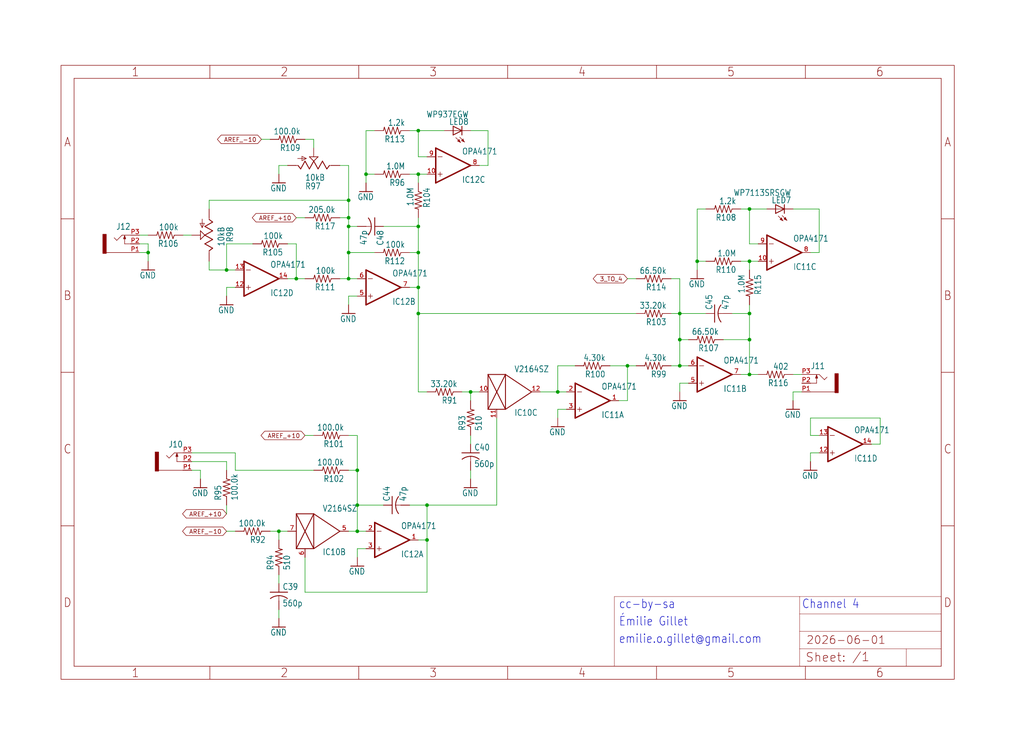
<source format=kicad_sch>
(kicad_sch
	(version 20231120)
	(generator "eeschema")
	(generator_version "8.0")
	(uuid "22498234-fa0e-41d3-84ae-cfb9bf87cd12")
	(paper "User" 298.45 217.322)
	(lib_symbols
		(symbol "Blinds4U-eagle-import:A4L-LOC"
			(exclude_from_sim no)
			(in_bom yes)
			(on_board yes)
			(property "Reference" "#FRAME"
				(at 0 0 0)
				(effects
					(font
						(size 1.27 1.27)
					)
					(hide yes)
				)
			)
			(property "Value" ""
				(at 0 0 0)
				(effects
					(font
						(size 1.27 1.27)
					)
					(hide yes)
				)
			)
			(property "Footprint" ""
				(at 0 0 0)
				(effects
					(font
						(size 1.27 1.27)
					)
					(hide yes)
				)
			)
			(property "Datasheet" ""
				(at 0 0 0)
				(effects
					(font
						(size 1.27 1.27)
					)
					(hide yes)
				)
			)
			(property "Description" "FRAME\n\nDIN A4, landscape with location and doc. field"
				(at 0 0 0)
				(effects
					(font
						(size 1.27 1.27)
					)
					(hide yes)
				)
			)
			(property "ki_locked" ""
				(at 0 0 0)
				(effects
					(font
						(size 1.27 1.27)
					)
				)
			)
			(symbol "A4L-LOC_1_0"
				(polyline
					(pts
						(xy 0 44.7675) (xy 3.81 44.7675)
					)
					(stroke
						(width 0)
						(type default)
					)
					(fill
						(type none)
					)
				)
				(polyline
					(pts
						(xy 0 89.535) (xy 3.81 89.535)
					)
					(stroke
						(width 0)
						(type default)
					)
					(fill
						(type none)
					)
				)
				(polyline
					(pts
						(xy 0 134.3025) (xy 3.81 134.3025)
					)
					(stroke
						(width 0)
						(type default)
					)
					(fill
						(type none)
					)
				)
				(polyline
					(pts
						(xy 3.81 3.81) (xy 3.81 175.26)
					)
					(stroke
						(width 0)
						(type default)
					)
					(fill
						(type none)
					)
				)
				(polyline
					(pts
						(xy 43.3917 0) (xy 43.3917 3.81)
					)
					(stroke
						(width 0)
						(type default)
					)
					(fill
						(type none)
					)
				)
				(polyline
					(pts
						(xy 43.3917 175.26) (xy 43.3917 179.07)
					)
					(stroke
						(width 0)
						(type default)
					)
					(fill
						(type none)
					)
				)
				(polyline
					(pts
						(xy 86.7833 0) (xy 86.7833 3.81)
					)
					(stroke
						(width 0)
						(type default)
					)
					(fill
						(type none)
					)
				)
				(polyline
					(pts
						(xy 86.7833 175.26) (xy 86.7833 179.07)
					)
					(stroke
						(width 0)
						(type default)
					)
					(fill
						(type none)
					)
				)
				(polyline
					(pts
						(xy 130.175 0) (xy 130.175 3.81)
					)
					(stroke
						(width 0)
						(type default)
					)
					(fill
						(type none)
					)
				)
				(polyline
					(pts
						(xy 130.175 175.26) (xy 130.175 179.07)
					)
					(stroke
						(width 0)
						(type default)
					)
					(fill
						(type none)
					)
				)
				(polyline
					(pts
						(xy 161.29 3.81) (xy 161.29 24.13)
					)
					(stroke
						(width 0.1016)
						(type solid)
					)
					(fill
						(type none)
					)
				)
				(polyline
					(pts
						(xy 161.29 24.13) (xy 215.265 24.13)
					)
					(stroke
						(width 0.1016)
						(type solid)
					)
					(fill
						(type none)
					)
				)
				(polyline
					(pts
						(xy 173.5667 0) (xy 173.5667 3.81)
					)
					(stroke
						(width 0)
						(type default)
					)
					(fill
						(type none)
					)
				)
				(polyline
					(pts
						(xy 173.5667 175.26) (xy 173.5667 179.07)
					)
					(stroke
						(width 0)
						(type default)
					)
					(fill
						(type none)
					)
				)
				(polyline
					(pts
						(xy 215.265 8.89) (xy 215.265 3.81)
					)
					(stroke
						(width 0.1016)
						(type solid)
					)
					(fill
						(type none)
					)
				)
				(polyline
					(pts
						(xy 215.265 8.89) (xy 215.265 13.97)
					)
					(stroke
						(width 0.1016)
						(type solid)
					)
					(fill
						(type none)
					)
				)
				(polyline
					(pts
						(xy 215.265 13.97) (xy 215.265 19.05)
					)
					(stroke
						(width 0.1016)
						(type solid)
					)
					(fill
						(type none)
					)
				)
				(polyline
					(pts
						(xy 215.265 13.97) (xy 256.54 13.97)
					)
					(stroke
						(width 0.1016)
						(type solid)
					)
					(fill
						(type none)
					)
				)
				(polyline
					(pts
						(xy 215.265 19.05) (xy 215.265 24.13)
					)
					(stroke
						(width 0.1016)
						(type solid)
					)
					(fill
						(type none)
					)
				)
				(polyline
					(pts
						(xy 215.265 19.05) (xy 256.54 19.05)
					)
					(stroke
						(width 0.1016)
						(type solid)
					)
					(fill
						(type none)
					)
				)
				(polyline
					(pts
						(xy 215.265 24.13) (xy 256.54 24.13)
					)
					(stroke
						(width 0.1016)
						(type solid)
					)
					(fill
						(type none)
					)
				)
				(polyline
					(pts
						(xy 216.9583 0) (xy 216.9583 3.81)
					)
					(stroke
						(width 0)
						(type default)
					)
					(fill
						(type none)
					)
				)
				(polyline
					(pts
						(xy 216.9583 175.26) (xy 216.9583 179.07)
					)
					(stroke
						(width 0)
						(type default)
					)
					(fill
						(type none)
					)
				)
				(polyline
					(pts
						(xy 246.38 3.81) (xy 246.38 8.89)
					)
					(stroke
						(width 0.1016)
						(type solid)
					)
					(fill
						(type none)
					)
				)
				(polyline
					(pts
						(xy 246.38 8.89) (xy 215.265 8.89)
					)
					(stroke
						(width 0.1016)
						(type solid)
					)
					(fill
						(type none)
					)
				)
				(polyline
					(pts
						(xy 246.38 8.89) (xy 256.54 8.89)
					)
					(stroke
						(width 0.1016)
						(type solid)
					)
					(fill
						(type none)
					)
				)
				(polyline
					(pts
						(xy 256.54 3.81) (xy 3.81 3.81)
					)
					(stroke
						(width 0)
						(type default)
					)
					(fill
						(type none)
					)
				)
				(polyline
					(pts
						(xy 256.54 3.81) (xy 256.54 8.89)
					)
					(stroke
						(width 0.1016)
						(type solid)
					)
					(fill
						(type none)
					)
				)
				(polyline
					(pts
						(xy 256.54 3.81) (xy 256.54 175.26)
					)
					(stroke
						(width 0)
						(type default)
					)
					(fill
						(type none)
					)
				)
				(polyline
					(pts
						(xy 256.54 8.89) (xy 256.54 13.97)
					)
					(stroke
						(width 0.1016)
						(type solid)
					)
					(fill
						(type none)
					)
				)
				(polyline
					(pts
						(xy 256.54 13.97) (xy 256.54 19.05)
					)
					(stroke
						(width 0.1016)
						(type solid)
					)
					(fill
						(type none)
					)
				)
				(polyline
					(pts
						(xy 256.54 19.05) (xy 256.54 24.13)
					)
					(stroke
						(width 0.1016)
						(type solid)
					)
					(fill
						(type none)
					)
				)
				(polyline
					(pts
						(xy 256.54 44.7675) (xy 260.35 44.7675)
					)
					(stroke
						(width 0)
						(type default)
					)
					(fill
						(type none)
					)
				)
				(polyline
					(pts
						(xy 256.54 89.535) (xy 260.35 89.535)
					)
					(stroke
						(width 0)
						(type default)
					)
					(fill
						(type none)
					)
				)
				(polyline
					(pts
						(xy 256.54 134.3025) (xy 260.35 134.3025)
					)
					(stroke
						(width 0)
						(type default)
					)
					(fill
						(type none)
					)
				)
				(polyline
					(pts
						(xy 256.54 175.26) (xy 3.81 175.26)
					)
					(stroke
						(width 0)
						(type default)
					)
					(fill
						(type none)
					)
				)
				(polyline
					(pts
						(xy 0 0) (xy 260.35 0) (xy 260.35 179.07) (xy 0 179.07) (xy 0 0)
					)
					(stroke
						(width 0)
						(type default)
					)
					(fill
						(type none)
					)
				)
				(text "${#}/${##}"
					(at 230.505 5.08 0)
					(effects
						(font
							(size 2.54 2.54)
						)
						(justify left bottom)
					)
				)
				(text "${CURRENT_DATE}"
					(at 217.17 10.16 0)
					(effects
						(font
							(size 2.286 2.286)
						)
						(justify left bottom)
					)
				)
				(text "${PROJECTNAME}"
					(at 217.17 15.24 0)
					(effects
						(font
							(size 2.54 2.54)
						)
						(justify left bottom)
					)
				)
				(text "1"
					(at 21.6958 1.905 0)
					(effects
						(font
							(size 2.54 2.286)
						)
					)
				)
				(text "1"
					(at 21.6958 177.165 0)
					(effects
						(font
							(size 2.54 2.286)
						)
					)
				)
				(text "2"
					(at 65.0875 1.905 0)
					(effects
						(font
							(size 2.54 2.286)
						)
					)
				)
				(text "2"
					(at 65.0875 177.165 0)
					(effects
						(font
							(size 2.54 2.286)
						)
					)
				)
				(text "3"
					(at 108.4792 1.905 0)
					(effects
						(font
							(size 2.54 2.286)
						)
					)
				)
				(text "3"
					(at 108.4792 177.165 0)
					(effects
						(font
							(size 2.54 2.286)
						)
					)
				)
				(text "4"
					(at 151.8708 1.905 0)
					(effects
						(font
							(size 2.54 2.286)
						)
					)
				)
				(text "4"
					(at 151.8708 177.165 0)
					(effects
						(font
							(size 2.54 2.286)
						)
					)
				)
				(text "5"
					(at 195.2625 1.905 0)
					(effects
						(font
							(size 2.54 2.286)
						)
					)
				)
				(text "5"
					(at 195.2625 177.165 0)
					(effects
						(font
							(size 2.54 2.286)
						)
					)
				)
				(text "6"
					(at 238.6542 1.905 0)
					(effects
						(font
							(size 2.54 2.286)
						)
					)
				)
				(text "6"
					(at 238.6542 177.165 0)
					(effects
						(font
							(size 2.54 2.286)
						)
					)
				)
				(text "A"
					(at 1.905 156.6863 0)
					(effects
						(font
							(size 2.54 2.286)
						)
					)
				)
				(text "A"
					(at 258.445 156.6863 0)
					(effects
						(font
							(size 2.54 2.286)
						)
					)
				)
				(text "B"
					(at 1.905 111.9188 0)
					(effects
						(font
							(size 2.54 2.286)
						)
					)
				)
				(text "B"
					(at 258.445 111.9188 0)
					(effects
						(font
							(size 2.54 2.286)
						)
					)
				)
				(text "C"
					(at 1.905 67.1513 0)
					(effects
						(font
							(size 2.54 2.286)
						)
					)
				)
				(text "C"
					(at 258.445 67.1513 0)
					(effects
						(font
							(size 2.54 2.286)
						)
					)
				)
				(text "D"
					(at 1.905 22.3838 0)
					(effects
						(font
							(size 2.54 2.286)
						)
					)
				)
				(text "D"
					(at 258.445 22.3838 0)
					(effects
						(font
							(size 2.54 2.286)
						)
					)
				)
				(text "Sheet:"
					(at 216.916 4.953 0)
					(effects
						(font
							(size 2.54 2.54)
						)
						(justify left bottom)
					)
				)
			)
		)
		(symbol "Blinds4U-eagle-import:C-USC0603"
			(exclude_from_sim no)
			(in_bom yes)
			(on_board yes)
			(property "Reference" "C"
				(at 1.016 0.635 0)
				(effects
					(font
						(size 1.778 1.5113)
					)
					(justify left bottom)
				)
			)
			(property "Value" ""
				(at 1.016 -4.191 0)
				(effects
					(font
						(size 1.778 1.5113)
					)
					(justify left bottom)
				)
			)
			(property "Footprint" "Blinds4U:C0603"
				(at 0 0 0)
				(effects
					(font
						(size 1.27 1.27)
					)
					(hide yes)
				)
			)
			(property "Datasheet" ""
				(at 0 0 0)
				(effects
					(font
						(size 1.27 1.27)
					)
					(hide yes)
				)
			)
			(property "Description" "CAPACITOR, American symbol"
				(at 0 0 0)
				(effects
					(font
						(size 1.27 1.27)
					)
					(hide yes)
				)
			)
			(property "ki_locked" ""
				(at 0 0 0)
				(effects
					(font
						(size 1.27 1.27)
					)
				)
			)
			(symbol "C-USC0603_1_0"
				(arc
					(start 0 -1.0161)
					(mid -1.302 -1.2303)
					(end -2.4668 -1.8504)
					(stroke
						(width 0.254)
						(type solid)
					)
					(fill
						(type none)
					)
				)
				(polyline
					(pts
						(xy -2.54 0) (xy 2.54 0)
					)
					(stroke
						(width 0.254)
						(type solid)
					)
					(fill
						(type none)
					)
				)
				(polyline
					(pts
						(xy 0 -1.016) (xy 0 -2.54)
					)
					(stroke
						(width 0.1524)
						(type solid)
					)
					(fill
						(type none)
					)
				)
				(arc
					(start 2.4892 -1.8541)
					(mid 1.3158 -1.2194)
					(end 0 -1)
					(stroke
						(width 0.254)
						(type solid)
					)
					(fill
						(type none)
					)
				)
				(pin passive line
					(at 0 2.54 270)
					(length 2.54)
					(name "1"
						(effects
							(font
								(size 0 0)
							)
						)
					)
					(number "1"
						(effects
							(font
								(size 0 0)
							)
						)
					)
				)
				(pin passive line
					(at 0 -5.08 90)
					(length 2.54)
					(name "2"
						(effects
							(font
								(size 0 0)
							)
						)
					)
					(number "2"
						(effects
							(font
								(size 0 0)
							)
						)
					)
				)
			)
		)
		(symbol "Blinds4U-eagle-import:GND"
			(power)
			(exclude_from_sim no)
			(in_bom yes)
			(on_board yes)
			(property "Reference" "#GND"
				(at 0 0 0)
				(effects
					(font
						(size 1.27 1.27)
					)
					(hide yes)
				)
			)
			(property "Value" ""
				(at -2.54 -2.54 0)
				(effects
					(font
						(size 1.778 1.5113)
					)
					(justify left bottom)
				)
			)
			(property "Footprint" ""
				(at 0 0 0)
				(effects
					(font
						(size 1.27 1.27)
					)
					(hide yes)
				)
			)
			(property "Datasheet" ""
				(at 0 0 0)
				(effects
					(font
						(size 1.27 1.27)
					)
					(hide yes)
				)
			)
			(property "Description" "SUPPLY SYMBOL"
				(at 0 0 0)
				(effects
					(font
						(size 1.27 1.27)
					)
					(hide yes)
				)
			)
			(property "ki_locked" ""
				(at 0 0 0)
				(effects
					(font
						(size 1.27 1.27)
					)
				)
			)
			(symbol "GND_1_0"
				(polyline
					(pts
						(xy -1.905 0) (xy 1.905 0)
					)
					(stroke
						(width 0.254)
						(type solid)
					)
					(fill
						(type none)
					)
				)
				(pin power_in line
					(at 0 2.54 270)
					(length 2.54)
					(name "GND"
						(effects
							(font
								(size 0 0)
							)
						)
					)
					(number "1"
						(effects
							(font
								(size 0 0)
							)
						)
					)
				)
			)
		)
		(symbol "Blinds4U-eagle-import:LED3MM"
			(exclude_from_sim no)
			(in_bom yes)
			(on_board yes)
			(property "Reference" "LED"
				(at 3.556 -4.572 90)
				(effects
					(font
						(size 1.778 1.5113)
					)
					(justify left bottom)
				)
			)
			(property "Value" ""
				(at 5.715 -4.572 90)
				(effects
					(font
						(size 1.778 1.5113)
					)
					(justify left bottom)
				)
			)
			(property "Footprint" "Blinds4U:LED3MM"
				(at 0 0 0)
				(effects
					(font
						(size 1.27 1.27)
					)
					(hide yes)
				)
			)
			(property "Datasheet" ""
				(at 0 0 0)
				(effects
					(font
						(size 1.27 1.27)
					)
					(hide yes)
				)
			)
			(property "Description" "LED\n\nOSRAM:\n- CHIPLED\nLG R971, LG N971, LY N971, LG Q971, LY Q971, LO R971, LY R971 LH N974, LH R974\nLS Q976, LO Q976, LY Q976\nLO Q996\n- Hyper CHIPLED\nLW Q18S\nLB Q993, LB Q99A, LB R99A\n- SideLED\nLS A670, LO A670, LY A670, LG A670, LP A670\nLB A673, LV A673, LT A673, LW A673\nLH A674\nLY A675\nLS A676, LA A676, LO A676, LY A676, LW A676\nLS A679, LY A679, LG A679\n-  Hyper Micro SIDELED®\nLS Y876, LA Y876, LO Y876, LY Y876\nLT Y87S\n- SmartLED\nLW L88C, LW L88S\nLB L89C, LB L89S, LG L890\nLS L89K, LO L89K, LY L89K\nLS L896, LA L896, LO L896, LY L896\n- TOPLED\nLS T670, LO T670, LY T670, LG T670, LP T670\nLSG T670, LSP T670, LSY T670, LOP T670, LYG T670\nLG T671, LOG T671, LSG T671\nLB T673, LV T673, LT T673, LW T673\nLH T674\nLS T676, LA T676, LO T676, LY T676, LB T676, LH T676, LSB T676, LW T676\nLB T67C, LV T67C, LT T67C, LS T67K, LO T67K, LY T67K, LW E67C\nLS E67B, LA E67B, LO E67B, LY E67B, LB E67C, LV E67C, LT E67C\nLW T67C\nLS T679, LY T679, LG T679\nLS T770, LO T770, LY T770, LG T770, LP T770\nLB T773, LV T773, LT T773, LW T773\nLH T774\nLS E675, LA E675, LY E675, LS T675\nLS T776, LA T776, LO T776, LY T776, LB T776\nLHGB T686\nLT T68C, LB T68C\n- Hyper Mini TOPLED®\nLB M676\n- Mini TOPLED Santana®\nLG M470\nLS M47K, LO M47K, LY M47K\n\nSource: http://www.osram.convergy.de\n\nLUXEON:\n- LUMILED®\nLXK2-PW12-R00, LXK2-PW12-S00, LXK2-PW14-U00, LXK2-PW14-V00\nLXK2-PM12-R00, LXK2-PM12-S00, LXK2-PM14-U00\nLXK2-PE12-Q00, LXK2-PE12-R00, LXK2-PE12-S00, LXK2-PE14-T00, LXK2-PE14-U00\nLXK2-PB12-K00, LXK2-PB12-L00, LXK2-PB12-M00, LXK2-PB14-N00, LXK2-PB14-P00, LXK2-PB14-Q00\nLXK2-PR12-L00, LXK2-PR12-M00, LXK2-PR14-Q00, LXK2-PR14-R00\nLXK2-PD12-Q00, LXK2-PD12-R00, LXK2-PD12-S00\nLXK2-PH12-R00, LXK2-PH12-S00\nLXK2-PL12-P00, LXK2-PL12-Q00, LXK2-PL12-R00\n\nSource: www.luxeon.com\n\nKINGBRIGHT:\n\nKA-3528ASYC\nSource: www.kingbright.com"
				(at 0 0 0)
				(effects
					(font
						(size 1.27 1.27)
					)
					(hide yes)
				)
			)
			(property "ki_locked" ""
				(at 0 0 0)
				(effects
					(font
						(size 1.27 1.27)
					)
				)
			)
			(symbol "LED3MM_1_0"
				(polyline
					(pts
						(xy -2.032 -0.762) (xy -3.429 -2.159)
					)
					(stroke
						(width 0.1524)
						(type solid)
					)
					(fill
						(type none)
					)
				)
				(polyline
					(pts
						(xy -1.905 -1.905) (xy -3.302 -3.302)
					)
					(stroke
						(width 0.1524)
						(type solid)
					)
					(fill
						(type none)
					)
				)
				(polyline
					(pts
						(xy 0 -2.54) (xy -1.27 -2.54)
					)
					(stroke
						(width 0.254)
						(type solid)
					)
					(fill
						(type none)
					)
				)
				(polyline
					(pts
						(xy 0 -2.54) (xy -1.27 0)
					)
					(stroke
						(width 0.254)
						(type solid)
					)
					(fill
						(type none)
					)
				)
				(polyline
					(pts
						(xy 0 0) (xy -1.27 0)
					)
					(stroke
						(width 0.254)
						(type solid)
					)
					(fill
						(type none)
					)
				)
				(polyline
					(pts
						(xy 0 0) (xy 0 -2.54)
					)
					(stroke
						(width 0.1524)
						(type solid)
					)
					(fill
						(type none)
					)
				)
				(polyline
					(pts
						(xy 1.27 -2.54) (xy 0 -2.54)
					)
					(stroke
						(width 0.254)
						(type solid)
					)
					(fill
						(type none)
					)
				)
				(polyline
					(pts
						(xy 1.27 0) (xy 0 -2.54)
					)
					(stroke
						(width 0.254)
						(type solid)
					)
					(fill
						(type none)
					)
				)
				(polyline
					(pts
						(xy 1.27 0) (xy 0 0)
					)
					(stroke
						(width 0.254)
						(type solid)
					)
					(fill
						(type none)
					)
				)
				(polyline
					(pts
						(xy -3.429 -2.159) (xy -3.048 -1.27) (xy -2.54 -1.778)
					)
					(stroke
						(width 0.1524)
						(type solid)
					)
					(fill
						(type outline)
					)
				)
				(polyline
					(pts
						(xy -3.302 -3.302) (xy -2.921 -2.413) (xy -2.413 -2.921)
					)
					(stroke
						(width 0.1524)
						(type solid)
					)
					(fill
						(type outline)
					)
				)
				(pin passive line
					(at 0 2.54 270)
					(length 2.54)
					(name "A"
						(effects
							(font
								(size 0 0)
							)
						)
					)
					(number "A"
						(effects
							(font
								(size 0 0)
							)
						)
					)
				)
				(pin passive line
					(at 0 -5.08 90)
					(length 2.54)
					(name "C"
						(effects
							(font
								(size 0 0)
							)
						)
					)
					(number "K"
						(effects
							(font
								(size 0 0)
							)
						)
					)
				)
			)
		)
		(symbol "Blinds4U-eagle-import:LED5MM"
			(exclude_from_sim no)
			(in_bom yes)
			(on_board yes)
			(property "Reference" "LED"
				(at 3.556 -4.572 90)
				(effects
					(font
						(size 1.778 1.5113)
					)
					(justify left bottom)
				)
			)
			(property "Value" ""
				(at 5.715 -4.572 90)
				(effects
					(font
						(size 1.778 1.5113)
					)
					(justify left bottom)
				)
			)
			(property "Footprint" "Blinds4U:LED5MM"
				(at 0 0 0)
				(effects
					(font
						(size 1.27 1.27)
					)
					(hide yes)
				)
			)
			(property "Datasheet" ""
				(at 0 0 0)
				(effects
					(font
						(size 1.27 1.27)
					)
					(hide yes)
				)
			)
			(property "Description" "LED\n\nOSRAM:\n- CHIPLED\nLG R971, LG N971, LY N971, LG Q971, LY Q971, LO R971, LY R971 LH N974, LH R974\nLS Q976, LO Q976, LY Q976\nLO Q996\n- Hyper CHIPLED\nLW Q18S\nLB Q993, LB Q99A, LB R99A\n- SideLED\nLS A670, LO A670, LY A670, LG A670, LP A670\nLB A673, LV A673, LT A673, LW A673\nLH A674\nLY A675\nLS A676, LA A676, LO A676, LY A676, LW A676\nLS A679, LY A679, LG A679\n-  Hyper Micro SIDELED®\nLS Y876, LA Y876, LO Y876, LY Y876\nLT Y87S\n- SmartLED\nLW L88C, LW L88S\nLB L89C, LB L89S, LG L890\nLS L89K, LO L89K, LY L89K\nLS L896, LA L896, LO L896, LY L896\n- TOPLED\nLS T670, LO T670, LY T670, LG T670, LP T670\nLSG T670, LSP T670, LSY T670, LOP T670, LYG T670\nLG T671, LOG T671, LSG T671\nLB T673, LV T673, LT T673, LW T673\nLH T674\nLS T676, LA T676, LO T676, LY T676, LB T676, LH T676, LSB T676, LW T676\nLB T67C, LV T67C, LT T67C, LS T67K, LO T67K, LY T67K, LW E67C\nLS E67B, LA E67B, LO E67B, LY E67B, LB E67C, LV E67C, LT E67C\nLW T67C\nLS T679, LY T679, LG T679\nLS T770, LO T770, LY T770, LG T770, LP T770\nLB T773, LV T773, LT T773, LW T773\nLH T774\nLS E675, LA E675, LY E675, LS T675\nLS T776, LA T776, LO T776, LY T776, LB T776\nLHGB T686\nLT T68C, LB T68C\n- Hyper Mini TOPLED®\nLB M676\n- Mini TOPLED Santana®\nLG M470\nLS M47K, LO M47K, LY M47K\n\nSource: http://www.osram.convergy.de\n\nLUXEON:\n- LUMILED®\nLXK2-PW12-R00, LXK2-PW12-S00, LXK2-PW14-U00, LXK2-PW14-V00\nLXK2-PM12-R00, LXK2-PM12-S00, LXK2-PM14-U00\nLXK2-PE12-Q00, LXK2-PE12-R00, LXK2-PE12-S00, LXK2-PE14-T00, LXK2-PE14-U00\nLXK2-PB12-K00, LXK2-PB12-L00, LXK2-PB12-M00, LXK2-PB14-N00, LXK2-PB14-P00, LXK2-PB14-Q00\nLXK2-PR12-L00, LXK2-PR12-M00, LXK2-PR14-Q00, LXK2-PR14-R00\nLXK2-PD12-Q00, LXK2-PD12-R00, LXK2-PD12-S00\nLXK2-PH12-R00, LXK2-PH12-S00\nLXK2-PL12-P00, LXK2-PL12-Q00, LXK2-PL12-R00\n\nSource: www.luxeon.com\n\nKINGBRIGHT:\n\nKA-3528ASYC\nSource: www.kingbright.com"
				(at 0 0 0)
				(effects
					(font
						(size 1.27 1.27)
					)
					(hide yes)
				)
			)
			(property "ki_locked" ""
				(at 0 0 0)
				(effects
					(font
						(size 1.27 1.27)
					)
				)
			)
			(symbol "LED5MM_1_0"
				(polyline
					(pts
						(xy -2.032 -0.762) (xy -3.429 -2.159)
					)
					(stroke
						(width 0.1524)
						(type solid)
					)
					(fill
						(type none)
					)
				)
				(polyline
					(pts
						(xy -1.905 -1.905) (xy -3.302 -3.302)
					)
					(stroke
						(width 0.1524)
						(type solid)
					)
					(fill
						(type none)
					)
				)
				(polyline
					(pts
						(xy 0 -2.54) (xy -1.27 -2.54)
					)
					(stroke
						(width 0.254)
						(type solid)
					)
					(fill
						(type none)
					)
				)
				(polyline
					(pts
						(xy 0 -2.54) (xy -1.27 0)
					)
					(stroke
						(width 0.254)
						(type solid)
					)
					(fill
						(type none)
					)
				)
				(polyline
					(pts
						(xy 0 0) (xy -1.27 0)
					)
					(stroke
						(width 0.254)
						(type solid)
					)
					(fill
						(type none)
					)
				)
				(polyline
					(pts
						(xy 0 0) (xy 0 -2.54)
					)
					(stroke
						(width 0.1524)
						(type solid)
					)
					(fill
						(type none)
					)
				)
				(polyline
					(pts
						(xy 1.27 -2.54) (xy 0 -2.54)
					)
					(stroke
						(width 0.254)
						(type solid)
					)
					(fill
						(type none)
					)
				)
				(polyline
					(pts
						(xy 1.27 0) (xy 0 -2.54)
					)
					(stroke
						(width 0.254)
						(type solid)
					)
					(fill
						(type none)
					)
				)
				(polyline
					(pts
						(xy 1.27 0) (xy 0 0)
					)
					(stroke
						(width 0.254)
						(type solid)
					)
					(fill
						(type none)
					)
				)
				(polyline
					(pts
						(xy -3.429 -2.159) (xy -3.048 -1.27) (xy -2.54 -1.778)
					)
					(stroke
						(width 0.1524)
						(type solid)
					)
					(fill
						(type outline)
					)
				)
				(polyline
					(pts
						(xy -3.302 -3.302) (xy -2.921 -2.413) (xy -2.413 -2.921)
					)
					(stroke
						(width 0.1524)
						(type solid)
					)
					(fill
						(type outline)
					)
				)
				(pin passive line
					(at 0 2.54 270)
					(length 2.54)
					(name "A"
						(effects
							(font
								(size 0 0)
							)
						)
					)
					(number "A"
						(effects
							(font
								(size 0 0)
							)
						)
					)
				)
				(pin passive line
					(at 0 -5.08 90)
					(length 2.54)
					(name "C"
						(effects
							(font
								(size 0 0)
							)
						)
					)
					(number "K"
						(effects
							(font
								(size 0 0)
							)
						)
					)
				)
			)
		)
		(symbol "Blinds4U-eagle-import:PJ301_THONKICONN6"
			(exclude_from_sim no)
			(in_bom yes)
			(on_board yes)
			(property "Reference" "J"
				(at -2.54 4.064 0)
				(effects
					(font
						(size 1.778 1.5113)
					)
					(justify left bottom)
				)
			)
			(property "Value" ""
				(at 0 0 0)
				(effects
					(font
						(size 1.27 1.27)
					)
					(hide yes)
				)
			)
			(property "Footprint" "Blinds4U:WQP_PJ_301M6"
				(at 0 0 0)
				(effects
					(font
						(size 1.27 1.27)
					)
					(hide yes)
				)
			)
			(property "Datasheet" ""
				(at 0 0 0)
				(effects
					(font
						(size 1.27 1.27)
					)
					(hide yes)
				)
			)
			(property "Description" ""
				(at 0 0 0)
				(effects
					(font
						(size 1.27 1.27)
					)
					(hide yes)
				)
			)
			(property "ki_locked" ""
				(at 0 0 0)
				(effects
					(font
						(size 1.27 1.27)
					)
				)
			)
			(symbol "PJ301_THONKICONN6_1_0"
				(polyline
					(pts
						(xy -2.54 -2.54) (xy 4.572 -2.54)
					)
					(stroke
						(width 0.1524)
						(type solid)
					)
					(fill
						(type none)
					)
				)
				(polyline
					(pts
						(xy -2.54 0) (xy -0.762 0)
					)
					(stroke
						(width 0.1524)
						(type solid)
					)
					(fill
						(type none)
					)
				)
				(polyline
					(pts
						(xy -2.54 2.54) (xy 0 2.54)
					)
					(stroke
						(width 0.1524)
						(type solid)
					)
					(fill
						(type none)
					)
				)
				(polyline
					(pts
						(xy -1.016 1.524) (xy -0.508 1.524)
					)
					(stroke
						(width 0.254)
						(type solid)
					)
					(fill
						(type none)
					)
				)
				(polyline
					(pts
						(xy -0.762 0) (xy -0.762 2.286)
					)
					(stroke
						(width 0.1524)
						(type solid)
					)
					(fill
						(type none)
					)
				)
				(polyline
					(pts
						(xy -0.762 2.286) (xy -1.016 1.524)
					)
					(stroke
						(width 0.254)
						(type solid)
					)
					(fill
						(type none)
					)
				)
				(polyline
					(pts
						(xy -0.508 1.524) (xy -0.762 2.286)
					)
					(stroke
						(width 0.254)
						(type solid)
					)
					(fill
						(type none)
					)
				)
				(polyline
					(pts
						(xy 0 2.54) (xy 1.524 1.016)
					)
					(stroke
						(width 0.1524)
						(type solid)
					)
					(fill
						(type none)
					)
				)
				(polyline
					(pts
						(xy 1.524 1.016) (xy 2.286 1.778)
					)
					(stroke
						(width 0.1524)
						(type solid)
					)
					(fill
						(type none)
					)
				)
				(rectangle
					(start 4.572 2.794)
					(end 5.588 -2.794)
					(stroke
						(width 0)
						(type default)
					)
					(fill
						(type outline)
					)
				)
				(pin passive line
					(at -5.08 -2.54 0)
					(length 2.54)
					(name "1"
						(effects
							(font
								(size 0 0)
							)
						)
					)
					(number "P1"
						(effects
							(font
								(size 1.27 1.27)
							)
						)
					)
				)
				(pin passive line
					(at -5.08 0 0)
					(length 2.54)
					(name "2"
						(effects
							(font
								(size 0 0)
							)
						)
					)
					(number "P2"
						(effects
							(font
								(size 1.27 1.27)
							)
						)
					)
				)
				(pin passive line
					(at -5.08 2.54 0)
					(length 2.54)
					(name "3"
						(effects
							(font
								(size 0 0)
							)
						)
					)
					(number "P3"
						(effects
							(font
								(size 1.27 1.27)
							)
						)
					)
				)
			)
		)
		(symbol "Blinds4U-eagle-import:POT_USVERTICAL"
			(exclude_from_sim no)
			(in_bom yes)
			(on_board yes)
			(property "Reference" "R"
				(at -5.08 -2.54 90)
				(effects
					(font
						(size 1.778 1.5113)
					)
					(justify left bottom)
				)
			)
			(property "Value" ""
				(at -2.54 -2.54 90)
				(effects
					(font
						(size 1.778 1.5113)
					)
					(justify left bottom)
				)
			)
			(property "Footprint" "Blinds4U:ALPS_POT_VERTICAL"
				(at 0 0 0)
				(effects
					(font
						(size 1.27 1.27)
					)
					(hide yes)
				)
			)
			(property "Datasheet" ""
				(at 0 0 0)
				(effects
					(font
						(size 1.27 1.27)
					)
					(hide yes)
				)
			)
			(property "Description" ""
				(at 0 0 0)
				(effects
					(font
						(size 1.27 1.27)
					)
					(hide yes)
				)
			)
			(property "ki_locked" ""
				(at 0 0 0)
				(effects
					(font
						(size 1.27 1.27)
					)
				)
			)
			(symbol "POT_USVERTICAL_1_0"
				(polyline
					(pts
						(xy -1.016 -3.81) (xy 1.27 -2.54)
					)
					(stroke
						(width 0.254)
						(type solid)
					)
					(fill
						(type none)
					)
				)
				(polyline
					(pts
						(xy -1.016 -1.27) (xy 1.27 0)
					)
					(stroke
						(width 0.254)
						(type solid)
					)
					(fill
						(type none)
					)
				)
				(polyline
					(pts
						(xy -1.016 1.27) (xy 1.27 2.54)
					)
					(stroke
						(width 0.254)
						(type solid)
					)
					(fill
						(type none)
					)
				)
				(polyline
					(pts
						(xy -1.016 3.81) (xy 0 4.572)
					)
					(stroke
						(width 0.254)
						(type solid)
					)
					(fill
						(type none)
					)
				)
				(polyline
					(pts
						(xy 0 -5.08) (xy 0 -4.572)
					)
					(stroke
						(width 0.1524)
						(type solid)
					)
					(fill
						(type none)
					)
				)
				(polyline
					(pts
						(xy 0 -4.572) (xy -1.016 -3.81)
					)
					(stroke
						(width 0.254)
						(type solid)
					)
					(fill
						(type none)
					)
				)
				(polyline
					(pts
						(xy 0 4.572) (xy 0 5.08)
					)
					(stroke
						(width 0.1524)
						(type solid)
					)
					(fill
						(type none)
					)
				)
				(polyline
					(pts
						(xy 1.27 -2.54) (xy -1.016 -1.27)
					)
					(stroke
						(width 0.254)
						(type solid)
					)
					(fill
						(type none)
					)
				)
				(polyline
					(pts
						(xy 1.27 0) (xy -1.016 1.27)
					)
					(stroke
						(width 0.254)
						(type solid)
					)
					(fill
						(type none)
					)
				)
				(polyline
					(pts
						(xy 1.27 0) (xy 2.54 1.27)
					)
					(stroke
						(width 0.2032)
						(type solid)
					)
					(fill
						(type none)
					)
				)
				(polyline
					(pts
						(xy 1.27 2.54) (xy -1.016 3.81)
					)
					(stroke
						(width 0.254)
						(type solid)
					)
					(fill
						(type none)
					)
				)
				(polyline
					(pts
						(xy 1.397 -3.429) (xy 2.032 -2.159)
					)
					(stroke
						(width 0.1524)
						(type solid)
					)
					(fill
						(type none)
					)
				)
				(polyline
					(pts
						(xy 2.032 -4.699) (xy 2.032 -2.159)
					)
					(stroke
						(width 0.1524)
						(type solid)
					)
					(fill
						(type none)
					)
				)
				(polyline
					(pts
						(xy 2.032 -2.159) (xy 2.667 -3.429)
					)
					(stroke
						(width 0.1524)
						(type solid)
					)
					(fill
						(type none)
					)
				)
				(polyline
					(pts
						(xy 2.54 -1.27) (xy 1.27 0)
					)
					(stroke
						(width 0.2032)
						(type solid)
					)
					(fill
						(type none)
					)
				)
				(polyline
					(pts
						(xy 2.54 1.27) (xy 2.54 -1.27)
					)
					(stroke
						(width 0.2032)
						(type solid)
					)
					(fill
						(type none)
					)
				)
				(polyline
					(pts
						(xy 2.667 -3.429) (xy 1.397 -3.429)
					)
					(stroke
						(width 0.1524)
						(type solid)
					)
					(fill
						(type none)
					)
				)
				(pin passive line
					(at 0 7.62 270)
					(length 2.54)
					(name "E"
						(effects
							(font
								(size 0 0)
							)
						)
					)
					(number "P$1"
						(effects
							(font
								(size 0 0)
							)
						)
					)
				)
				(pin passive line
					(at 5.08 0 180)
					(length 2.54)
					(name "S"
						(effects
							(font
								(size 0 0)
							)
						)
					)
					(number "P$2"
						(effects
							(font
								(size 0 0)
							)
						)
					)
				)
				(pin passive line
					(at 0 -7.62 90)
					(length 2.54)
					(name "A"
						(effects
							(font
								(size 0 0)
							)
						)
					)
					(number "P$3"
						(effects
							(font
								(size 0 0)
							)
						)
					)
				)
			)
		)
		(symbol "Blinds4U-eagle-import:POT_USVERTICAL_PS"
			(exclude_from_sim no)
			(in_bom yes)
			(on_board yes)
			(property "Reference" "R"
				(at -5.08 -2.54 90)
				(effects
					(font
						(size 1.778 1.5113)
					)
					(justify left bottom)
				)
			)
			(property "Value" ""
				(at -2.54 -2.54 90)
				(effects
					(font
						(size 1.778 1.5113)
					)
					(justify left bottom)
				)
			)
			(property "Footprint" "Blinds4U:ALPS_POT_VERTICAL_PS"
				(at 0 0 0)
				(effects
					(font
						(size 1.27 1.27)
					)
					(hide yes)
				)
			)
			(property "Datasheet" ""
				(at 0 0 0)
				(effects
					(font
						(size 1.27 1.27)
					)
					(hide yes)
				)
			)
			(property "Description" ""
				(at 0 0 0)
				(effects
					(font
						(size 1.27 1.27)
					)
					(hide yes)
				)
			)
			(property "ki_locked" ""
				(at 0 0 0)
				(effects
					(font
						(size 1.27 1.27)
					)
				)
			)
			(symbol "POT_USVERTICAL_PS_1_0"
				(polyline
					(pts
						(xy -1.016 -3.81) (xy 1.27 -2.54)
					)
					(stroke
						(width 0.254)
						(type solid)
					)
					(fill
						(type none)
					)
				)
				(polyline
					(pts
						(xy -1.016 -1.27) (xy 1.27 0)
					)
					(stroke
						(width 0.254)
						(type solid)
					)
					(fill
						(type none)
					)
				)
				(polyline
					(pts
						(xy -1.016 1.27) (xy 1.27 2.54)
					)
					(stroke
						(width 0.254)
						(type solid)
					)
					(fill
						(type none)
					)
				)
				(polyline
					(pts
						(xy -1.016 3.81) (xy 0 4.572)
					)
					(stroke
						(width 0.254)
						(type solid)
					)
					(fill
						(type none)
					)
				)
				(polyline
					(pts
						(xy 0 -5.08) (xy 0 -4.572)
					)
					(stroke
						(width 0.1524)
						(type solid)
					)
					(fill
						(type none)
					)
				)
				(polyline
					(pts
						(xy 0 -4.572) (xy -1.016 -3.81)
					)
					(stroke
						(width 0.254)
						(type solid)
					)
					(fill
						(type none)
					)
				)
				(polyline
					(pts
						(xy 0 4.572) (xy 0 5.08)
					)
					(stroke
						(width 0.1524)
						(type solid)
					)
					(fill
						(type none)
					)
				)
				(polyline
					(pts
						(xy 1.27 -2.54) (xy -1.016 -1.27)
					)
					(stroke
						(width 0.254)
						(type solid)
					)
					(fill
						(type none)
					)
				)
				(polyline
					(pts
						(xy 1.27 0) (xy -1.016 1.27)
					)
					(stroke
						(width 0.254)
						(type solid)
					)
					(fill
						(type none)
					)
				)
				(polyline
					(pts
						(xy 1.27 0) (xy 2.54 1.27)
					)
					(stroke
						(width 0.2032)
						(type solid)
					)
					(fill
						(type none)
					)
				)
				(polyline
					(pts
						(xy 1.27 2.54) (xy -1.016 3.81)
					)
					(stroke
						(width 0.254)
						(type solid)
					)
					(fill
						(type none)
					)
				)
				(polyline
					(pts
						(xy 1.397 -3.429) (xy 2.032 -2.159)
					)
					(stroke
						(width 0.1524)
						(type solid)
					)
					(fill
						(type none)
					)
				)
				(polyline
					(pts
						(xy 2.032 -4.699) (xy 2.032 -2.159)
					)
					(stroke
						(width 0.1524)
						(type solid)
					)
					(fill
						(type none)
					)
				)
				(polyline
					(pts
						(xy 2.032 -2.159) (xy 2.667 -3.429)
					)
					(stroke
						(width 0.1524)
						(type solid)
					)
					(fill
						(type none)
					)
				)
				(polyline
					(pts
						(xy 2.54 -1.27) (xy 1.27 0)
					)
					(stroke
						(width 0.2032)
						(type solid)
					)
					(fill
						(type none)
					)
				)
				(polyline
					(pts
						(xy 2.54 1.27) (xy 2.54 -1.27)
					)
					(stroke
						(width 0.2032)
						(type solid)
					)
					(fill
						(type none)
					)
				)
				(polyline
					(pts
						(xy 2.667 -3.429) (xy 1.397 -3.429)
					)
					(stroke
						(width 0.1524)
						(type solid)
					)
					(fill
						(type none)
					)
				)
				(pin passive line
					(at 0 7.62 270)
					(length 2.54)
					(name "E"
						(effects
							(font
								(size 0 0)
							)
						)
					)
					(number "P$1"
						(effects
							(font
								(size 0 0)
							)
						)
					)
				)
				(pin passive line
					(at 5.08 0 180)
					(length 2.54)
					(name "S"
						(effects
							(font
								(size 0 0)
							)
						)
					)
					(number "P$2"
						(effects
							(font
								(size 0 0)
							)
						)
					)
				)
				(pin passive line
					(at 0 -7.62 90)
					(length 2.54)
					(name "A"
						(effects
							(font
								(size 0 0)
							)
						)
					)
					(number "P$3"
						(effects
							(font
								(size 0 0)
							)
						)
					)
				)
			)
		)
		(symbol "Blinds4U-eagle-import:R-US_R0603"
			(exclude_from_sim no)
			(in_bom yes)
			(on_board yes)
			(property "Reference" "R"
				(at -3.81 1.4986 0)
				(effects
					(font
						(size 1.778 1.5113)
					)
					(justify left bottom)
				)
			)
			(property "Value" ""
				(at -3.81 -3.302 0)
				(effects
					(font
						(size 1.778 1.5113)
					)
					(justify left bottom)
				)
			)
			(property "Footprint" "Blinds4U:R0603"
				(at 0 0 0)
				(effects
					(font
						(size 1.27 1.27)
					)
					(hide yes)
				)
			)
			(property "Datasheet" ""
				(at 0 0 0)
				(effects
					(font
						(size 1.27 1.27)
					)
					(hide yes)
				)
			)
			(property "Description" "RESISTOR, American symbol"
				(at 0 0 0)
				(effects
					(font
						(size 1.27 1.27)
					)
					(hide yes)
				)
			)
			(property "ki_locked" ""
				(at 0 0 0)
				(effects
					(font
						(size 1.27 1.27)
					)
				)
			)
			(symbol "R-US_R0603_1_0"
				(polyline
					(pts
						(xy -2.54 0) (xy -2.159 1.016)
					)
					(stroke
						(width 0.2032)
						(type solid)
					)
					(fill
						(type none)
					)
				)
				(polyline
					(pts
						(xy -2.159 1.016) (xy -1.524 -1.016)
					)
					(stroke
						(width 0.2032)
						(type solid)
					)
					(fill
						(type none)
					)
				)
				(polyline
					(pts
						(xy -1.524 -1.016) (xy -0.889 1.016)
					)
					(stroke
						(width 0.2032)
						(type solid)
					)
					(fill
						(type none)
					)
				)
				(polyline
					(pts
						(xy -0.889 1.016) (xy -0.254 -1.016)
					)
					(stroke
						(width 0.2032)
						(type solid)
					)
					(fill
						(type none)
					)
				)
				(polyline
					(pts
						(xy -0.254 -1.016) (xy 0.381 1.016)
					)
					(stroke
						(width 0.2032)
						(type solid)
					)
					(fill
						(type none)
					)
				)
				(polyline
					(pts
						(xy 0.381 1.016) (xy 1.016 -1.016)
					)
					(stroke
						(width 0.2032)
						(type solid)
					)
					(fill
						(type none)
					)
				)
				(polyline
					(pts
						(xy 1.016 -1.016) (xy 1.651 1.016)
					)
					(stroke
						(width 0.2032)
						(type solid)
					)
					(fill
						(type none)
					)
				)
				(polyline
					(pts
						(xy 1.651 1.016) (xy 2.286 -1.016)
					)
					(stroke
						(width 0.2032)
						(type solid)
					)
					(fill
						(type none)
					)
				)
				(polyline
					(pts
						(xy 2.286 -1.016) (xy 2.54 0)
					)
					(stroke
						(width 0.2032)
						(type solid)
					)
					(fill
						(type none)
					)
				)
				(pin passive line
					(at -5.08 0 0)
					(length 2.54)
					(name "1"
						(effects
							(font
								(size 0 0)
							)
						)
					)
					(number "1"
						(effects
							(font
								(size 0 0)
							)
						)
					)
				)
				(pin passive line
					(at 5.08 0 180)
					(length 2.54)
					(name "2"
						(effects
							(font
								(size 0 0)
							)
						)
					)
					(number "2"
						(effects
							(font
								(size 0 0)
							)
						)
					)
				)
			)
		)
		(symbol "Blinds4U-eagle-import:SSM2164S"
			(exclude_from_sim no)
			(in_bom yes)
			(on_board yes)
			(property "Reference" "IC"
				(at 5.08 -12.7 0)
				(effects
					(font
						(size 1.778 1.5113)
					)
					(justify left bottom)
				)
			)
			(property "Value" ""
				(at 5.08 -15.24 0)
				(effects
					(font
						(size 1.778 1.5113)
					)
					(justify left bottom)
				)
			)
			(property "Footprint" "Blinds4U:SOIC16N"
				(at 0 0 0)
				(effects
					(font
						(size 1.27 1.27)
					)
					(hide yes)
				)
			)
			(property "Datasheet" ""
				(at 0 0 0)
				(effects
					(font
						(size 1.27 1.27)
					)
					(hide yes)
				)
			)
			(property "Description" ""
				(at 0 0 0)
				(effects
					(font
						(size 1.27 1.27)
					)
					(hide yes)
				)
			)
			(property "ki_locked" ""
				(at 0 0 0)
				(effects
					(font
						(size 1.27 1.27)
					)
				)
			)
			(symbol "SSM2164S_1_0"
				(polyline
					(pts
						(xy -2.54 -5.08) (xy 2.54 -5.08)
					)
					(stroke
						(width 0.254)
						(type solid)
					)
					(fill
						(type none)
					)
				)
				(polyline
					(pts
						(xy -2.54 -5.08) (xy 2.54 5.08)
					)
					(stroke
						(width 0.254)
						(type solid)
					)
					(fill
						(type none)
					)
				)
				(polyline
					(pts
						(xy -2.54 5.08) (xy -2.54 -5.08)
					)
					(stroke
						(width 0.254)
						(type solid)
					)
					(fill
						(type none)
					)
				)
				(polyline
					(pts
						(xy -2.54 5.08) (xy 2.54 -5.08)
					)
					(stroke
						(width 0.254)
						(type solid)
					)
					(fill
						(type none)
					)
				)
				(polyline
					(pts
						(xy 2.54 -5.08) (xy 2.54 5.08)
					)
					(stroke
						(width 0.254)
						(type solid)
					)
					(fill
						(type none)
					)
				)
				(polyline
					(pts
						(xy 2.54 5.08) (xy -2.54 5.08)
					)
					(stroke
						(width 0.254)
						(type solid)
					)
					(fill
						(type none)
					)
				)
				(polyline
					(pts
						(xy 2.54 5.08) (xy 10.16 0)
					)
					(stroke
						(width 0.254)
						(type solid)
					)
					(fill
						(type none)
					)
				)
				(polyline
					(pts
						(xy 10.16 0) (xy 2.54 -5.08)
					)
					(stroke
						(width 0.254)
						(type solid)
					)
					(fill
						(type none)
					)
				)
				(pin input line
					(at -5.08 0 0)
					(length 2.54)
					(name "IN"
						(effects
							(font
								(size 0 0)
							)
						)
					)
					(number "2"
						(effects
							(font
								(size 1.27 1.27)
							)
						)
					)
				)
				(pin input line
					(at 0 7.62 270)
					(length 2.54)
					(name "CTRL"
						(effects
							(font
								(size 0 0)
							)
						)
					)
					(number "3"
						(effects
							(font
								(size 1.27 1.27)
							)
						)
					)
				)
				(pin output line
					(at 12.7 0 180)
					(length 2.54)
					(name "OUT"
						(effects
							(font
								(size 0 0)
							)
						)
					)
					(number "4"
						(effects
							(font
								(size 1.27 1.27)
							)
						)
					)
				)
			)
			(symbol "SSM2164S_2_0"
				(polyline
					(pts
						(xy -2.54 -5.08) (xy 2.54 -5.08)
					)
					(stroke
						(width 0.254)
						(type solid)
					)
					(fill
						(type none)
					)
				)
				(polyline
					(pts
						(xy -2.54 -5.08) (xy 2.54 5.08)
					)
					(stroke
						(width 0.254)
						(type solid)
					)
					(fill
						(type none)
					)
				)
				(polyline
					(pts
						(xy -2.54 5.08) (xy -2.54 -5.08)
					)
					(stroke
						(width 0.254)
						(type solid)
					)
					(fill
						(type none)
					)
				)
				(polyline
					(pts
						(xy -2.54 5.08) (xy 2.54 -5.08)
					)
					(stroke
						(width 0.254)
						(type solid)
					)
					(fill
						(type none)
					)
				)
				(polyline
					(pts
						(xy 2.54 -5.08) (xy 2.54 5.08)
					)
					(stroke
						(width 0.254)
						(type solid)
					)
					(fill
						(type none)
					)
				)
				(polyline
					(pts
						(xy 2.54 5.08) (xy -2.54 5.08)
					)
					(stroke
						(width 0.254)
						(type solid)
					)
					(fill
						(type none)
					)
				)
				(polyline
					(pts
						(xy 2.54 5.08) (xy 10.16 0)
					)
					(stroke
						(width 0.254)
						(type solid)
					)
					(fill
						(type none)
					)
				)
				(polyline
					(pts
						(xy 10.16 0) (xy 2.54 -5.08)
					)
					(stroke
						(width 0.254)
						(type solid)
					)
					(fill
						(type none)
					)
				)
				(pin output line
					(at 12.7 0 180)
					(length 2.54)
					(name "OUT"
						(effects
							(font
								(size 0 0)
							)
						)
					)
					(number "5"
						(effects
							(font
								(size 1.27 1.27)
							)
						)
					)
				)
				(pin input line
					(at 0 7.62 270)
					(length 2.54)
					(name "CTRL"
						(effects
							(font
								(size 0 0)
							)
						)
					)
					(number "6"
						(effects
							(font
								(size 1.27 1.27)
							)
						)
					)
				)
				(pin input line
					(at -5.08 0 0)
					(length 2.54)
					(name "IN"
						(effects
							(font
								(size 0 0)
							)
						)
					)
					(number "7"
						(effects
							(font
								(size 1.27 1.27)
							)
						)
					)
				)
			)
			(symbol "SSM2164S_3_0"
				(polyline
					(pts
						(xy -2.54 -5.08) (xy 2.54 -5.08)
					)
					(stroke
						(width 0.254)
						(type solid)
					)
					(fill
						(type none)
					)
				)
				(polyline
					(pts
						(xy -2.54 -5.08) (xy 2.54 5.08)
					)
					(stroke
						(width 0.254)
						(type solid)
					)
					(fill
						(type none)
					)
				)
				(polyline
					(pts
						(xy -2.54 5.08) (xy -2.54 -5.08)
					)
					(stroke
						(width 0.254)
						(type solid)
					)
					(fill
						(type none)
					)
				)
				(polyline
					(pts
						(xy -2.54 5.08) (xy 2.54 -5.08)
					)
					(stroke
						(width 0.254)
						(type solid)
					)
					(fill
						(type none)
					)
				)
				(polyline
					(pts
						(xy 2.54 -5.08) (xy 2.54 5.08)
					)
					(stroke
						(width 0.254)
						(type solid)
					)
					(fill
						(type none)
					)
				)
				(polyline
					(pts
						(xy 2.54 5.08) (xy -2.54 5.08)
					)
					(stroke
						(width 0.254)
						(type solid)
					)
					(fill
						(type none)
					)
				)
				(polyline
					(pts
						(xy 2.54 5.08) (xy 10.16 0)
					)
					(stroke
						(width 0.254)
						(type solid)
					)
					(fill
						(type none)
					)
				)
				(polyline
					(pts
						(xy 10.16 0) (xy 2.54 -5.08)
					)
					(stroke
						(width 0.254)
						(type solid)
					)
					(fill
						(type none)
					)
				)
				(pin input line
					(at -5.08 0 0)
					(length 2.54)
					(name "IN"
						(effects
							(font
								(size 0 0)
							)
						)
					)
					(number "10"
						(effects
							(font
								(size 1.27 1.27)
							)
						)
					)
				)
				(pin input line
					(at 0 7.62 270)
					(length 2.54)
					(name "CTRL"
						(effects
							(font
								(size 0 0)
							)
						)
					)
					(number "11"
						(effects
							(font
								(size 1.27 1.27)
							)
						)
					)
				)
				(pin output line
					(at 12.7 0 180)
					(length 2.54)
					(name "OUT"
						(effects
							(font
								(size 0 0)
							)
						)
					)
					(number "12"
						(effects
							(font
								(size 1.27 1.27)
							)
						)
					)
				)
			)
			(symbol "SSM2164S_4_0"
				(polyline
					(pts
						(xy -2.54 -5.08) (xy 2.54 -5.08)
					)
					(stroke
						(width 0.254)
						(type solid)
					)
					(fill
						(type none)
					)
				)
				(polyline
					(pts
						(xy -2.54 -5.08) (xy 2.54 5.08)
					)
					(stroke
						(width 0.254)
						(type solid)
					)
					(fill
						(type none)
					)
				)
				(polyline
					(pts
						(xy -2.54 5.08) (xy -2.54 -5.08)
					)
					(stroke
						(width 0.254)
						(type solid)
					)
					(fill
						(type none)
					)
				)
				(polyline
					(pts
						(xy -2.54 5.08) (xy 2.54 -5.08)
					)
					(stroke
						(width 0.254)
						(type solid)
					)
					(fill
						(type none)
					)
				)
				(polyline
					(pts
						(xy 2.54 -5.08) (xy 2.54 5.08)
					)
					(stroke
						(width 0.254)
						(type solid)
					)
					(fill
						(type none)
					)
				)
				(polyline
					(pts
						(xy 2.54 5.08) (xy -2.54 5.08)
					)
					(stroke
						(width 0.254)
						(type solid)
					)
					(fill
						(type none)
					)
				)
				(polyline
					(pts
						(xy 2.54 5.08) (xy 10.16 0)
					)
					(stroke
						(width 0.254)
						(type solid)
					)
					(fill
						(type none)
					)
				)
				(polyline
					(pts
						(xy 10.16 0) (xy 2.54 -5.08)
					)
					(stroke
						(width 0.254)
						(type solid)
					)
					(fill
						(type none)
					)
				)
				(pin output line
					(at 12.7 0 180)
					(length 2.54)
					(name "OUT"
						(effects
							(font
								(size 0 0)
							)
						)
					)
					(number "13"
						(effects
							(font
								(size 1.27 1.27)
							)
						)
					)
				)
				(pin input line
					(at 0 7.62 270)
					(length 2.54)
					(name "CTRL"
						(effects
							(font
								(size 0 0)
							)
						)
					)
					(number "14"
						(effects
							(font
								(size 1.27 1.27)
							)
						)
					)
				)
				(pin input line
					(at -5.08 0 0)
					(length 2.54)
					(name "IN"
						(effects
							(font
								(size 0 0)
							)
						)
					)
					(number "15"
						(effects
							(font
								(size 1.27 1.27)
							)
						)
					)
				)
			)
			(symbol "SSM2164S_5_0"
				(polyline
					(pts
						(xy -5.08 -10.16) (xy -5.08 5.08)
					)
					(stroke
						(width 0.254)
						(type solid)
					)
					(fill
						(type none)
					)
				)
				(polyline
					(pts
						(xy -5.08 5.08) (xy 5.08 5.08)
					)
					(stroke
						(width 0.254)
						(type solid)
					)
					(fill
						(type none)
					)
				)
				(polyline
					(pts
						(xy 5.08 -10.16) (xy -5.08 -10.16)
					)
					(stroke
						(width 0.254)
						(type solid)
					)
					(fill
						(type none)
					)
				)
				(polyline
					(pts
						(xy 5.08 5.08) (xy 5.08 -10.16)
					)
					(stroke
						(width 0.254)
						(type solid)
					)
					(fill
						(type none)
					)
				)
				(text "GND"
					(at -1.016 -5.842 0)
					(effects
						(font
							(size 1.778 1.5113)
						)
						(justify left bottom)
					)
				)
				(text "MODE"
					(at -3.048 -1.016 0)
					(effects
						(font
							(size 1.778 1.5113)
						)
						(justify left bottom)
					)
				)
				(text "V+"
					(at -1.524 2.54 0)
					(effects
						(font
							(size 1.778 1.5113)
						)
						(justify left bottom)
					)
				)
				(text "V-"
					(at -1.524 -9.652 0)
					(effects
						(font
							(size 1.778 1.5113)
						)
						(justify left bottom)
					)
				)
				(pin input line
					(at 7.62 0 180)
					(length 2.54)
					(name "MODE"
						(effects
							(font
								(size 0 0)
							)
						)
					)
					(number "1"
						(effects
							(font
								(size 1.27 1.27)
							)
						)
					)
				)
				(pin power_in line
					(at 0 7.62 270)
					(length 2.54)
					(name "V+"
						(effects
							(font
								(size 0 0)
							)
						)
					)
					(number "16"
						(effects
							(font
								(size 1.27 1.27)
							)
						)
					)
				)
				(pin power_in line
					(at 7.62 -5.08 180)
					(length 2.54)
					(name "GND"
						(effects
							(font
								(size 0 0)
							)
						)
					)
					(number "8"
						(effects
							(font
								(size 1.27 1.27)
							)
						)
					)
				)
				(pin power_in line
					(at 0 -12.7 90)
					(length 2.54)
					(name "V-"
						(effects
							(font
								(size 0 0)
							)
						)
					)
					(number "9"
						(effects
							(font
								(size 1.27 1.27)
							)
						)
					)
				)
			)
		)
		(symbol "Blinds4U-eagle-import:TL074PW"
			(exclude_from_sim no)
			(in_bom yes)
			(on_board yes)
			(property "Reference" "IC"
				(at 2.54 3.175 0)
				(effects
					(font
						(size 1.778 1.5113)
					)
					(justify left bottom)
					(hide yes)
				)
			)
			(property "Value" ""
				(at 2.54 -5.08 0)
				(effects
					(font
						(size 1.778 1.5113)
					)
					(justify left bottom)
					(hide yes)
				)
			)
			(property "Footprint" "Blinds4U:TSSOP14"
				(at 0 0 0)
				(effects
					(font
						(size 1.27 1.27)
					)
					(hide yes)
				)
			)
			(property "Datasheet" ""
				(at 0 0 0)
				(effects
					(font
						(size 1.27 1.27)
					)
					(hide yes)
				)
			)
			(property "Description" "OP AMP"
				(at 0 0 0)
				(effects
					(font
						(size 1.27 1.27)
					)
					(hide yes)
				)
			)
			(property "ki_locked" ""
				(at 0 0 0)
				(effects
					(font
						(size 1.27 1.27)
					)
				)
			)
			(symbol "TL074PW_1_0"
				(polyline
					(pts
						(xy -5.08 -5.08) (xy 5.08 0)
					)
					(stroke
						(width 0.4064)
						(type solid)
					)
					(fill
						(type none)
					)
				)
				(polyline
					(pts
						(xy -5.08 5.08) (xy -5.08 -5.08)
					)
					(stroke
						(width 0.4064)
						(type solid)
					)
					(fill
						(type none)
					)
				)
				(polyline
					(pts
						(xy -4.445 -2.54) (xy -3.175 -2.54)
					)
					(stroke
						(width 0.1524)
						(type solid)
					)
					(fill
						(type none)
					)
				)
				(polyline
					(pts
						(xy -4.445 2.54) (xy -3.175 2.54)
					)
					(stroke
						(width 0.1524)
						(type solid)
					)
					(fill
						(type none)
					)
				)
				(polyline
					(pts
						(xy -3.81 3.175) (xy -3.81 1.905)
					)
					(stroke
						(width 0.1524)
						(type solid)
					)
					(fill
						(type none)
					)
				)
				(polyline
					(pts
						(xy 5.08 0) (xy -5.08 5.08)
					)
					(stroke
						(width 0.4064)
						(type solid)
					)
					(fill
						(type none)
					)
				)
				(pin output line
					(at 7.62 0 180)
					(length 2.54)
					(name "OUT"
						(effects
							(font
								(size 0 0)
							)
						)
					)
					(number "1"
						(effects
							(font
								(size 1.27 1.27)
							)
						)
					)
				)
				(pin input line
					(at -7.62 -2.54 0)
					(length 2.54)
					(name "-IN"
						(effects
							(font
								(size 0 0)
							)
						)
					)
					(number "2"
						(effects
							(font
								(size 1.27 1.27)
							)
						)
					)
				)
				(pin input line
					(at -7.62 2.54 0)
					(length 2.54)
					(name "+IN"
						(effects
							(font
								(size 0 0)
							)
						)
					)
					(number "3"
						(effects
							(font
								(size 1.27 1.27)
							)
						)
					)
				)
			)
			(symbol "TL074PW_2_0"
				(polyline
					(pts
						(xy -5.08 -5.08) (xy 5.08 0)
					)
					(stroke
						(width 0.4064)
						(type solid)
					)
					(fill
						(type none)
					)
				)
				(polyline
					(pts
						(xy -5.08 5.08) (xy -5.08 -5.08)
					)
					(stroke
						(width 0.4064)
						(type solid)
					)
					(fill
						(type none)
					)
				)
				(polyline
					(pts
						(xy -4.445 -2.54) (xy -3.175 -2.54)
					)
					(stroke
						(width 0.1524)
						(type solid)
					)
					(fill
						(type none)
					)
				)
				(polyline
					(pts
						(xy -4.445 2.54) (xy -3.175 2.54)
					)
					(stroke
						(width 0.1524)
						(type solid)
					)
					(fill
						(type none)
					)
				)
				(polyline
					(pts
						(xy -3.81 3.175) (xy -3.81 1.905)
					)
					(stroke
						(width 0.1524)
						(type solid)
					)
					(fill
						(type none)
					)
				)
				(polyline
					(pts
						(xy 5.08 0) (xy -5.08 5.08)
					)
					(stroke
						(width 0.4064)
						(type solid)
					)
					(fill
						(type none)
					)
				)
				(pin input line
					(at -7.62 2.54 0)
					(length 2.54)
					(name "+IN"
						(effects
							(font
								(size 0 0)
							)
						)
					)
					(number "5"
						(effects
							(font
								(size 1.27 1.27)
							)
						)
					)
				)
				(pin input line
					(at -7.62 -2.54 0)
					(length 2.54)
					(name "-IN"
						(effects
							(font
								(size 0 0)
							)
						)
					)
					(number "6"
						(effects
							(font
								(size 1.27 1.27)
							)
						)
					)
				)
				(pin output line
					(at 7.62 0 180)
					(length 2.54)
					(name "OUT"
						(effects
							(font
								(size 0 0)
							)
						)
					)
					(number "7"
						(effects
							(font
								(size 1.27 1.27)
							)
						)
					)
				)
			)
			(symbol "TL074PW_3_0"
				(polyline
					(pts
						(xy -5.08 -5.08) (xy 5.08 0)
					)
					(stroke
						(width 0.4064)
						(type solid)
					)
					(fill
						(type none)
					)
				)
				(polyline
					(pts
						(xy -5.08 5.08) (xy -5.08 -5.08)
					)
					(stroke
						(width 0.4064)
						(type solid)
					)
					(fill
						(type none)
					)
				)
				(polyline
					(pts
						(xy -4.445 -2.54) (xy -3.175 -2.54)
					)
					(stroke
						(width 0.1524)
						(type solid)
					)
					(fill
						(type none)
					)
				)
				(polyline
					(pts
						(xy -4.445 2.54) (xy -3.175 2.54)
					)
					(stroke
						(width 0.1524)
						(type solid)
					)
					(fill
						(type none)
					)
				)
				(polyline
					(pts
						(xy -3.81 3.175) (xy -3.81 1.905)
					)
					(stroke
						(width 0.1524)
						(type solid)
					)
					(fill
						(type none)
					)
				)
				(polyline
					(pts
						(xy 5.08 0) (xy -5.08 5.08)
					)
					(stroke
						(width 0.4064)
						(type solid)
					)
					(fill
						(type none)
					)
				)
				(pin input line
					(at -7.62 2.54 0)
					(length 2.54)
					(name "+IN"
						(effects
							(font
								(size 0 0)
							)
						)
					)
					(number "10"
						(effects
							(font
								(size 1.27 1.27)
							)
						)
					)
				)
				(pin output line
					(at 7.62 0 180)
					(length 2.54)
					(name "OUT"
						(effects
							(font
								(size 0 0)
							)
						)
					)
					(number "8"
						(effects
							(font
								(size 1.27 1.27)
							)
						)
					)
				)
				(pin input line
					(at -7.62 -2.54 0)
					(length 2.54)
					(name "-IN"
						(effects
							(font
								(size 0 0)
							)
						)
					)
					(number "9"
						(effects
							(font
								(size 1.27 1.27)
							)
						)
					)
				)
			)
			(symbol "TL074PW_4_0"
				(polyline
					(pts
						(xy -5.08 -5.08) (xy 5.08 0)
					)
					(stroke
						(width 0.4064)
						(type solid)
					)
					(fill
						(type none)
					)
				)
				(polyline
					(pts
						(xy -5.08 5.08) (xy -5.08 -5.08)
					)
					(stroke
						(width 0.4064)
						(type solid)
					)
					(fill
						(type none)
					)
				)
				(polyline
					(pts
						(xy -4.445 -2.54) (xy -3.175 -2.54)
					)
					(stroke
						(width 0.1524)
						(type solid)
					)
					(fill
						(type none)
					)
				)
				(polyline
					(pts
						(xy -4.445 2.54) (xy -3.175 2.54)
					)
					(stroke
						(width 0.1524)
						(type solid)
					)
					(fill
						(type none)
					)
				)
				(polyline
					(pts
						(xy -3.81 3.175) (xy -3.81 1.905)
					)
					(stroke
						(width 0.1524)
						(type solid)
					)
					(fill
						(type none)
					)
				)
				(polyline
					(pts
						(xy 5.08 0) (xy -5.08 5.08)
					)
					(stroke
						(width 0.4064)
						(type solid)
					)
					(fill
						(type none)
					)
				)
				(pin input line
					(at -7.62 2.54 0)
					(length 2.54)
					(name "+IN"
						(effects
							(font
								(size 0 0)
							)
						)
					)
					(number "12"
						(effects
							(font
								(size 1.27 1.27)
							)
						)
					)
				)
				(pin input line
					(at -7.62 -2.54 0)
					(length 2.54)
					(name "-IN"
						(effects
							(font
								(size 0 0)
							)
						)
					)
					(number "13"
						(effects
							(font
								(size 1.27 1.27)
							)
						)
					)
				)
				(pin output line
					(at 7.62 0 180)
					(length 2.54)
					(name "OUT"
						(effects
							(font
								(size 0 0)
							)
						)
					)
					(number "14"
						(effects
							(font
								(size 1.27 1.27)
							)
						)
					)
				)
			)
			(symbol "TL074PW_5_0"
				(text "V+"
					(at 1.27 3.175 900)
					(effects
						(font
							(size 0.8128 0.6908)
						)
						(justify left bottom)
					)
				)
				(text "V-"
					(at 1.27 -4.445 900)
					(effects
						(font
							(size 0.8128 0.6908)
						)
						(justify left bottom)
					)
				)
				(pin power_in line
					(at 0 -7.62 90)
					(length 5.08)
					(name "V-"
						(effects
							(font
								(size 0 0)
							)
						)
					)
					(number "11"
						(effects
							(font
								(size 1.27 1.27)
							)
						)
					)
				)
				(pin power_in line
					(at 0 7.62 270)
					(length 5.08)
					(name "V+"
						(effects
							(font
								(size 0 0)
							)
						)
					)
					(number "4"
						(effects
							(font
								(size 1.27 1.27)
							)
						)
					)
				)
			)
		)
	)
	(junction
		(at 124.46 147.32)
		(diameter 0)
		(color 0 0 0 0)
		(uuid "02fd503b-5304-4959-b48c-2a9d7793c607")
	)
	(junction
		(at 124.46 157.48)
		(diameter 0)
		(color 0 0 0 0)
		(uuid "0b40094f-a237-4c52-89b7-27d818a230ad")
	)
	(junction
		(at 218.44 76.2)
		(diameter 0)
		(color 0 0 0 0)
		(uuid "1283e7d5-76db-4822-adfb-54881de8fd55")
	)
	(junction
		(at 101.6 66.04)
		(diameter 0)
		(color 0 0 0 0)
		(uuid "13ab362e-63ab-47d8-9f52-8d0bebeec51f")
	)
	(junction
		(at 162.56 114.3)
		(diameter 0)
		(color 0 0 0 0)
		(uuid "26f6f65a-b525-48e7-8d99-1e45e7fef4ed")
	)
	(junction
		(at 121.92 50.8)
		(diameter 0)
		(color 0 0 0 0)
		(uuid "27a2eec0-4d42-45c0-bf84-44b5ea68198d")
	)
	(junction
		(at 198.12 91.44)
		(diameter 0)
		(color 0 0 0 0)
		(uuid "3a59275f-c04a-436c-882d-1d64ff022002")
	)
	(junction
		(at 121.92 73.66)
		(diameter 0)
		(color 0 0 0 0)
		(uuid "3b8b5f0e-596d-4fc1-9fe9-3bade2b25078")
	)
	(junction
		(at 86.36 81.28)
		(diameter 0)
		(color 0 0 0 0)
		(uuid "4fb252af-a7a7-4db6-b84a-7221fdb77752")
	)
	(junction
		(at 218.44 109.22)
		(diameter 0)
		(color 0 0 0 0)
		(uuid "51323e1c-8c37-4607-be43-120f6d9c6d90")
	)
	(junction
		(at 137.16 114.3)
		(diameter 0)
		(color 0 0 0 0)
		(uuid "55f9a6b8-03e9-4c78-af6b-bc0017a346f4")
	)
	(junction
		(at 101.6 63.5)
		(diameter 0)
		(color 0 0 0 0)
		(uuid "5808f75c-4a76-47c9-84eb-ad1fc60ee1ce")
	)
	(junction
		(at 121.92 91.44)
		(diameter 0)
		(color 0 0 0 0)
		(uuid "673d5dd1-e509-49af-80ee-653080501246")
	)
	(junction
		(at 218.44 91.44)
		(diameter 0)
		(color 0 0 0 0)
		(uuid "6bbd7a24-05d6-401b-957c-c82048f2be89")
	)
	(junction
		(at 182.88 106.68)
		(diameter 0)
		(color 0 0 0 0)
		(uuid "6d700662-c72c-44d5-bb1e-20b76909743a")
	)
	(junction
		(at 104.14 147.32)
		(diameter 0)
		(color 0 0 0 0)
		(uuid "7498b1bc-8686-4bd0-9b75-ba72c3b6f134")
	)
	(junction
		(at 198.12 106.68)
		(diameter 0)
		(color 0 0 0 0)
		(uuid "7a2608f9-33c9-4756-9d32-612c4f2b1990")
	)
	(junction
		(at 43.18 73.66)
		(diameter 0)
		(color 0 0 0 0)
		(uuid "7a52db36-0be1-4afa-b83c-7c931a5b4246")
	)
	(junction
		(at 66.04 78.74)
		(diameter 0)
		(color 0 0 0 0)
		(uuid "7e86cac7-f3f6-4ec4-bb86-560d69b49b57")
	)
	(junction
		(at 218.44 99.06)
		(diameter 0)
		(color 0 0 0 0)
		(uuid "824f70f4-712a-46bb-805f-8392f36f7623")
	)
	(junction
		(at 101.6 73.66)
		(diameter 0)
		(color 0 0 0 0)
		(uuid "842c2799-e367-4ead-967a-d684ccf35edf")
	)
	(junction
		(at 121.92 38.1)
		(diameter 0)
		(color 0 0 0 0)
		(uuid "959c279f-17b8-4c8a-bf31-d4a2f5b4ca5e")
	)
	(junction
		(at 81.28 154.94)
		(diameter 0)
		(color 0 0 0 0)
		(uuid "a01f4156-4997-4ccd-8a8b-1b7a3ee80e56")
	)
	(junction
		(at 106.68 50.8)
		(diameter 0)
		(color 0 0 0 0)
		(uuid "ba01129d-ddc0-4520-86d9-58c125eae8ec")
	)
	(junction
		(at 101.6 81.28)
		(diameter 0)
		(color 0 0 0 0)
		(uuid "bd019262-9dad-40ee-87cc-1430530aa3df")
	)
	(junction
		(at 121.92 66.04)
		(diameter 0)
		(color 0 0 0 0)
		(uuid "c66b9c66-2447-4672-9c99-7c76a678431f")
	)
	(junction
		(at 218.44 60.96)
		(diameter 0)
		(color 0 0 0 0)
		(uuid "c6c15833-e9bd-4354-9584-6f8c84cf8311")
	)
	(junction
		(at 104.14 137.16)
		(diameter 0)
		(color 0 0 0 0)
		(uuid "ca56878a-1423-4d8b-bd58-e705984f397c")
	)
	(junction
		(at 101.6 58.42)
		(diameter 0)
		(color 0 0 0 0)
		(uuid "d696f93c-5ab3-4763-ae82-620efbae6767")
	)
	(junction
		(at 121.92 83.82)
		(diameter 0)
		(color 0 0 0 0)
		(uuid "ec66fffb-4708-48e0-a6d1-57a14a1fb833")
	)
	(junction
		(at 198.12 99.06)
		(diameter 0)
		(color 0 0 0 0)
		(uuid "ed0343f8-bb4b-432d-bb22-2f545912380e")
	)
	(junction
		(at 104.14 154.94)
		(diameter 0)
		(color 0 0 0 0)
		(uuid "f7015c31-db1d-40c3-a319-c719de8c9ff0")
	)
	(junction
		(at 203.2 76.2)
		(diameter 0)
		(color 0 0 0 0)
		(uuid "ffaa1562-981f-4937-842c-f879140e8e1e")
	)
	(wire
		(pts
			(xy 81.28 154.94) (xy 81.28 157.48)
		)
		(stroke
			(width 0.1524)
			(type solid)
		)
		(uuid "00df176c-c298-4390-996e-b36575566d03")
	)
	(wire
		(pts
			(xy 66.04 78.74) (xy 60.96 78.74)
		)
		(stroke
			(width 0.1524)
			(type solid)
		)
		(uuid "02e51029-1444-4e11-a3c5-a4ce9c77e5bd")
	)
	(wire
		(pts
			(xy 81.28 170.18) (xy 81.28 167.64)
		)
		(stroke
			(width 0.1524)
			(type solid)
		)
		(uuid "073c8dfe-fbaf-4758-b8c0-efe42ae5b115")
	)
	(wire
		(pts
			(xy 104.14 66.04) (xy 101.6 66.04)
		)
		(stroke
			(width 0.1524)
			(type solid)
		)
		(uuid "093c88d0-36b3-4e5f-b5e7-6f692478bbeb")
	)
	(wire
		(pts
			(xy 121.92 73.66) (xy 121.92 83.82)
		)
		(stroke
			(width 0.1524)
			(type solid)
		)
		(uuid "0b809c6e-db2b-4f6e-a729-e532b0d8d27a")
	)
	(wire
		(pts
			(xy 119.38 73.66) (xy 121.92 73.66)
		)
		(stroke
			(width 0.1524)
			(type solid)
		)
		(uuid "0e96b7d4-a247-43a1-bf85-9fd1b5e32374")
	)
	(wire
		(pts
			(xy 104.14 160.02) (xy 104.14 162.56)
		)
		(stroke
			(width 0.1524)
			(type solid)
		)
		(uuid "0fb88828-0daa-4c63-b454-8567ba25b94b")
	)
	(wire
		(pts
			(xy 101.6 63.5) (xy 101.6 66.04)
		)
		(stroke
			(width 0.1524)
			(type solid)
		)
		(uuid "1044947f-bed6-48b9-8099-878a5943908b")
	)
	(wire
		(pts
			(xy 142.24 48.26) (xy 142.24 38.1)
		)
		(stroke
			(width 0.1524)
			(type solid)
		)
		(uuid "1334f4f3-a631-49e5-a53f-490dfae143b8")
	)
	(wire
		(pts
			(xy 167.64 106.68) (xy 162.56 106.68)
		)
		(stroke
			(width 0.1524)
			(type solid)
		)
		(uuid "18f1fafe-c602-491f-ae40-2ed6802e067f")
	)
	(wire
		(pts
			(xy 198.12 106.68) (xy 200.66 106.68)
		)
		(stroke
			(width 0.1524)
			(type solid)
		)
		(uuid "1960d669-57c5-4ca6-a9d4-a903ba652b0e")
	)
	(wire
		(pts
			(xy 106.68 50.8) (xy 106.68 53.34)
		)
		(stroke
			(width 0.1524)
			(type solid)
		)
		(uuid "1ba3208d-b9c2-4f84-8cb7-832f39bbe5c3")
	)
	(wire
		(pts
			(xy 185.42 81.28) (xy 182.88 81.28)
		)
		(stroke
			(width 0.1524)
			(type solid)
		)
		(uuid "1d490dfa-538d-46bc-906f-ea3bc8417f33")
	)
	(wire
		(pts
			(xy 78.74 154.94) (xy 81.28 154.94)
		)
		(stroke
			(width 0.1524)
			(type solid)
		)
		(uuid "1e85d35b-e6bb-4c79-8ffa-0f3bf05e79de")
	)
	(wire
		(pts
			(xy 162.56 114.3) (xy 165.1 114.3)
		)
		(stroke
			(width 0.1524)
			(type solid)
		)
		(uuid "202741e1-3524-4e3a-8dcf-43456168e4c1")
	)
	(wire
		(pts
			(xy 121.92 38.1) (xy 129.54 38.1)
		)
		(stroke
			(width 0.1524)
			(type solid)
		)
		(uuid "20d9fc43-9849-482f-8439-fa76dc7946ca")
	)
	(wire
		(pts
			(xy 218.44 99.06) (xy 218.44 91.44)
		)
		(stroke
			(width 0.1524)
			(type solid)
		)
		(uuid "20fc6330-761e-439b-8ac7-72b09d929436")
	)
	(wire
		(pts
			(xy 218.44 109.22) (xy 215.9 109.22)
		)
		(stroke
			(width 0.1524)
			(type solid)
		)
		(uuid "23c6d1cc-c986-4046-ac06-a85c030d00ff")
	)
	(wire
		(pts
			(xy 121.92 45.72) (xy 124.46 45.72)
		)
		(stroke
			(width 0.1524)
			(type solid)
		)
		(uuid "26c55fe1-ffcb-4d3c-b773-caadd87769ee")
	)
	(wire
		(pts
			(xy 81.28 48.26) (xy 81.28 50.8)
		)
		(stroke
			(width 0.1524)
			(type solid)
		)
		(uuid "2a1d5917-75e1-4053-baa6-1a811c32125c")
	)
	(wire
		(pts
			(xy 68.58 78.74) (xy 66.04 78.74)
		)
		(stroke
			(width 0.1524)
			(type solid)
		)
		(uuid "2c028713-a996-4fdd-b227-1ae450ef2105")
	)
	(wire
		(pts
			(xy 205.74 76.2) (xy 203.2 76.2)
		)
		(stroke
			(width 0.1524)
			(type solid)
		)
		(uuid "322c09ba-db72-4999-b42d-915b6b10703c")
	)
	(wire
		(pts
			(xy 238.76 127) (xy 236.22 127)
		)
		(stroke
			(width 0.1524)
			(type solid)
		)
		(uuid "32b47b07-9f41-4227-9c72-398ff803d0fd")
	)
	(wire
		(pts
			(xy 104.14 154.94) (xy 104.14 147.32)
		)
		(stroke
			(width 0.1524)
			(type solid)
		)
		(uuid "3577dc3e-e883-4365-81a5-5dd49914395a")
	)
	(wire
		(pts
			(xy 137.16 114.3) (xy 137.16 116.84)
		)
		(stroke
			(width 0.1524)
			(type solid)
		)
		(uuid "35a7acb1-601f-4e86-8708-44890d827437")
	)
	(wire
		(pts
			(xy 218.44 91.44) (xy 218.44 88.9)
		)
		(stroke
			(width 0.1524)
			(type solid)
		)
		(uuid "38c93892-6801-4506-9c6a-66679f637c7a")
	)
	(wire
		(pts
			(xy 43.18 73.66) (xy 43.18 76.2)
		)
		(stroke
			(width 0.1524)
			(type solid)
		)
		(uuid "3a08df33-bef4-4f4c-9394-155e76da981d")
	)
	(wire
		(pts
			(xy 157.48 114.3) (xy 162.56 114.3)
		)
		(stroke
			(width 0.1524)
			(type solid)
		)
		(uuid "3a3b85f1-8169-4a92-ac4b-3cbe94eef21b")
	)
	(wire
		(pts
			(xy 73.66 71.12) (xy 66.04 71.12)
		)
		(stroke
			(width 0.1524)
			(type solid)
		)
		(uuid "3d3ca876-820a-4505-8072-6d3bec7c2254")
	)
	(wire
		(pts
			(xy 256.54 121.92) (xy 256.54 129.54)
		)
		(stroke
			(width 0.1524)
			(type solid)
		)
		(uuid "3e209d50-6ca9-4da6-89b7-17571f58faa4")
	)
	(wire
		(pts
			(xy 198.12 111.76) (xy 198.12 114.3)
		)
		(stroke
			(width 0.1524)
			(type solid)
		)
		(uuid "3f6f45c9-da54-4127-bea7-37a1eaa39c8b")
	)
	(wire
		(pts
			(xy 139.7 48.26) (xy 142.24 48.26)
		)
		(stroke
			(width 0.1524)
			(type solid)
		)
		(uuid "405e223a-f57e-40b2-8f4e-5c8679d8fbee")
	)
	(wire
		(pts
			(xy 111.76 66.04) (xy 121.92 66.04)
		)
		(stroke
			(width 0.1524)
			(type solid)
		)
		(uuid "42faa4b9-a4d6-45cc-a3dd-be4815f8aac4")
	)
	(wire
		(pts
			(xy 180.34 116.84) (xy 182.88 116.84)
		)
		(stroke
			(width 0.1524)
			(type solid)
		)
		(uuid "447a36a2-f872-420e-98aa-557d3766f06f")
	)
	(wire
		(pts
			(xy 91.44 127) (xy 88.9 127)
		)
		(stroke
			(width 0.1524)
			(type solid)
		)
		(uuid "4550f001-1991-4ffb-9731-fddd3374d69e")
	)
	(wire
		(pts
			(xy 236.22 121.92) (xy 256.54 121.92)
		)
		(stroke
			(width 0.1524)
			(type solid)
		)
		(uuid "45843921-d520-43ac-8ed1-e2dde85bdae6")
	)
	(wire
		(pts
			(xy 88.9 63.5) (xy 86.36 63.5)
		)
		(stroke
			(width 0.1524)
			(type solid)
		)
		(uuid "4bfd2dbb-e658-4b03-9148-5dae1d32ba0f")
	)
	(wire
		(pts
			(xy 177.8 106.68) (xy 182.88 106.68)
		)
		(stroke
			(width 0.1524)
			(type solid)
		)
		(uuid "4c69e8aa-0a35-46bd-b386-1ff6c3aa4944")
	)
	(wire
		(pts
			(xy 60.96 58.42) (xy 101.6 58.42)
		)
		(stroke
			(width 0.1524)
			(type solid)
		)
		(uuid "4cd3e77a-0f7b-406b-bb5d-c770384a435c")
	)
	(wire
		(pts
			(xy 68.58 132.08) (xy 68.58 137.16)
		)
		(stroke
			(width 0.1524)
			(type solid)
		)
		(uuid "4d15ee45-5352-4458-a82c-82d07cc351c8")
	)
	(wire
		(pts
			(xy 218.44 71.12) (xy 220.98 71.12)
		)
		(stroke
			(width 0.1524)
			(type solid)
		)
		(uuid "4e698382-f9cd-4525-bdc6-9107f2170b4e")
	)
	(wire
		(pts
			(xy 101.6 58.42) (xy 101.6 63.5)
		)
		(stroke
			(width 0.1524)
			(type solid)
		)
		(uuid "4ef8900c-0d3b-4829-bb9a-4a95a244de28")
	)
	(wire
		(pts
			(xy 121.92 114.3) (xy 124.46 114.3)
		)
		(stroke
			(width 0.1524)
			(type solid)
		)
		(uuid "4f162226-c11e-4f91-bd01-d23beae175a7")
	)
	(wire
		(pts
			(xy 83.82 48.26) (xy 81.28 48.26)
		)
		(stroke
			(width 0.1524)
			(type solid)
		)
		(uuid "50bd274d-9e6d-4ba9-ad1f-df4cb825b1b1")
	)
	(wire
		(pts
			(xy 165.1 119.38) (xy 162.56 119.38)
		)
		(stroke
			(width 0.1524)
			(type solid)
		)
		(uuid "50c4168b-5da6-4615-91ce-83f788d640dd")
	)
	(wire
		(pts
			(xy 88.9 40.64) (xy 91.44 40.64)
		)
		(stroke
			(width 0.1524)
			(type solid)
		)
		(uuid "519fbd3f-074d-4a5f-b355-f74a5d866412")
	)
	(wire
		(pts
			(xy 236.22 73.66) (xy 238.76 73.66)
		)
		(stroke
			(width 0.1524)
			(type solid)
		)
		(uuid "535a2b88-3838-4ae5-bed6-652f8bc8fd9d")
	)
	(wire
		(pts
			(xy 106.68 160.02) (xy 104.14 160.02)
		)
		(stroke
			(width 0.1524)
			(type solid)
		)
		(uuid "5374a86b-8d5e-4e3f-81e5-6a4e34690eaf")
	)
	(wire
		(pts
			(xy 182.88 106.68) (xy 185.42 106.68)
		)
		(stroke
			(width 0.1524)
			(type solid)
		)
		(uuid "569a1acc-4adf-4fd4-a784-8596440cfa8d")
	)
	(wire
		(pts
			(xy 215.9 60.96) (xy 218.44 60.96)
		)
		(stroke
			(width 0.1524)
			(type solid)
		)
		(uuid "56a01c41-7da5-4176-bc56-65e3f49e31ff")
	)
	(wire
		(pts
			(xy 66.04 147.32) (xy 66.04 149.86)
		)
		(stroke
			(width 0.1524)
			(type solid)
		)
		(uuid "57e2b80d-e3d4-4570-8e08-ed88202f4d4e")
	)
	(wire
		(pts
			(xy 121.92 91.44) (xy 185.42 91.44)
		)
		(stroke
			(width 0.1524)
			(type solid)
		)
		(uuid "585e2443-d92c-4b52-b78c-267a4dcda724")
	)
	(wire
		(pts
			(xy 218.44 76.2) (xy 220.98 76.2)
		)
		(stroke
			(width 0.1524)
			(type solid)
		)
		(uuid "59bd5334-a5e2-4a64-9c2a-cbdb3535a158")
	)
	(wire
		(pts
			(xy 220.98 109.22) (xy 218.44 109.22)
		)
		(stroke
			(width 0.1524)
			(type solid)
		)
		(uuid "5b5f58b1-8868-4677-b5c2-f282db499e89")
	)
	(wire
		(pts
			(xy 203.2 78.74) (xy 203.2 76.2)
		)
		(stroke
			(width 0.1524)
			(type solid)
		)
		(uuid "5b6bfd04-1c11-4feb-9dff-b478181f69a2")
	)
	(wire
		(pts
			(xy 231.14 114.3) (xy 231.14 116.84)
		)
		(stroke
			(width 0.1524)
			(type solid)
		)
		(uuid "5c8aeded-849d-4798-8346-948e0bc86bdc")
	)
	(wire
		(pts
			(xy 198.12 91.44) (xy 205.74 91.44)
		)
		(stroke
			(width 0.1524)
			(type solid)
		)
		(uuid "5cc1db16-f25f-49ad-bb88-10073837474b")
	)
	(wire
		(pts
			(xy 88.9 81.28) (xy 86.36 81.28)
		)
		(stroke
			(width 0.1524)
			(type solid)
		)
		(uuid "63027690-8a00-4498-a62a-ae21905106fa")
	)
	(wire
		(pts
			(xy 104.14 154.94) (xy 106.68 154.94)
		)
		(stroke
			(width 0.1524)
			(type solid)
		)
		(uuid "63d9e650-f9d1-41b2-908f-c2c27a990b90")
	)
	(wire
		(pts
			(xy 55.88 134.62) (xy 66.04 134.62)
		)
		(stroke
			(width 0.1524)
			(type solid)
		)
		(uuid "64d7c87c-e22e-4da2-a577-4c29fae8fe4e")
	)
	(wire
		(pts
			(xy 218.44 60.96) (xy 218.44 71.12)
		)
		(stroke
			(width 0.1524)
			(type solid)
		)
		(uuid "6a3f10a8-28dc-4910-9843-9399cf948760")
	)
	(wire
		(pts
			(xy 86.36 71.12) (xy 86.36 81.28)
		)
		(stroke
			(width 0.1524)
			(type solid)
		)
		(uuid "6ea2897e-20ab-4531-a414-e2cd602f6096")
	)
	(wire
		(pts
			(xy 121.92 66.04) (xy 121.92 73.66)
		)
		(stroke
			(width 0.1524)
			(type solid)
		)
		(uuid "6ee93410-bfd3-447b-a7b5-767019cbafd8")
	)
	(wire
		(pts
			(xy 119.38 50.8) (xy 121.92 50.8)
		)
		(stroke
			(width 0.1524)
			(type solid)
		)
		(uuid "6f31c225-f03b-4e6f-8239-1706c4d9da01")
	)
	(wire
		(pts
			(xy 88.9 162.56) (xy 88.9 172.72)
		)
		(stroke
			(width 0.1524)
			(type solid)
		)
		(uuid "6f321dbb-7b3c-4bd6-910b-4307a335a685")
	)
	(wire
		(pts
			(xy 119.38 147.32) (xy 124.46 147.32)
		)
		(stroke
			(width 0.1524)
			(type solid)
		)
		(uuid "718cf69b-9374-407a-8ea9-9bdec3475ef8")
	)
	(wire
		(pts
			(xy 121.92 83.82) (xy 119.38 83.82)
		)
		(stroke
			(width 0.1524)
			(type solid)
		)
		(uuid "726ae32e-e73f-4384-8515-2aef08a75c86")
	)
	(wire
		(pts
			(xy 144.78 147.32) (xy 144.78 121.92)
		)
		(stroke
			(width 0.1524)
			(type solid)
		)
		(uuid "72ca8a2c-9b51-4776-8ede-a2ac66c2cae6")
	)
	(wire
		(pts
			(xy 101.6 154.94) (xy 104.14 154.94)
		)
		(stroke
			(width 0.1524)
			(type solid)
		)
		(uuid "73a4fd97-2a7a-4b68-99f6-011d8e548a3c")
	)
	(wire
		(pts
			(xy 68.58 137.16) (xy 91.44 137.16)
		)
		(stroke
			(width 0.1524)
			(type solid)
		)
		(uuid "74124d24-2da8-4e81-8db5-8cd901937f2c")
	)
	(wire
		(pts
			(xy 121.92 63.5) (xy 121.92 66.04)
		)
		(stroke
			(width 0.1524)
			(type solid)
		)
		(uuid "761f2d97-1bfe-4341-85aa-4ca40ab69c1d")
	)
	(wire
		(pts
			(xy 134.62 114.3) (xy 137.16 114.3)
		)
		(stroke
			(width 0.1524)
			(type solid)
		)
		(uuid "773daf6e-cd84-4d2e-806d-d71bfadccd82")
	)
	(wire
		(pts
			(xy 68.58 83.82) (xy 66.04 83.82)
		)
		(stroke
			(width 0.1524)
			(type solid)
		)
		(uuid "7b37eb8c-ca1d-4d1e-aa67-8c438f487f54")
	)
	(wire
		(pts
			(xy 81.28 177.8) (xy 81.28 180.34)
		)
		(stroke
			(width 0.1524)
			(type solid)
		)
		(uuid "7cafe5df-a5b0-4ba6-a8f8-b40734228de3")
	)
	(wire
		(pts
			(xy 238.76 132.08) (xy 236.22 132.08)
		)
		(stroke
			(width 0.1524)
			(type solid)
		)
		(uuid "80261662-3236-4a70-a47e-6844f4787f62")
	)
	(wire
		(pts
			(xy 83.82 71.12) (xy 86.36 71.12)
		)
		(stroke
			(width 0.1524)
			(type solid)
		)
		(uuid "815a5489-f5c2-4d2e-b108-1f327f742825")
	)
	(wire
		(pts
			(xy 66.04 134.62) (xy 66.04 137.16)
		)
		(stroke
			(width 0.1524)
			(type solid)
		)
		(uuid "827a9889-33e9-44f5-8e98-ae4464527482")
	)
	(wire
		(pts
			(xy 53.34 68.58) (xy 55.88 68.58)
		)
		(stroke
			(width 0.1524)
			(type solid)
		)
		(uuid "8311175d-2bfc-4f5d-895d-8fa80f6a3022")
	)
	(wire
		(pts
			(xy 215.9 76.2) (xy 218.44 76.2)
		)
		(stroke
			(width 0.1524)
			(type solid)
		)
		(uuid "8734ccdf-917b-4447-a084-5bed6970e6c4")
	)
	(wire
		(pts
			(xy 236.22 134.62) (xy 236.22 132.08)
		)
		(stroke
			(width 0.1524)
			(type solid)
		)
		(uuid "877811e9-cf07-4cc7-a54b-12315ca07634")
	)
	(wire
		(pts
			(xy 213.36 91.44) (xy 218.44 91.44)
		)
		(stroke
			(width 0.1524)
			(type solid)
		)
		(uuid "88941932-bf41-4fab-a5ba-6c0cd7380cfa")
	)
	(wire
		(pts
			(xy 238.76 73.66) (xy 238.76 60.96)
		)
		(stroke
			(width 0.1524)
			(type solid)
		)
		(uuid "8b94794c-cd64-40b4-8e9d-daf43fde509a")
	)
	(wire
		(pts
			(xy 205.74 60.96) (xy 203.2 60.96)
		)
		(stroke
			(width 0.1524)
			(type solid)
		)
		(uuid "8bb93179-9a30-45cd-9a94-28b8d98e2316")
	)
	(wire
		(pts
			(xy 43.18 68.58) (xy 40.64 68.58)
		)
		(stroke
			(width 0.1524)
			(type solid)
		)
		(uuid "8cf1827f-edaa-49fc-9c91-1b261b804790")
	)
	(wire
		(pts
			(xy 99.06 81.28) (xy 101.6 81.28)
		)
		(stroke
			(width 0.1524)
			(type solid)
		)
		(uuid "9007fd36-b407-4b1e-888f-d32d1f56b374")
	)
	(wire
		(pts
			(xy 203.2 76.2) (xy 203.2 60.96)
		)
		(stroke
			(width 0.1524)
			(type solid)
		)
		(uuid "90c5f5f7-7976-4401-9721-59e0f9ecc044")
	)
	(wire
		(pts
			(xy 223.52 60.96) (xy 218.44 60.96)
		)
		(stroke
			(width 0.1524)
			(type solid)
		)
		(uuid "912ea08e-7312-4d81-9d98-8ae88acc7586")
	)
	(wire
		(pts
			(xy 256.54 129.54) (xy 254 129.54)
		)
		(stroke
			(width 0.1524)
			(type solid)
		)
		(uuid "9397a203-419d-42d3-8e64-46ecf9e626f3")
	)
	(wire
		(pts
			(xy 40.64 71.12) (xy 43.18 71.12)
		)
		(stroke
			(width 0.1524)
			(type solid)
		)
		(uuid "94ecd404-7f2d-4067-b8b8-e3720fbe1a0b")
	)
	(wire
		(pts
			(xy 137.16 137.16) (xy 137.16 139.7)
		)
		(stroke
			(width 0.1524)
			(type solid)
		)
		(uuid "95670278-5cce-4a30-a1e7-140e81fa2d45")
	)
	(wire
		(pts
			(xy 231.14 109.22) (xy 233.68 109.22)
		)
		(stroke
			(width 0.1524)
			(type solid)
		)
		(uuid "979e071c-f83f-4d06-bef5-59f34f885c63")
	)
	(wire
		(pts
			(xy 195.58 106.68) (xy 198.12 106.68)
		)
		(stroke
			(width 0.1524)
			(type solid)
		)
		(uuid "97a7fab0-4335-44f8-ad95-5fcaf929f82e")
	)
	(wire
		(pts
			(xy 121.92 114.3) (xy 121.92 91.44)
		)
		(stroke
			(width 0.1524)
			(type solid)
		)
		(uuid "97f39bff-b15e-43e5-b0b9-16ee9665c2f9")
	)
	(wire
		(pts
			(xy 78.74 40.64) (xy 76.2 40.64)
		)
		(stroke
			(width 0.1524)
			(type solid)
		)
		(uuid "9dcf0be8-77db-442c-9782-8450219dafd9")
	)
	(wire
		(pts
			(xy 121.92 38.1) (xy 121.92 45.72)
		)
		(stroke
			(width 0.1524)
			(type solid)
		)
		(uuid "9dcf7380-b61e-4c69-a91f-6d0d2a750d18")
	)
	(wire
		(pts
			(xy 200.66 111.76) (xy 198.12 111.76)
		)
		(stroke
			(width 0.1524)
			(type solid)
		)
		(uuid "a12baf5f-66ab-48c9-9c55-2407333e070f")
	)
	(wire
		(pts
			(xy 60.96 60.96) (xy 60.96 58.42)
		)
		(stroke
			(width 0.1524)
			(type solid)
		)
		(uuid "a1c3a23e-0780-4efa-86c2-202aad083b7e")
	)
	(wire
		(pts
			(xy 55.88 137.16) (xy 58.42 137.16)
		)
		(stroke
			(width 0.1524)
			(type solid)
		)
		(uuid "a4a7a488-d3d9-4d91-aa30-199360aba40d")
	)
	(wire
		(pts
			(xy 101.6 86.36) (xy 101.6 88.9)
		)
		(stroke
			(width 0.1524)
			(type solid)
		)
		(uuid "a6216617-fa53-4690-87b7-1a918f8ec493")
	)
	(wire
		(pts
			(xy 121.92 91.44) (xy 121.92 83.82)
		)
		(stroke
			(width 0.1524)
			(type solid)
		)
		(uuid "a6754d26-a550-4bff-b898-08a67effc8b9")
	)
	(wire
		(pts
			(xy 40.64 73.66) (xy 43.18 73.66)
		)
		(stroke
			(width 0.1524)
			(type solid)
		)
		(uuid "a7301ee5-fc1e-44d9-8646-310a8a9138ae")
	)
	(wire
		(pts
			(xy 124.46 50.8) (xy 121.92 50.8)
		)
		(stroke
			(width 0.1524)
			(type solid)
		)
		(uuid "a7605f9d-d491-4f55-8c85-d9c09872a18c")
	)
	(wire
		(pts
			(xy 55.88 132.08) (xy 68.58 132.08)
		)
		(stroke
			(width 0.1524)
			(type solid)
		)
		(uuid "a82f1fad-8d76-436a-871e-78d665601a61")
	)
	(wire
		(pts
			(xy 119.38 38.1) (xy 121.92 38.1)
		)
		(stroke
			(width 0.1524)
			(type solid)
		)
		(uuid "a8b19fe3-40a9-46de-a3ab-cedaaac66a2c")
	)
	(wire
		(pts
			(xy 66.04 83.82) (xy 66.04 86.36)
		)
		(stroke
			(width 0.1524)
			(type solid)
		)
		(uuid "a91fe531-102d-46e2-8ead-e6298fd63184")
	)
	(wire
		(pts
			(xy 104.14 127) (xy 104.14 137.16)
		)
		(stroke
			(width 0.1524)
			(type solid)
		)
		(uuid "a9e6643b-9518-4f2b-97f9-b5c1e3bed162")
	)
	(wire
		(pts
			(xy 99.06 63.5) (xy 101.6 63.5)
		)
		(stroke
			(width 0.1524)
			(type solid)
		)
		(uuid "aa4a286f-4f4a-4248-a432-06eccea7d2eb")
	)
	(wire
		(pts
			(xy 88.9 172.72) (xy 124.46 172.72)
		)
		(stroke
			(width 0.1524)
			(type solid)
		)
		(uuid "aa560dc0-62ec-4814-9dfc-bd470d3a1466")
	)
	(wire
		(pts
			(xy 218.44 78.74) (xy 218.44 76.2)
		)
		(stroke
			(width 0.1524)
			(type solid)
		)
		(uuid "af7fcac4-ad9a-449f-a1ee-7bb9df4d873e")
	)
	(wire
		(pts
			(xy 66.04 71.12) (xy 66.04 78.74)
		)
		(stroke
			(width 0.1524)
			(type solid)
		)
		(uuid "b2495b9d-f25a-441b-bf4a-9ad18d66e345")
	)
	(wire
		(pts
			(xy 162.56 106.68) (xy 162.56 114.3)
		)
		(stroke
			(width 0.1524)
			(type solid)
		)
		(uuid "b3452579-3b72-419a-a61f-2d0d287c15ab")
	)
	(wire
		(pts
			(xy 236.22 127) (xy 236.22 121.92)
		)
		(stroke
			(width 0.1524)
			(type solid)
		)
		(uuid "b38d7f49-506a-4907-8d62-206fa8d4ed68")
	)
	(wire
		(pts
			(xy 81.28 154.94) (xy 83.82 154.94)
		)
		(stroke
			(width 0.1524)
			(type solid)
		)
		(uuid "b5b3399a-f9f4-43e5-9db1-eceb47d857a7")
	)
	(wire
		(pts
			(xy 106.68 50.8) (xy 106.68 38.1)
		)
		(stroke
			(width 0.1524)
			(type solid)
		)
		(uuid "b5bab9c0-654c-473b-9eec-14fc06667b6c")
	)
	(wire
		(pts
			(xy 198.12 81.28) (xy 198.12 91.44)
		)
		(stroke
			(width 0.1524)
			(type solid)
		)
		(uuid "b74629ff-5e37-48c2-9ed5-b29fd5119e54")
	)
	(wire
		(pts
			(xy 124.46 172.72) (xy 124.46 157.48)
		)
		(stroke
			(width 0.1524)
			(type solid)
		)
		(uuid "b92e7be1-75e9-4c0f-b998-69c1884bf85b")
	)
	(wire
		(pts
			(xy 86.36 81.28) (xy 83.82 81.28)
		)
		(stroke
			(width 0.1524)
			(type solid)
		)
		(uuid "bbe63bf6-b0b2-4bf6-ad49-7a50c97d374a")
	)
	(wire
		(pts
			(xy 109.22 38.1) (xy 106.68 38.1)
		)
		(stroke
			(width 0.1524)
			(type solid)
		)
		(uuid "bc9415d7-08c9-4176-b0b5-5b58e06d0338")
	)
	(wire
		(pts
			(xy 104.14 137.16) (xy 104.14 147.32)
		)
		(stroke
			(width 0.1524)
			(type solid)
		)
		(uuid "c012afa5-e8a6-417a-ad34-a6ace392f40f")
	)
	(wire
		(pts
			(xy 104.14 86.36) (xy 101.6 86.36)
		)
		(stroke
			(width 0.1524)
			(type solid)
		)
		(uuid "c2ad18c3-bec8-49ff-95fc-c7526bb33b77")
	)
	(wire
		(pts
			(xy 124.46 147.32) (xy 144.78 147.32)
		)
		(stroke
			(width 0.1524)
			(type solid)
		)
		(uuid "c2f48998-c58b-4c00-b86e-8df34b438fea")
	)
	(wire
		(pts
			(xy 101.6 66.04) (xy 101.6 73.66)
		)
		(stroke
			(width 0.1524)
			(type solid)
		)
		(uuid "c5f9816d-43d0-4fb8-8378-c413bc1bb0e3")
	)
	(wire
		(pts
			(xy 195.58 91.44) (xy 198.12 91.44)
		)
		(stroke
			(width 0.1524)
			(type solid)
		)
		(uuid "cde6281e-1f3a-4551-af5d-a24fb8a4d0b8")
	)
	(wire
		(pts
			(xy 91.44 43.18) (xy 91.44 40.64)
		)
		(stroke
			(width 0.1524)
			(type solid)
		)
		(uuid "ce3d83db-7787-4778-924c-eb1758934f91")
	)
	(wire
		(pts
			(xy 101.6 81.28) (xy 104.14 81.28)
		)
		(stroke
			(width 0.1524)
			(type solid)
		)
		(uuid "ce44a59c-ec7b-41eb-b87b-63632b062be3")
	)
	(wire
		(pts
			(xy 124.46 147.32) (xy 124.46 157.48)
		)
		(stroke
			(width 0.1524)
			(type solid)
		)
		(uuid "d10d4815-5afa-4aee-98eb-3d773301ea9a")
	)
	(wire
		(pts
			(xy 101.6 137.16) (xy 104.14 137.16)
		)
		(stroke
			(width 0.1524)
			(type solid)
		)
		(uuid "d32b10ff-2701-4f7b-b865-0ea1eaa385c2")
	)
	(wire
		(pts
			(xy 233.68 114.3) (xy 231.14 114.3)
		)
		(stroke
			(width 0.1524)
			(type solid)
		)
		(uuid "d6a75cff-a047-46ec-8569-2430724496ce")
	)
	(wire
		(pts
			(xy 99.06 48.26) (xy 101.6 48.26)
		)
		(stroke
			(width 0.1524)
			(type solid)
		)
		(uuid "d83b8f11-eba8-435f-8aa1-d20482145074")
	)
	(wire
		(pts
			(xy 195.58 81.28) (xy 198.12 81.28)
		)
		(stroke
			(width 0.1524)
			(type solid)
		)
		(uuid "d8e076df-4946-4cab-949f-f8f29d9d806d")
	)
	(wire
		(pts
			(xy 101.6 73.66) (xy 101.6 81.28)
		)
		(stroke
			(width 0.1524)
			(type solid)
		)
		(uuid "da200a0b-a1bb-4a46-bff3-52c2af54aa17")
	)
	(wire
		(pts
			(xy 111.76 147.32) (xy 104.14 147.32)
		)
		(stroke
			(width 0.1524)
			(type solid)
		)
		(uuid "da817802-c209-4ea6-9bb2-a578b97c3ea7")
	)
	(wire
		(pts
			(xy 137.16 129.54) (xy 137.16 127)
		)
		(stroke
			(width 0.1524)
			(type solid)
		)
		(uuid "db4fe5b6-a25b-47fc-bb1e-6addcf34b1c7")
	)
	(wire
		(pts
			(xy 121.92 50.8) (xy 121.92 53.34)
		)
		(stroke
			(width 0.1524)
			(type solid)
		)
		(uuid "dcd1720e-edb5-4cb1-8862-dc4f4638167b")
	)
	(wire
		(pts
			(xy 137.16 114.3) (xy 139.7 114.3)
		)
		(stroke
			(width 0.1524)
			(type solid)
		)
		(uuid "e06567da-6026-4edd-bd6d-780e1483813f")
	)
	(wire
		(pts
			(xy 58.42 137.16) (xy 58.42 139.7)
		)
		(stroke
			(width 0.1524)
			(type solid)
		)
		(uuid "e28bcb03-6905-4739-97c7-dcc3aa4ed0bf")
	)
	(wire
		(pts
			(xy 200.66 99.06) (xy 198.12 99.06)
		)
		(stroke
			(width 0.1524)
			(type solid)
		)
		(uuid "e324b068-8050-466c-a1f1-42a2b110f045")
	)
	(wire
		(pts
			(xy 198.12 106.68) (xy 198.12 99.06)
		)
		(stroke
			(width 0.1524)
			(type solid)
		)
		(uuid "e3597e83-791c-4e99-82f8-ffff36df88e8")
	)
	(wire
		(pts
			(xy 101.6 48.26) (xy 101.6 58.42)
		)
		(stroke
			(width 0.1524)
			(type solid)
		)
		(uuid "e6dda5ea-d3da-47ec-b406-f0edf326c034")
	)
	(wire
		(pts
			(xy 43.18 71.12) (xy 43.18 73.66)
		)
		(stroke
			(width 0.1524)
			(type solid)
		)
		(uuid "e83a8499-cd9f-463e-b250-f3f003c3969a")
	)
	(wire
		(pts
			(xy 109.22 73.66) (xy 101.6 73.66)
		)
		(stroke
			(width 0.1524)
			(type solid)
		)
		(uuid "ea04dde4-22af-403d-aad2-38e699aec95f")
	)
	(wire
		(pts
			(xy 182.88 116.84) (xy 182.88 106.68)
		)
		(stroke
			(width 0.1524)
			(type solid)
		)
		(uuid "eab273fb-852f-4e6d-86b5-8c9341148c81")
	)
	(wire
		(pts
			(xy 68.58 154.94) (xy 66.04 154.94)
		)
		(stroke
			(width 0.1524)
			(type solid)
		)
		(uuid "ebe55d02-205e-4d52-a43d-2093bce7933d")
	)
	(wire
		(pts
			(xy 109.22 50.8) (xy 106.68 50.8)
		)
		(stroke
			(width 0.1524)
			(type solid)
		)
		(uuid "edc5973b-47d1-48a8-b89d-c11a35b4c5e1")
	)
	(wire
		(pts
			(xy 101.6 127) (xy 104.14 127)
		)
		(stroke
			(width 0.1524)
			(type solid)
		)
		(uuid "f3da7838-349f-4b3e-8b2b-155e28922fba")
	)
	(wire
		(pts
			(xy 210.82 99.06) (xy 218.44 99.06)
		)
		(stroke
			(width 0.1524)
			(type solid)
		)
		(uuid "f541fe8a-b70a-4fda-b8c2-49421d1365d7")
	)
	(wire
		(pts
			(xy 238.76 60.96) (xy 231.14 60.96)
		)
		(stroke
			(width 0.1524)
			(type solid)
		)
		(uuid "f555a424-222c-4ab1-b031-0d537c812e66")
	)
	(wire
		(pts
			(xy 198.12 99.06) (xy 198.12 91.44)
		)
		(stroke
			(width 0.1524)
			(type solid)
		)
		(uuid "f6eb278b-7148-4f6f-ab4a-ee66d53ee3a1")
	)
	(wire
		(pts
			(xy 218.44 109.22) (xy 218.44 99.06)
		)
		(stroke
			(width 0.1524)
			(type solid)
		)
		(uuid "f6efc7aa-b62a-43eb-95c1-7310a1516bdd")
	)
	(wire
		(pts
			(xy 124.46 157.48) (xy 121.92 157.48)
		)
		(stroke
			(width 0.1524)
			(type solid)
		)
		(uuid "fbb8dcc1-ffcf-4263-9a8b-33b494ef50f8")
	)
	(wire
		(pts
			(xy 60.96 76.2) (xy 60.96 78.74)
		)
		(stroke
			(width 0.1524)
			(type solid)
		)
		(uuid "fc814621-bfcd-4c46-8950-e05a226b307f")
	)
	(wire
		(pts
			(xy 137.16 38.1) (xy 142.24 38.1)
		)
		(stroke
			(width 0.1524)
			(type solid)
		)
		(uuid "fee75619-8cf9-4fbb-8e4b-2640516b7a29")
	)
	(wire
		(pts
			(xy 162.56 119.38) (xy 162.56 121.92)
		)
		(stroke
			(width 0.1524)
			(type solid)
		)
		(uuid "fef8594c-03ec-4e10-94d1-546836b457d6")
	)
	(text "Émilie Gillet"
		(exclude_from_sim no)
		(at 180.34 182.88 0)
		(effects
			(font
				(size 2.54 2.159)
			)
			(justify left bottom)
		)
		(uuid "02444caf-989a-404f-9370-81f2db76bd5b")
	)
	(text "cc-by-sa"
		(exclude_from_sim no)
		(at 180.34 177.8 0)
		(effects
			(font
				(size 2.54 2.159)
			)
			(justify left bottom)
		)
		(uuid "29c5b27c-3285-49ee-bd1f-190674befb67")
	)
	(text "Channel 4"
		(exclude_from_sim no)
		(at 233.68 177.8 0)
		(effects
			(font
				(size 2.54 2.159)
			)
			(justify left bottom)
		)
		(uuid "5bf5ee3b-77ee-4147-a9e8-34b1ef6d7781")
	)
	(text "emilie.o.gillet@gmail.com"
		(exclude_from_sim no)
		(at 180.34 187.96 0)
		(effects
			(font
				(size 2.54 2.159)
			)
			(justify left bottom)
		)
		(uuid "c762d1ce-3305-4884-9111-29429dadf20f")
	)
	(global_label "AREF_-10"
		(shape bidirectional)
		(at 66.04 154.94 180)
		(fields_autoplaced yes)
		(effects
			(font
				(size 1.2446 1.2446)
			)
			(justify right)
		)
		(uuid "1a125045-56fc-466c-bcfe-9091f2168935")
		(property "Intersheetrefs" "${INTERSHEET_REFS}"
			(at 52.6617 154.94 0)
			(effects
				(font
					(size 1.27 1.27)
				)
				(justify right)
				(hide yes)
			)
		)
	)
	(global_label "3_TO_4"
		(shape bidirectional)
		(at 182.88 81.28 180)
		(fields_autoplaced yes)
		(effects
			(font
				(size 1.2446 1.2446)
			)
			(justify right)
		)
		(uuid "33a64a36-e22e-4bbc-b1bb-472fd03fbdec")
		(property "Intersheetrefs" "${INTERSHEET_REFS}"
			(at 172.3464 81.28 0)
			(effects
				(font
					(size 1.27 1.27)
				)
				(justify right)
				(hide yes)
			)
		)
	)
	(global_label "AREF_+10"
		(shape bidirectional)
		(at 86.36 63.5 180)
		(fields_autoplaced yes)
		(effects
			(font
				(size 1.2446 1.2446)
			)
			(justify right)
		)
		(uuid "3e13a33c-a599-4818-8303-e9b3ff611adb")
		(property "Intersheetrefs" "${INTERSHEET_REFS}"
			(at 72.9817 63.5 0)
			(effects
				(font
					(size 1.27 1.27)
				)
				(justify right)
				(hide yes)
			)
		)
	)
	(global_label "AREF_-10"
		(shape bidirectional)
		(at 76.2 40.64 180)
		(fields_autoplaced yes)
		(effects
			(font
				(size 1.2446 1.2446)
			)
			(justify right)
		)
		(uuid "8c4b6efc-d0fa-4de6-ab7d-9a0ac7acc1fa")
		(property "Intersheetrefs" "${INTERSHEET_REFS}"
			(at 62.8217 40.64 0)
			(effects
				(font
					(size 1.27 1.27)
				)
				(justify right)
				(hide yes)
			)
		)
	)
	(global_label "AREF_+10"
		(shape bidirectional)
		(at 66.04 149.86 180)
		(fields_autoplaced yes)
		(effects
			(font
				(size 1.2446 1.2446)
			)
			(justify right)
		)
		(uuid "9be5df1f-61cc-4ffb-934e-2775c27fb321")
		(property "Intersheetrefs" "${INTERSHEET_REFS}"
			(at 52.6617 149.86 0)
			(effects
				(font
					(size 1.27 1.27)
				)
				(justify right)
				(hide yes)
			)
		)
	)
	(global_label "AREF_+10"
		(shape bidirectional)
		(at 88.9 127 180)
		(fields_autoplaced yes)
		(effects
			(font
				(size 1.2446 1.2446)
			)
			(justify right)
		)
		(uuid "f36cef5a-3a3a-4063-9462-4635c81fdbc2")
		(property "Intersheetrefs" "${INTERSHEET_REFS}"
			(at 75.5217 127 0)
			(effects
				(font
					(size 1.27 1.27)
				)
				(justify right)
				(hide yes)
			)
		)
	)
	(symbol
		(lib_id "Blinds4U-eagle-import:POT_USVERTICAL_PS")
		(at 91.44 48.26 270)
		(mirror x)
		(unit 1)
		(exclude_from_sim no)
		(in_bom yes)
		(on_board yes)
		(dnp no)
		(uuid "014adb32-daab-4aba-82e8-cfa9126c781a")
		(property "Reference" "R97"
			(at 88.9 53.34 90)
			(effects
				(font
					(size 1.778 1.5113)
				)
				(justify left bottom)
			)
		)
		(property "Value" "10kB"
			(at 88.9 50.8 90)
			(effects
				(font
					(size 1.778 1.5113)
				)
				(justify left bottom)
			)
		)
		(property "Footprint" "Blinds4U:ALPS_POT_VERTICAL_PS"
			(at 91.44 48.26 0)
			(effects
				(font
					(size 1.27 1.27)
				)
				(hide yes)
			)
		)
		(property "Datasheet" ""
			(at 91.44 48.26 0)
			(effects
				(font
					(size 1.27 1.27)
				)
				(hide yes)
			)
		)
		(property "Description" ""
			(at 91.44 48.26 0)
			(effects
				(font
					(size 1.27 1.27)
				)
				(hide yes)
			)
		)
		(pin "P$3"
			(uuid "441b7e09-71dd-41a5-9855-cda84609535c")
		)
		(pin "P$2"
			(uuid "aae9312c-7c0f-4250-afd4-dd1d952123c4")
		)
		(pin "P$1"
			(uuid "254d0a80-32c9-4fa1-8c86-db7d2d04173d")
		)
		(instances
			(project ""
				(path "/8131ffe1-3e40-4660-b157-a1422689c94e/b28e2ff4-7d55-41f3-ac07-95800a968aa7"
					(reference "R97")
					(unit 1)
				)
			)
		)
	)
	(symbol
		(lib_id "Blinds4U-eagle-import:POT_USVERTICAL")
		(at 60.96 68.58 180)
		(unit 1)
		(exclude_from_sim no)
		(in_bom yes)
		(on_board yes)
		(dnp no)
		(uuid "01e239d9-1a03-405b-92d5-18120790b963")
		(property "Reference" "R98"
			(at 66.04 66.04 90)
			(effects
				(font
					(size 1.778 1.5113)
				)
				(justify left bottom)
			)
		)
		(property "Value" "10kB"
			(at 63.5 66.04 90)
			(effects
				(font
					(size 1.778 1.5113)
				)
				(justify left bottom)
			)
		)
		(property "Footprint" "Blinds4U:ALPS_POT_VERTICAL"
			(at 60.96 68.58 0)
			(effects
				(font
					(size 1.27 1.27)
				)
				(hide yes)
			)
		)
		(property "Datasheet" ""
			(at 60.96 68.58 0)
			(effects
				(font
					(size 1.27 1.27)
				)
				(hide yes)
			)
		)
		(property "Description" ""
			(at 60.96 68.58 0)
			(effects
				(font
					(size 1.27 1.27)
				)
				(hide yes)
			)
		)
		(pin "P$2"
			(uuid "db93a8b9-8700-4a13-9c97-169c4602182e")
		)
		(pin "P$1"
			(uuid "99489e6e-fa6d-41d6-b762-2c8fea3267f4")
		)
		(pin "P$3"
			(uuid "b42fe5dd-a848-47f4-b4fa-cf015527ad42")
		)
		(instances
			(project ""
				(path "/8131ffe1-3e40-4660-b157-a1422689c94e/b28e2ff4-7d55-41f3-ac07-95800a968aa7"
					(reference "R98")
					(unit 1)
				)
			)
		)
	)
	(symbol
		(lib_id "Blinds4U-eagle-import:R-US_R0603")
		(at 210.82 60.96 180)
		(unit 1)
		(exclude_from_sim no)
		(in_bom yes)
		(on_board yes)
		(dnp no)
		(uuid "114678b5-8c93-402e-91c3-010595b3c9df")
		(property "Reference" "R108"
			(at 214.63 62.4586 0)
			(effects
				(font
					(size 1.778 1.5113)
				)
				(justify left bottom)
			)
		)
		(property "Value" "1.2k"
			(at 214.63 57.658 0)
			(effects
				(font
					(size 1.778 1.5113)
				)
				(justify left bottom)
			)
		)
		(property "Footprint" "Blinds4U:R0603"
			(at 210.82 60.96 0)
			(effects
				(font
					(size 1.27 1.27)
				)
				(hide yes)
			)
		)
		(property "Datasheet" ""
			(at 210.82 60.96 0)
			(effects
				(font
					(size 1.27 1.27)
				)
				(hide yes)
			)
		)
		(property "Description" ""
			(at 210.82 60.96 0)
			(effects
				(font
					(size 1.27 1.27)
				)
				(hide yes)
			)
		)
		(pin "2"
			(uuid "8d733bc3-bcd5-4136-b3be-19ec48b35037")
		)
		(pin "1"
			(uuid "f76a5ab4-13cb-4247-a6c9-e756e58a0ed6")
		)
		(instances
			(project ""
				(path "/8131ffe1-3e40-4660-b157-a1422689c94e/b28e2ff4-7d55-41f3-ac07-95800a968aa7"
					(reference "R108")
					(unit 1)
				)
			)
		)
	)
	(symbol
		(lib_id "Blinds4U-eagle-import:R-US_R0603")
		(at 190.5 106.68 180)
		(unit 1)
		(exclude_from_sim no)
		(in_bom yes)
		(on_board yes)
		(dnp no)
		(uuid "1b86d51e-af7e-4c31-ae2d-cfc6536aa6f2")
		(property "Reference" "R99"
			(at 194.31 108.1786 0)
			(effects
				(font
					(size 1.778 1.5113)
				)
				(justify left bottom)
			)
		)
		(property "Value" "4.30k"
			(at 194.31 103.378 0)
			(effects
				(font
					(size 1.778 1.5113)
				)
				(justify left bottom)
			)
		)
		(property "Footprint" "Blinds4U:R0603"
			(at 190.5 106.68 0)
			(effects
				(font
					(size 1.27 1.27)
				)
				(hide yes)
			)
		)
		(property "Datasheet" ""
			(at 190.5 106.68 0)
			(effects
				(font
					(size 1.27 1.27)
				)
				(hide yes)
			)
		)
		(property "Description" ""
			(at 190.5 106.68 0)
			(effects
				(font
					(size 1.27 1.27)
				)
				(hide yes)
			)
		)
		(pin "2"
			(uuid "dc3e0518-efc6-4d37-918b-dfa0393d0909")
		)
		(pin "1"
			(uuid "8479f125-1060-42b2-85f3-edf4a98323b8")
		)
		(instances
			(project ""
				(path "/8131ffe1-3e40-4660-b157-a1422689c94e/b28e2ff4-7d55-41f3-ac07-95800a968aa7"
					(reference "R99")
					(unit 1)
				)
			)
		)
	)
	(symbol
		(lib_id "Blinds4U-eagle-import:TL074PW")
		(at 132.08 48.26 0)
		(mirror x)
		(unit 3)
		(exclude_from_sim no)
		(in_bom yes)
		(on_board yes)
		(dnp no)
		(uuid "1c7df081-2917-4680-ba8d-9279a4519be6")
		(property "Reference" "IC12"
			(at 134.62 51.435 0)
			(effects
				(font
					(size 1.778 1.5113)
				)
				(justify left bottom)
			)
		)
		(property "Value" "OPA4171"
			(at 134.62 43.18 0)
			(effects
				(font
					(size 1.778 1.5113)
				)
				(justify left bottom)
			)
		)
		(property "Footprint" "Blinds4U:TSSOP14"
			(at 132.08 48.26 0)
			(effects
				(font
					(size 1.27 1.27)
				)
				(hide yes)
			)
		)
		(property "Datasheet" ""
			(at 132.08 48.26 0)
			(effects
				(font
					(size 1.27 1.27)
				)
				(hide yes)
			)
		)
		(property "Description" ""
			(at 132.08 48.26 0)
			(effects
				(font
					(size 1.27 1.27)
				)
				(hide yes)
			)
		)
		(pin "12"
			(uuid "22167d71-70e3-4eea-b79f-980aebce7743")
		)
		(pin "1"
			(uuid "8f00697a-011a-415c-8c3c-0b2d9269339e")
		)
		(pin "3"
			(uuid "b57119cf-7189-4efd-9109-3a700fc0d6de")
		)
		(pin "5"
			(uuid "2985a544-2aa6-4ec7-afcf-3a995e6c4c6d")
		)
		(pin "7"
			(uuid "68ce7971-2487-459b-97c5-cf9048142f3b")
		)
		(pin "14"
			(uuid "c744b56a-e91c-437a-9abc-155e2f191389")
		)
		(pin "2"
			(uuid "543ca737-0c29-4a9e-b6e6-4073c34ad623")
		)
		(pin "6"
			(uuid "d9185946-ced8-46a7-835c-0ef691b5b321")
		)
		(pin "10"
			(uuid "380ce3a5-9c98-4335-947a-525c85f5d1fb")
		)
		(pin "8"
			(uuid "d05a0cf8-4bc9-4fdb-9c2c-7cc261ba6d82")
		)
		(pin "9"
			(uuid "b167a965-4520-4088-8271-b6cc28990b04")
		)
		(pin "13"
			(uuid "01430b23-63f6-483d-935f-c919fc3abbdc")
		)
		(pin "11"
			(uuid "3653be02-bd26-40c2-8335-0ed25bb82541")
		)
		(pin "4"
			(uuid "1e458956-710b-427a-a257-dccd1731ccbc")
		)
		(instances
			(project ""
				(path "/8131ffe1-3e40-4660-b157-a1422689c94e/b28e2ff4-7d55-41f3-ac07-95800a968aa7"
					(reference "IC12")
					(unit 3)
				)
			)
		)
	)
	(symbol
		(lib_id "Blinds4U-eagle-import:R-US_R0603")
		(at 66.04 142.24 90)
		(unit 1)
		(exclude_from_sim no)
		(in_bom yes)
		(on_board yes)
		(dnp no)
		(uuid "1e5f2867-e6de-481c-9728-eeb7d64ea3ec")
		(property "Reference" "R95"
			(at 64.5414 146.05 0)
			(effects
				(font
					(size 1.778 1.5113)
				)
				(justify left bottom)
			)
		)
		(property "Value" "100.0k"
			(at 69.342 146.05 0)
			(effects
				(font
					(size 1.778 1.5113)
				)
				(justify left bottom)
			)
		)
		(property "Footprint" "Blinds4U:R0603"
			(at 66.04 142.24 0)
			(effects
				(font
					(size 1.27 1.27)
				)
				(hide yes)
			)
		)
		(property "Datasheet" ""
			(at 66.04 142.24 0)
			(effects
				(font
					(size 1.27 1.27)
				)
				(hide yes)
			)
		)
		(property "Description" ""
			(at 66.04 142.24 0)
			(effects
				(font
					(size 1.27 1.27)
				)
				(hide yes)
			)
		)
		(pin "2"
			(uuid "fb3e4a66-0d33-4b65-8099-211adb002820")
		)
		(pin "1"
			(uuid "253ebbc9-6a1a-430f-b84e-d9aa69e47476")
		)
		(instances
			(project ""
				(path "/8131ffe1-3e40-4660-b157-a1422689c94e/b28e2ff4-7d55-41f3-ac07-95800a968aa7"
					(reference "R95")
					(unit 1)
				)
			)
		)
	)
	(symbol
		(lib_id "Blinds4U-eagle-import:R-US_R0603")
		(at 114.3 38.1 180)
		(unit 1)
		(exclude_from_sim no)
		(in_bom yes)
		(on_board yes)
		(dnp no)
		(uuid "21b00fd3-daf6-4bb9-88cf-c7bfb7895635")
		(property "Reference" "R113"
			(at 118.11 39.5986 0)
			(effects
				(font
					(size 1.778 1.5113)
				)
				(justify left bottom)
			)
		)
		(property "Value" "1.2k"
			(at 118.11 34.798 0)
			(effects
				(font
					(size 1.778 1.5113)
				)
				(justify left bottom)
			)
		)
		(property "Footprint" "Blinds4U:R0603"
			(at 114.3 38.1 0)
			(effects
				(font
					(size 1.27 1.27)
				)
				(hide yes)
			)
		)
		(property "Datasheet" ""
			(at 114.3 38.1 0)
			(effects
				(font
					(size 1.27 1.27)
				)
				(hide yes)
			)
		)
		(property "Description" ""
			(at 114.3 38.1 0)
			(effects
				(font
					(size 1.27 1.27)
				)
				(hide yes)
			)
		)
		(pin "1"
			(uuid "0f1a88e3-e4cd-47ea-a461-0857be4a5b31")
		)
		(pin "2"
			(uuid "83960a9a-b8e8-407f-a4ac-4957573ec342")
		)
		(instances
			(project ""
				(path "/8131ffe1-3e40-4660-b157-a1422689c94e/b28e2ff4-7d55-41f3-ac07-95800a968aa7"
					(reference "R113")
					(unit 1)
				)
			)
		)
	)
	(symbol
		(lib_id "Blinds4U-eagle-import:R-US_R0603")
		(at 73.66 154.94 180)
		(unit 1)
		(exclude_from_sim no)
		(in_bom yes)
		(on_board yes)
		(dnp no)
		(uuid "242a611c-a62a-450b-8597-bc6f09ac52a1")
		(property "Reference" "R92"
			(at 77.47 156.4386 0)
			(effects
				(font
					(size 1.778 1.5113)
				)
				(justify left bottom)
			)
		)
		(property "Value" "100.0k"
			(at 77.47 151.638 0)
			(effects
				(font
					(size 1.778 1.5113)
				)
				(justify left bottom)
			)
		)
		(property "Footprint" "Blinds4U:R0603"
			(at 73.66 154.94 0)
			(effects
				(font
					(size 1.27 1.27)
				)
				(hide yes)
			)
		)
		(property "Datasheet" ""
			(at 73.66 154.94 0)
			(effects
				(font
					(size 1.27 1.27)
				)
				(hide yes)
			)
		)
		(property "Description" ""
			(at 73.66 154.94 0)
			(effects
				(font
					(size 1.27 1.27)
				)
				(hide yes)
			)
		)
		(pin "2"
			(uuid "c63d2180-00a3-4776-a397-853ce79d5326")
		)
		(pin "1"
			(uuid "0011d75a-1868-4f2f-ae37-0577c9e9f1c8")
		)
		(instances
			(project ""
				(path "/8131ffe1-3e40-4660-b157-a1422689c94e/b28e2ff4-7d55-41f3-ac07-95800a968aa7"
					(reference "R92")
					(unit 1)
				)
			)
		)
	)
	(symbol
		(lib_id "Blinds4U-eagle-import:TL074PW")
		(at 246.38 129.54 0)
		(mirror x)
		(unit 4)
		(exclude_from_sim no)
		(in_bom yes)
		(on_board yes)
		(dnp no)
		(uuid "24591ff3-c3b4-4856-bc18-ec5da1cc0e2e")
		(property "Reference" "IC11"
			(at 248.92 132.715 0)
			(effects
				(font
					(size 1.778 1.5113)
				)
				(justify left bottom)
			)
		)
		(property "Value" "OPA4171"
			(at 248.92 124.46 0)
			(effects
				(font
					(size 1.778 1.5113)
				)
				(justify left bottom)
			)
		)
		(property "Footprint" "Blinds4U:TSSOP14"
			(at 246.38 129.54 0)
			(effects
				(font
					(size 1.27 1.27)
				)
				(hide yes)
			)
		)
		(property "Datasheet" ""
			(at 246.38 129.54 0)
			(effects
				(font
					(size 1.27 1.27)
				)
				(hide yes)
			)
		)
		(property "Description" ""
			(at 246.38 129.54 0)
			(effects
				(font
					(size 1.27 1.27)
				)
				(hide yes)
			)
		)
		(pin "1"
			(uuid "c62959f1-a24f-4ee8-8ef5-8b5c018f3511")
		)
		(pin "5"
			(uuid "877aae19-f0c1-420b-853f-6ec03b926b97")
		)
		(pin "6"
			(uuid "b601beaf-daaa-4405-bb4e-8b4822359920")
		)
		(pin "2"
			(uuid "44b4b4a3-df5e-4513-9be4-57fd3b25a6a6")
		)
		(pin "7"
			(uuid "d3ac3a51-cb61-4aef-bdf2-77d0b99cca02")
		)
		(pin "10"
			(uuid "0bbb955f-b81e-4746-83e6-ec27613df475")
		)
		(pin "9"
			(uuid "37adfa80-9722-4f01-af94-cd8e8212083e")
		)
		(pin "12"
			(uuid "4f098536-95be-4a3e-a05e-ab7d3ef5673e")
		)
		(pin "13"
			(uuid "d5215880-249d-41ee-8352-869a26730fa9")
		)
		(pin "8"
			(uuid "b0593166-2e02-4243-9a1a-e2e4bea7a039")
		)
		(pin "3"
			(uuid "8009451d-b1ed-4988-b29d-b1b62ba82d1f")
		)
		(pin "11"
			(uuid "3006d468-5a8f-4258-a565-af96cd9df72f")
		)
		(pin "14"
			(uuid "13ea14c8-9eee-4917-bd75-86fa6b1d7453")
		)
		(pin "4"
			(uuid "7088c954-1d60-4953-bd97-9223ebe3167a")
		)
		(instances
			(project ""
				(path "/8131ffe1-3e40-4660-b157-a1422689c94e/b28e2ff4-7d55-41f3-ac07-95800a968aa7"
					(reference "IC11")
					(unit 4)
				)
			)
		)
	)
	(symbol
		(lib_id "Blinds4U-eagle-import:R-US_R0603")
		(at 129.54 114.3 180)
		(unit 1)
		(exclude_from_sim no)
		(in_bom yes)
		(on_board yes)
		(dnp no)
		(uuid "29b5c1d8-f871-4ce3-b3c0-9d85023dd40f")
		(property "Reference" "R91"
			(at 133.35 115.7986 0)
			(effects
				(font
					(size 1.778 1.5113)
				)
				(justify left bottom)
			)
		)
		(property "Value" "33.20k"
			(at 133.35 110.998 0)
			(effects
				(font
					(size 1.778 1.5113)
				)
				(justify left bottom)
			)
		)
		(property "Footprint" "Blinds4U:R0603"
			(at 129.54 114.3 0)
			(effects
				(font
					(size 1.27 1.27)
				)
				(hide yes)
			)
		)
		(property "Datasheet" ""
			(at 129.54 114.3 0)
			(effects
				(font
					(size 1.27 1.27)
				)
				(hide yes)
			)
		)
		(property "Description" ""
			(at 129.54 114.3 0)
			(effects
				(font
					(size 1.27 1.27)
				)
				(hide yes)
			)
		)
		(pin "1"
			(uuid "24932b78-fdbe-4873-80e4-4f019512df3f")
		)
		(pin "2"
			(uuid "9f2866a0-22db-4853-a5ee-f07e58b919d7")
		)
		(instances
			(project ""
				(path "/8131ffe1-3e40-4660-b157-a1422689c94e/b28e2ff4-7d55-41f3-ac07-95800a968aa7"
					(reference "R91")
					(unit 1)
				)
			)
		)
	)
	(symbol
		(lib_id "Blinds4U-eagle-import:GND")
		(at 137.16 142.24 0)
		(unit 1)
		(exclude_from_sim no)
		(in_bom yes)
		(on_board yes)
		(dnp no)
		(uuid "2cec3b41-afe4-4a7a-91dc-a19c61ed4504")
		(property "Reference" "#GND46"
			(at 137.16 142.24 0)
			(effects
				(font
					(size 1.27 1.27)
				)
				(hide yes)
			)
		)
		(property "Value" "GND"
			(at 134.62 144.78 0)
			(effects
				(font
					(size 1.778 1.5113)
				)
				(justify left bottom)
			)
		)
		(property "Footprint" ""
			(at 137.16 142.24 0)
			(effects
				(font
					(size 1.27 1.27)
				)
				(hide yes)
			)
		)
		(property "Datasheet" ""
			(at 137.16 142.24 0)
			(effects
				(font
					(size 1.27 1.27)
				)
				(hide yes)
			)
		)
		(property "Description" ""
			(at 137.16 142.24 0)
			(effects
				(font
					(size 1.27 1.27)
				)
				(hide yes)
			)
		)
		(pin "1"
			(uuid "b2cfebca-ff85-4570-8433-1d0803557e38")
		)
		(instances
			(project ""
				(path "/8131ffe1-3e40-4660-b157-a1422689c94e/b28e2ff4-7d55-41f3-ac07-95800a968aa7"
					(reference "#GND46")
					(unit 1)
				)
			)
		)
	)
	(symbol
		(lib_id "Blinds4U-eagle-import:C-USC0603")
		(at 208.28 91.44 90)
		(unit 1)
		(exclude_from_sim no)
		(in_bom yes)
		(on_board yes)
		(dnp no)
		(uuid "2cf55512-195e-47ce-a70f-4e4211a619e3")
		(property "Reference" "C45"
			(at 207.645 90.424 0)
			(effects
				(font
					(size 1.778 1.5113)
				)
				(justify left bottom)
			)
		)
		(property "Value" "47p"
			(at 212.471 90.424 0)
			(effects
				(font
					(size 1.778 1.5113)
				)
				(justify left bottom)
			)
		)
		(property "Footprint" "Blinds4U:C0603"
			(at 208.28 91.44 0)
			(effects
				(font
					(size 1.27 1.27)
				)
				(hide yes)
			)
		)
		(property "Datasheet" ""
			(at 208.28 91.44 0)
			(effects
				(font
					(size 1.27 1.27)
				)
				(hide yes)
			)
		)
		(property "Description" ""
			(at 208.28 91.44 0)
			(effects
				(font
					(size 1.27 1.27)
				)
				(hide yes)
			)
		)
		(pin "1"
			(uuid "015b85df-41af-42c5-b4ee-25791f1a850c")
		)
		(pin "2"
			(uuid "eaac3cd9-fcb8-4a63-ba74-ba18d6bb883f")
		)
		(instances
			(project ""
				(path "/8131ffe1-3e40-4660-b157-a1422689c94e/b28e2ff4-7d55-41f3-ac07-95800a968aa7"
					(reference "C45")
					(unit 1)
				)
			)
		)
	)
	(symbol
		(lib_id "Blinds4U-eagle-import:C-USC0603")
		(at 137.16 132.08 0)
		(unit 1)
		(exclude_from_sim no)
		(in_bom yes)
		(on_board yes)
		(dnp no)
		(uuid "30b2838a-2055-4b75-9ed1-a6a706951cf0")
		(property "Reference" "C40"
			(at 138.176 131.445 0)
			(effects
				(font
					(size 1.778 1.5113)
				)
				(justify left bottom)
			)
		)
		(property "Value" "560p"
			(at 138.176 136.271 0)
			(effects
				(font
					(size 1.778 1.5113)
				)
				(justify left bottom)
			)
		)
		(property "Footprint" "Blinds4U:C0603"
			(at 137.16 132.08 0)
			(effects
				(font
					(size 1.27 1.27)
				)
				(hide yes)
			)
		)
		(property "Datasheet" ""
			(at 137.16 132.08 0)
			(effects
				(font
					(size 1.27 1.27)
				)
				(hide yes)
			)
		)
		(property "Description" ""
			(at 137.16 132.08 0)
			(effects
				(font
					(size 1.27 1.27)
				)
				(hide yes)
			)
		)
		(pin "1"
			(uuid "133a7ed9-c79d-4e72-a4b5-2f53f358e44d")
		)
		(pin "2"
			(uuid "8ad26231-22a6-4ffa-950a-7943e6634fc9")
		)
		(instances
			(project ""
				(path "/8131ffe1-3e40-4660-b157-a1422689c94e/b28e2ff4-7d55-41f3-ac07-95800a968aa7"
					(reference "C40")
					(unit 1)
				)
			)
		)
	)
	(symbol
		(lib_id "Blinds4U-eagle-import:PJ301_THONKICONN6")
		(at 35.56 71.12 0)
		(mirror y)
		(unit 1)
		(exclude_from_sim no)
		(in_bom yes)
		(on_board yes)
		(dnp no)
		(uuid "31919254-a03a-4835-99f8-0327122613e1")
		(property "Reference" "J12"
			(at 38.1 67.056 0)
			(effects
				(font
					(size 1.778 1.5113)
				)
				(justify left bottom)
			)
		)
		(property "Value" "PJ301_THONKICONN6"
			(at 35.56 71.12 0)
			(effects
				(font
					(size 1.27 1.27)
				)
				(hide yes)
			)
		)
		(property "Footprint" "Blinds4U:WQP_PJ_301M6"
			(at 35.56 71.12 0)
			(effects
				(font
					(size 1.27 1.27)
				)
				(hide yes)
			)
		)
		(property "Datasheet" ""
			(at 35.56 71.12 0)
			(effects
				(font
					(size 1.27 1.27)
				)
				(hide yes)
			)
		)
		(property "Description" ""
			(at 35.56 71.12 0)
			(effects
				(font
					(size 1.27 1.27)
				)
				(hide yes)
			)
		)
		(pin "P2"
			(uuid "a645042d-286f-4470-98e8-db1d267a5d38")
		)
		(pin "P1"
			(uuid "c1a8593a-e5d8-451b-aee7-493a5f4e2628")
		)
		(pin "P3"
			(uuid "cfd13a01-0459-4009-97be-5d30b15c3899")
		)
		(instances
			(project ""
				(path "/8131ffe1-3e40-4660-b157-a1422689c94e/b28e2ff4-7d55-41f3-ac07-95800a968aa7"
					(reference "J12")
					(unit 1)
				)
			)
		)
	)
	(symbol
		(lib_id "Blinds4U-eagle-import:SSM2164S")
		(at 144.78 114.3 0)
		(mirror x)
		(unit 3)
		(exclude_from_sim no)
		(in_bom yes)
		(on_board yes)
		(dnp no)
		(uuid "3514947f-21c9-46a8-85f8-8eaa54c7d30c")
		(property "Reference" "IC10"
			(at 149.86 119.38 0)
			(effects
				(font
					(size 1.778 1.5113)
				)
				(justify left bottom)
			)
		)
		(property "Value" "V2164SZ"
			(at 149.86 106.68 0)
			(effects
				(font
					(size 1.778 1.5113)
				)
				(justify left bottom)
			)
		)
		(property "Footprint" "Blinds4U:SOIC16N"
			(at 144.78 114.3 0)
			(effects
				(font
					(size 1.27 1.27)
				)
				(hide yes)
			)
		)
		(property "Datasheet" ""
			(at 144.78 114.3 0)
			(effects
				(font
					(size 1.27 1.27)
				)
				(hide yes)
			)
		)
		(property "Description" ""
			(at 144.78 114.3 0)
			(effects
				(font
					(size 1.27 1.27)
				)
				(hide yes)
			)
		)
		(pin "14"
			(uuid "08317007-4ec8-4fbe-a695-7449f3a19709")
		)
		(pin "13"
			(uuid "7a9441c7-8c60-4c1d-9f63-b7aafd53721c")
		)
		(pin "6"
			(uuid "28aa610d-b264-4f9e-966c-1a8b661cebe6")
		)
		(pin "9"
			(uuid "3349e49d-b498-4393-9533-da67abe4888c")
		)
		(pin "2"
			(uuid "adb7cef0-27cf-4b11-9239-d1dd2fc84cd6")
		)
		(pin "16"
			(uuid "5b49dec2-29d8-49d7-a32c-862cc5f630c6")
		)
		(pin "3"
			(uuid "33f01cc0-2a05-41e3-b880-a1e135e09927")
		)
		(pin "5"
			(uuid "8d5132fd-c6fa-4a7b-bbbf-ab05d39ce9ef")
		)
		(pin "1"
			(uuid "e5f11fa3-a4b6-4183-b0fd-532e5187cea9")
		)
		(pin "11"
			(uuid "a52ac653-51f7-4744-8341-d4e7aa9b0fdd")
		)
		(pin "8"
			(uuid "ada36921-6eba-4018-8fb1-00a0f67796d9")
		)
		(pin "4"
			(uuid "9bec086a-4a32-4ab9-ad4f-44b2ac005fee")
		)
		(pin "10"
			(uuid "36eda138-1b4e-4e41-b1c6-3c348b825941")
		)
		(pin "7"
			(uuid "c71c8703-ca74-4598-8195-25d81adfe7e0")
		)
		(pin "12"
			(uuid "3d8fab84-39ff-465e-a2cf-3d927195d009")
		)
		(pin "15"
			(uuid "12811e24-7eb7-4e40-ba41-dddb73743854")
		)
		(instances
			(project ""
				(path "/8131ffe1-3e40-4660-b157-a1422689c94e/b28e2ff4-7d55-41f3-ac07-95800a968aa7"
					(reference "IC10")
					(unit 3)
				)
			)
		)
	)
	(symbol
		(lib_id "Blinds4U-eagle-import:R-US_R0603")
		(at 210.82 76.2 180)
		(unit 1)
		(exclude_from_sim no)
		(in_bom yes)
		(on_board yes)
		(dnp no)
		(uuid "3a9a01c0-2cf0-4417-b160-78822ff8b336")
		(property "Reference" "R110"
			(at 214.63 77.6986 0)
			(effects
				(font
					(size 1.778 1.5113)
				)
				(justify left bottom)
			)
		)
		(property "Value" "1.0M"
			(at 214.63 72.898 0)
			(effects
				(font
					(size 1.778 1.5113)
				)
				(justify left bottom)
			)
		)
		(property "Footprint" "Blinds4U:R0603"
			(at 210.82 76.2 0)
			(effects
				(font
					(size 1.27 1.27)
				)
				(hide yes)
			)
		)
		(property "Datasheet" ""
			(at 210.82 76.2 0)
			(effects
				(font
					(size 1.27 1.27)
				)
				(hide yes)
			)
		)
		(property "Description" ""
			(at 210.82 76.2 0)
			(effects
				(font
					(size 1.27 1.27)
				)
				(hide yes)
			)
		)
		(pin "1"
			(uuid "2c352261-ac9b-4d15-9d44-6218a3845c20")
		)
		(pin "2"
			(uuid "4a8a7df2-f1ff-4e20-ac19-450bc0d85937")
		)
		(instances
			(project ""
				(path "/8131ffe1-3e40-4660-b157-a1422689c94e/b28e2ff4-7d55-41f3-ac07-95800a968aa7"
					(reference "R110")
					(unit 1)
				)
			)
		)
	)
	(symbol
		(lib_id "Blinds4U-eagle-import:R-US_R0603")
		(at 121.92 58.42 270)
		(unit 1)
		(exclude_from_sim no)
		(in_bom yes)
		(on_board yes)
		(dnp no)
		(uuid "3d5286ca-9b9b-46bb-abde-e3b32adc1249")
		(property "Reference" "R104"
			(at 123.4186 54.61 0)
			(effects
				(font
					(size 1.778 1.5113)
				)
				(justify left bottom)
			)
		)
		(property "Value" "1.0M"
			(at 118.618 54.61 0)
			(effects
				(font
					(size 1.778 1.5113)
				)
				(justify left bottom)
			)
		)
		(property "Footprint" "Blinds4U:R0603"
			(at 121.92 58.42 0)
			(effects
				(font
					(size 1.27 1.27)
				)
				(hide yes)
			)
		)
		(property "Datasheet" ""
			(at 121.92 58.42 0)
			(effects
				(font
					(size 1.27 1.27)
				)
				(hide yes)
			)
		)
		(property "Description" ""
			(at 121.92 58.42 0)
			(effects
				(font
					(size 1.27 1.27)
				)
				(hide yes)
			)
		)
		(pin "1"
			(uuid "511daf5a-fab1-4824-b709-dd5e5a355548")
		)
		(pin "2"
			(uuid "08787514-6fd2-41ee-a0b3-09d4ea04c49c")
		)
		(instances
			(project ""
				(path "/8131ffe1-3e40-4660-b157-a1422689c94e/b28e2ff4-7d55-41f3-ac07-95800a968aa7"
					(reference "R104")
					(unit 1)
				)
			)
		)
	)
	(symbol
		(lib_id "Blinds4U-eagle-import:GND")
		(at 43.18 78.74 0)
		(unit 1)
		(exclude_from_sim no)
		(in_bom yes)
		(on_board yes)
		(dnp no)
		(uuid "44f3eab5-3999-4ccb-b41a-b43998d62632")
		(property "Reference" "#GND51"
			(at 43.18 78.74 0)
			(effects
				(font
					(size 1.27 1.27)
				)
				(hide yes)
			)
		)
		(property "Value" "GND"
			(at 40.64 81.28 0)
			(effects
				(font
					(size 1.778 1.5113)
				)
				(justify left bottom)
			)
		)
		(property "Footprint" ""
			(at 43.18 78.74 0)
			(effects
				(font
					(size 1.27 1.27)
				)
				(hide yes)
			)
		)
		(property "Datasheet" ""
			(at 43.18 78.74 0)
			(effects
				(font
					(size 1.27 1.27)
				)
				(hide yes)
			)
		)
		(property "Description" ""
			(at 43.18 78.74 0)
			(effects
				(font
					(size 1.27 1.27)
				)
				(hide yes)
			)
		)
		(pin "1"
			(uuid "52dd0f73-f363-4258-ba19-76690985f8bd")
		)
		(instances
			(project ""
				(path "/8131ffe1-3e40-4660-b157-a1422689c94e/b28e2ff4-7d55-41f3-ac07-95800a968aa7"
					(reference "#GND51")
					(unit 1)
				)
			)
		)
	)
	(symbol
		(lib_id "Blinds4U-eagle-import:PJ301_THONKICONN6")
		(at 50.8 134.62 0)
		(mirror y)
		(unit 1)
		(exclude_from_sim no)
		(in_bom yes)
		(on_board yes)
		(dnp no)
		(uuid "471fd24e-4249-4c0b-b3d7-0de504c8b1fa")
		(property "Reference" "J10"
			(at 53.34 130.556 0)
			(effects
				(font
					(size 1.778 1.5113)
				)
				(justify left bottom)
			)
		)
		(property "Value" "PJ301_THONKICONN6"
			(at 50.8 134.62 0)
			(effects
				(font
					(size 1.27 1.27)
				)
				(hide yes)
			)
		)
		(property "Footprint" "Blinds4U:WQP_PJ_301M6"
			(at 50.8 134.62 0)
			(effects
				(font
					(size 1.27 1.27)
				)
				(hide yes)
			)
		)
		(property "Datasheet" ""
			(at 50.8 134.62 0)
			(effects
				(font
					(size 1.27 1.27)
				)
				(hide yes)
			)
		)
		(property "Description" ""
			(at 50.8 134.62 0)
			(effects
				(font
					(size 1.27 1.27)
				)
				(hide yes)
			)
		)
		(pin "P3"
			(uuid "86c7a4e0-f827-4051-9a14-1ea824c5d5c5")
		)
		(pin "P1"
			(uuid "26b53480-ac11-4ac7-89ec-242069ccc045")
		)
		(pin "P2"
			(uuid "1c6bdce2-0c6e-4de2-836a-44a7c9a2077b")
		)
		(instances
			(project ""
				(path "/8131ffe1-3e40-4660-b157-a1422689c94e/b28e2ff4-7d55-41f3-ac07-95800a968aa7"
					(reference "J10")
					(unit 1)
				)
			)
		)
	)
	(symbol
		(lib_id "Blinds4U-eagle-import:R-US_R0603")
		(at 78.74 71.12 180)
		(unit 1)
		(exclude_from_sim no)
		(in_bom yes)
		(on_board yes)
		(dnp no)
		(uuid "48c016a9-dedc-4f6f-867a-d914030bd069")
		(property "Reference" "R105"
			(at 82.55 72.6186 0)
			(effects
				(font
					(size 1.778 1.5113)
				)
				(justify left bottom)
			)
		)
		(property "Value" "100k"
			(at 82.55 67.818 0)
			(effects
				(font
					(size 1.778 1.5113)
				)
				(justify left bottom)
			)
		)
		(property "Footprint" "Blinds4U:R0603"
			(at 78.74 71.12 0)
			(effects
				(font
					(size 1.27 1.27)
				)
				(hide yes)
			)
		)
		(property "Datasheet" ""
			(at 78.74 71.12 0)
			(effects
				(font
					(size 1.27 1.27)
				)
				(hide yes)
			)
		)
		(property "Description" ""
			(at 78.74 71.12 0)
			(effects
				(font
					(size 1.27 1.27)
				)
				(hide yes)
			)
		)
		(pin "1"
			(uuid "f3267279-d690-4a99-a198-324663685b5d")
		)
		(pin "2"
			(uuid "df50f13a-fa3a-48dc-8903-2980f1dca1f0")
		)
		(instances
			(project ""
				(path "/8131ffe1-3e40-4660-b157-a1422689c94e/b28e2ff4-7d55-41f3-ac07-95800a968aa7"
					(reference "R105")
					(unit 1)
				)
			)
		)
	)
	(symbol
		(lib_id "Blinds4U-eagle-import:C-USC0603")
		(at 114.3 147.32 90)
		(unit 1)
		(exclude_from_sim no)
		(in_bom yes)
		(on_board yes)
		(dnp no)
		(uuid "49450f61-7e2f-4251-ae88-1d0c06958683")
		(property "Reference" "C44"
			(at 113.665 146.304 0)
			(effects
				(font
					(size 1.778 1.5113)
				)
				(justify left bottom)
			)
		)
		(property "Value" "47p"
			(at 118.491 146.304 0)
			(effects
				(font
					(size 1.778 1.5113)
				)
				(justify left bottom)
			)
		)
		(property "Footprint" "Blinds4U:C0603"
			(at 114.3 147.32 0)
			(effects
				(font
					(size 1.27 1.27)
				)
				(hide yes)
			)
		)
		(property "Datasheet" ""
			(at 114.3 147.32 0)
			(effects
				(font
					(size 1.27 1.27)
				)
				(hide yes)
			)
		)
		(property "Description" ""
			(at 114.3 147.32 0)
			(effects
				(font
					(size 1.27 1.27)
				)
				(hide yes)
			)
		)
		(pin "1"
			(uuid "8e5421ca-3cb7-457f-a3d3-3a7330c057c4")
		)
		(pin "2"
			(uuid "45797d20-1ab4-40ff-a105-cd32f9d8ccc1")
		)
		(instances
			(project ""
				(path "/8131ffe1-3e40-4660-b157-a1422689c94e/b28e2ff4-7d55-41f3-ac07-95800a968aa7"
					(reference "C44")
					(unit 1)
				)
			)
		)
	)
	(symbol
		(lib_id "Blinds4U-eagle-import:GND")
		(at 66.04 88.9 0)
		(unit 1)
		(exclude_from_sim no)
		(in_bom yes)
		(on_board yes)
		(dnp no)
		(uuid "4fe0bc3c-dd18-4643-a169-accc55558833")
		(property "Reference" "#GND54"
			(at 66.04 88.9 0)
			(effects
				(font
					(size 1.27 1.27)
				)
				(hide yes)
			)
		)
		(property "Value" "GND"
			(at 63.5 91.44 0)
			(effects
				(font
					(size 1.778 1.5113)
				)
				(justify left bottom)
			)
		)
		(property "Footprint" ""
			(at 66.04 88.9 0)
			(effects
				(font
					(size 1.27 1.27)
				)
				(hide yes)
			)
		)
		(property "Datasheet" ""
			(at 66.04 88.9 0)
			(effects
				(font
					(size 1.27 1.27)
				)
				(hide yes)
			)
		)
		(property "Description" ""
			(at 66.04 88.9 0)
			(effects
				(font
					(size 1.27 1.27)
				)
				(hide yes)
			)
		)
		(pin "1"
			(uuid "e22aa3e6-dbc7-4d77-9b65-8c95c495108d")
		)
		(instances
			(project ""
				(path "/8131ffe1-3e40-4660-b157-a1422689c94e/b28e2ff4-7d55-41f3-ac07-95800a968aa7"
					(reference "#GND54")
					(unit 1)
				)
			)
		)
	)
	(symbol
		(lib_id "Blinds4U-eagle-import:R-US_R0603")
		(at 93.98 63.5 180)
		(unit 1)
		(exclude_from_sim no)
		(in_bom yes)
		(on_board yes)
		(dnp no)
		(uuid "510e86c3-3b2d-4425-969b-d52523e17174")
		(property "Reference" "R117"
			(at 97.79 64.9986 0)
			(effects
				(font
					(size 1.778 1.5113)
				)
				(justify left bottom)
			)
		)
		(property "Value" "205.0k"
			(at 97.79 60.198 0)
			(effects
				(font
					(size 1.778 1.5113)
				)
				(justify left bottom)
			)
		)
		(property "Footprint" "Blinds4U:R0603"
			(at 93.98 63.5 0)
			(effects
				(font
					(size 1.27 1.27)
				)
				(hide yes)
			)
		)
		(property "Datasheet" ""
			(at 93.98 63.5 0)
			(effects
				(font
					(size 1.27 1.27)
				)
				(hide yes)
			)
		)
		(property "Description" ""
			(at 93.98 63.5 0)
			(effects
				(font
					(size 1.27 1.27)
				)
				(hide yes)
			)
		)
		(pin "2"
			(uuid "19bad010-37cc-4423-8873-f71d24c4ec2a")
		)
		(pin "1"
			(uuid "6212fa80-7926-4672-845a-047bd7ece3af")
		)
		(instances
			(project ""
				(path "/8131ffe1-3e40-4660-b157-a1422689c94e/b28e2ff4-7d55-41f3-ac07-95800a968aa7"
					(reference "R117")
					(unit 1)
				)
			)
		)
	)
	(symbol
		(lib_id "Blinds4U-eagle-import:R-US_R0603")
		(at 96.52 127 180)
		(unit 1)
		(exclude_from_sim no)
		(in_bom yes)
		(on_board yes)
		(dnp no)
		(uuid "581f176f-6f30-4351-b288-af4a5d2c08ff")
		(property "Reference" "R101"
			(at 100.33 128.4986 0)
			(effects
				(font
					(size 1.778 1.5113)
				)
				(justify left bottom)
			)
		)
		(property "Value" "100.0k"
			(at 100.33 123.698 0)
			(effects
				(font
					(size 1.778 1.5113)
				)
				(justify left bottom)
			)
		)
		(property "Footprint" "Blinds4U:R0603"
			(at 96.52 127 0)
			(effects
				(font
					(size 1.27 1.27)
				)
				(hide yes)
			)
		)
		(property "Datasheet" ""
			(at 96.52 127 0)
			(effects
				(font
					(size 1.27 1.27)
				)
				(hide yes)
			)
		)
		(property "Description" ""
			(at 96.52 127 0)
			(effects
				(font
					(size 1.27 1.27)
				)
				(hide yes)
			)
		)
		(pin "1"
			(uuid "a98c8565-0106-46ca-84cf-6427af86cf87")
		)
		(pin "2"
			(uuid "fa6d67f3-a16d-4dc5-b920-a13d1fff9108")
		)
		(instances
			(project ""
				(path "/8131ffe1-3e40-4660-b157-a1422689c94e/b28e2ff4-7d55-41f3-ac07-95800a968aa7"
					(reference "R101")
					(unit 1)
				)
			)
		)
	)
	(symbol
		(lib_id "Blinds4U-eagle-import:GND")
		(at 81.28 182.88 0)
		(unit 1)
		(exclude_from_sim no)
		(in_bom yes)
		(on_board yes)
		(dnp no)
		(uuid "5cf8b53f-1e80-4dca-87bf-73a03e5eab60")
		(property "Reference" "#GND60"
			(at 81.28 182.88 0)
			(effects
				(font
					(size 1.27 1.27)
				)
				(hide yes)
			)
		)
		(property "Value" "GND"
			(at 78.74 185.42 0)
			(effects
				(font
					(size 1.778 1.5113)
				)
				(justify left bottom)
			)
		)
		(property "Footprint" ""
			(at 81.28 182.88 0)
			(effects
				(font
					(size 1.27 1.27)
				)
				(hide yes)
			)
		)
		(property "Datasheet" ""
			(at 81.28 182.88 0)
			(effects
				(font
					(size 1.27 1.27)
				)
				(hide yes)
			)
		)
		(property "Description" ""
			(at 81.28 182.88 0)
			(effects
				(font
					(size 1.27 1.27)
				)
				(hide yes)
			)
		)
		(pin "1"
			(uuid "647eb1c0-35d5-4252-be28-eaca4302250e")
		)
		(instances
			(project ""
				(path "/8131ffe1-3e40-4660-b157-a1422689c94e/b28e2ff4-7d55-41f3-ac07-95800a968aa7"
					(reference "#GND60")
					(unit 1)
				)
			)
		)
	)
	(symbol
		(lib_id "Blinds4U-eagle-import:GND")
		(at 106.68 55.88 0)
		(unit 1)
		(exclude_from_sim no)
		(in_bom yes)
		(on_board yes)
		(dnp no)
		(uuid "5fa278a3-de97-4a83-a076-49041d718aa2")
		(property "Reference" "#GND57"
			(at 106.68 55.88 0)
			(effects
				(font
					(size 1.27 1.27)
				)
				(hide yes)
			)
		)
		(property "Value" "GND"
			(at 104.14 58.42 0)
			(effects
				(font
					(size 1.778 1.5113)
				)
				(justify left bottom)
			)
		)
		(property "Footprint" ""
			(at 106.68 55.88 0)
			(effects
				(font
					(size 1.27 1.27)
				)
				(hide yes)
			)
		)
		(property "Datasheet" ""
			(at 106.68 55.88 0)
			(effects
				(font
					(size 1.27 1.27)
				)
				(hide yes)
			)
		)
		(property "Description" ""
			(at 106.68 55.88 0)
			(effects
				(font
					(size 1.27 1.27)
				)
				(hide yes)
			)
		)
		(pin "1"
			(uuid "b72abacb-ec63-4ad7-89f8-7fe2d3dc028a")
		)
		(instances
			(project ""
				(path "/8131ffe1-3e40-4660-b157-a1422689c94e/b28e2ff4-7d55-41f3-ac07-95800a968aa7"
					(reference "#GND57")
					(unit 1)
				)
			)
		)
	)
	(symbol
		(lib_id "Blinds4U-eagle-import:GND")
		(at 236.22 137.16 0)
		(unit 1)
		(exclude_from_sim no)
		(in_bom yes)
		(on_board yes)
		(dnp no)
		(uuid "64dde6e3-f4e5-4095-893e-368992d835e3")
		(property "Reference" "#GND59"
			(at 236.22 137.16 0)
			(effects
				(font
					(size 1.27 1.27)
				)
				(hide yes)
			)
		)
		(property "Value" "GND"
			(at 233.68 139.7 0)
			(effects
				(font
					(size 1.778 1.5113)
				)
				(justify left bottom)
			)
		)
		(property "Footprint" ""
			(at 236.22 137.16 0)
			(effects
				(font
					(size 1.27 1.27)
				)
				(hide yes)
			)
		)
		(property "Datasheet" ""
			(at 236.22 137.16 0)
			(effects
				(font
					(size 1.27 1.27)
				)
				(hide yes)
			)
		)
		(property "Description" ""
			(at 236.22 137.16 0)
			(effects
				(font
					(size 1.27 1.27)
				)
				(hide yes)
			)
		)
		(pin "1"
			(uuid "8a4735d2-a0ae-4b5f-889f-60db5d88cf66")
		)
		(instances
			(project ""
				(path "/8131ffe1-3e40-4660-b157-a1422689c94e/b28e2ff4-7d55-41f3-ac07-95800a968aa7"
					(reference "#GND59")
					(unit 1)
				)
			)
		)
	)
	(symbol
		(lib_id "Blinds4U-eagle-import:R-US_R0603")
		(at 172.72 106.68 180)
		(unit 1)
		(exclude_from_sim no)
		(in_bom yes)
		(on_board yes)
		(dnp no)
		(uuid "660b979a-5028-461e-be38-97e6cf93eec7")
		(property "Reference" "R100"
			(at 176.53 108.1786 0)
			(effects
				(font
					(size 1.778 1.5113)
				)
				(justify left bottom)
			)
		)
		(property "Value" "4.30k"
			(at 176.53 103.378 0)
			(effects
				(font
					(size 1.778 1.5113)
				)
				(justify left bottom)
			)
		)
		(property "Footprint" "Blinds4U:R0603"
			(at 172.72 106.68 0)
			(effects
				(font
					(size 1.27 1.27)
				)
				(hide yes)
			)
		)
		(property "Datasheet" ""
			(at 172.72 106.68 0)
			(effects
				(font
					(size 1.27 1.27)
				)
				(hide yes)
			)
		)
		(property "Description" ""
			(at 172.72 106.68 0)
			(effects
				(font
					(size 1.27 1.27)
				)
				(hide yes)
			)
		)
		(pin "2"
			(uuid "45fe85a6-7fb2-4a50-b5dd-484adea8021f")
		)
		(pin "1"
			(uuid "194201c6-77e3-4ccd-922e-98c9143cc2d6")
		)
		(instances
			(project ""
				(path "/8131ffe1-3e40-4660-b157-a1422689c94e/b28e2ff4-7d55-41f3-ac07-95800a968aa7"
					(reference "R100")
					(unit 1)
				)
			)
		)
	)
	(symbol
		(lib_id "Blinds4U-eagle-import:TL074PW")
		(at 228.6 73.66 0)
		(mirror x)
		(unit 3)
		(exclude_from_sim no)
		(in_bom yes)
		(on_board yes)
		(dnp no)
		(uuid "6652c17a-81c9-49dd-8ee1-eee8b2752e43")
		(property "Reference" "IC11"
			(at 231.14 76.835 0)
			(effects
				(font
					(size 1.778 1.5113)
				)
				(justify left bottom)
			)
		)
		(property "Value" "OPA4171"
			(at 231.14 68.58 0)
			(effects
				(font
					(size 1.778 1.5113)
				)
				(justify left bottom)
			)
		)
		(property "Footprint" "Blinds4U:TSSOP14"
			(at 228.6 73.66 0)
			(effects
				(font
					(size 1.27 1.27)
				)
				(hide yes)
			)
		)
		(property "Datasheet" ""
			(at 228.6 73.66 0)
			(effects
				(font
					(size 1.27 1.27)
				)
				(hide yes)
			)
		)
		(property "Description" ""
			(at 228.6 73.66 0)
			(effects
				(font
					(size 1.27 1.27)
				)
				(hide yes)
			)
		)
		(pin "12"
			(uuid "b8c310d0-55f8-448c-9522-54434aa422b3")
		)
		(pin "13"
			(uuid "a835bcc4-beda-416c-adc1-ea558c3bce9a")
		)
		(pin "14"
			(uuid "6037752d-78b6-430f-9574-1c93f8649fb9")
		)
		(pin "4"
			(uuid "f2cf7f01-0f92-477f-94b4-8858505fb475")
		)
		(pin "5"
			(uuid "3ed3651f-f0c8-421f-b7a2-0bf5b4e44152")
		)
		(pin "8"
			(uuid "ad28ab3f-cf08-4947-8b83-438d5a9cec43")
		)
		(pin "10"
			(uuid "32dc2d05-fc9f-4f9c-a1b8-861129c1e5f6")
		)
		(pin "2"
			(uuid "c1f1b00f-a312-4235-83b0-638aedd01a64")
		)
		(pin "1"
			(uuid "6a87142c-a527-4167-b71a-4c70a7cece66")
		)
		(pin "11"
			(uuid "93704d4f-7119-497a-b96c-edca032ea2f0")
		)
		(pin "7"
			(uuid "4f130300-3bad-4eac-aec2-2264f7b9a700")
		)
		(pin "3"
			(uuid "01396add-435a-4230-a873-19bda8f006d9")
		)
		(pin "6"
			(uuid "0a53eb37-a592-411a-9a0f-ee7de074febb")
		)
		(pin "9"
			(uuid "a617f5f1-f29e-4dd1-a2a1-829baf62941f")
		)
		(instances
			(project ""
				(path "/8131ffe1-3e40-4660-b157-a1422689c94e/b28e2ff4-7d55-41f3-ac07-95800a968aa7"
					(reference "IC11")
					(unit 3)
				)
			)
		)
	)
	(symbol
		(lib_id "Blinds4U-eagle-import:TL074PW")
		(at 172.72 116.84 0)
		(mirror x)
		(unit 1)
		(exclude_from_sim no)
		(in_bom yes)
		(on_board yes)
		(dnp no)
		(uuid "67694229-9b06-4d29-97f3-436a6c27a903")
		(property "Reference" "IC11"
			(at 175.26 120.015 0)
			(effects
				(font
					(size 1.778 1.5113)
				)
				(justify left bottom)
			)
		)
		(property "Value" "OPA4171"
			(at 175.26 111.76 0)
			(effects
				(font
					(size 1.778 1.5113)
				)
				(justify left bottom)
			)
		)
		(property "Footprint" "Blinds4U:TSSOP14"
			(at 172.72 116.84 0)
			(effects
				(font
					(size 1.27 1.27)
				)
				(hide yes)
			)
		)
		(property "Datasheet" ""
			(at 172.72 116.84 0)
			(effects
				(font
					(size 1.27 1.27)
				)
				(hide yes)
			)
		)
		(property "Description" ""
			(at 172.72 116.84 0)
			(effects
				(font
					(size 1.27 1.27)
				)
				(hide yes)
			)
		)
		(pin "9"
			(uuid "3ef79d2f-cc5b-462b-a0d5-863360554cb2")
		)
		(pin "8"
			(uuid "cbd7f840-9e77-4a13-aeca-b197b8f587c9")
		)
		(pin "3"
			(uuid "709c6ae5-30c8-4213-acd3-5cceb9d549df")
		)
		(pin "14"
			(uuid "aa6cc96c-b31a-41b1-9281-9d9b07dd8ec9")
		)
		(pin "2"
			(uuid "bfac7e7e-e8a4-498f-87f1-e74955508950")
		)
		(pin "11"
			(uuid "9fab5bd0-a860-4e7d-affd-19531583a468")
		)
		(pin "4"
			(uuid "e8d12c11-1e1a-4831-be6e-cd6a924bff46")
		)
		(pin "6"
			(uuid "2e6eaa12-5550-4041-a921-200006895384")
		)
		(pin "5"
			(uuid "0758e880-09c1-4d54-a246-844d76860e53")
		)
		(pin "7"
			(uuid "0fb8262f-ada2-4cf2-9795-24f0a55e15a7")
		)
		(pin "12"
			(uuid "865ac948-ce2b-4896-9f70-5509c055f553")
		)
		(pin "10"
			(uuid "1bf6e0fa-fa8e-42e3-9241-c6448ec817f5")
		)
		(pin "1"
			(uuid "52f8aaba-cbc1-40a5-90ae-e6da97457a8d")
		)
		(pin "13"
			(uuid "12a5b10f-1a49-4ffe-b598-bdc9d6e44196")
		)
		(instances
			(project ""
				(path "/8131ffe1-3e40-4660-b157-a1422689c94e/b28e2ff4-7d55-41f3-ac07-95800a968aa7"
					(reference "IC11")
					(unit 1)
				)
			)
		)
	)
	(symbol
		(lib_id "Blinds4U-eagle-import:R-US_R0603")
		(at 48.26 68.58 180)
		(unit 1)
		(exclude_from_sim no)
		(in_bom yes)
		(on_board yes)
		(dnp no)
		(uuid "763fa135-3aa4-4b3d-962b-f91dea5c997f")
		(property "Reference" "R106"
			(at 52.07 70.0786 0)
			(effects
				(font
					(size 1.778 1.5113)
				)
				(justify left bottom)
			)
		)
		(property "Value" "100k"
			(at 52.07 65.278 0)
			(effects
				(font
					(size 1.778 1.5113)
				)
				(justify left bottom)
			)
		)
		(property "Footprint" "Blinds4U:R0603"
			(at 48.26 68.58 0)
			(effects
				(font
					(size 1.27 1.27)
				)
				(hide yes)
			)
		)
		(property "Datasheet" ""
			(at 48.26 68.58 0)
			(effects
				(font
					(size 1.27 1.27)
				)
				(hide yes)
			)
		)
		(property "Description" ""
			(at 48.26 68.58 0)
			(effects
				(font
					(size 1.27 1.27)
				)
				(hide yes)
			)
		)
		(pin "1"
			(uuid "d4a2807c-1145-4ec4-bfcd-7455abfb4008")
		)
		(pin "2"
			(uuid "b65de88d-cd3b-4a77-b6da-f88ad8c05db6")
		)
		(instances
			(project ""
				(path "/8131ffe1-3e40-4660-b157-a1422689c94e/b28e2ff4-7d55-41f3-ac07-95800a968aa7"
					(reference "R106")
					(unit 1)
				)
			)
		)
	)
	(symbol
		(lib_id "Blinds4U-eagle-import:TL074PW")
		(at 76.2 81.28 0)
		(mirror x)
		(unit 4)
		(exclude_from_sim no)
		(in_bom yes)
		(on_board yes)
		(dnp no)
		(uuid "7bc028b2-2f2c-4acf-ad7e-d57706d84b8f")
		(property "Reference" "IC12"
			(at 78.74 84.455 0)
			(effects
				(font
					(size 1.778 1.5113)
				)
				(justify left bottom)
			)
		)
		(property "Value" "OPA4171"
			(at 78.74 76.2 0)
			(effects
				(font
					(size 1.778 1.5113)
				)
				(justify left bottom)
			)
		)
		(property "Footprint" "Blinds4U:TSSOP14"
			(at 76.2 81.28 0)
			(effects
				(font
					(size 1.27 1.27)
				)
				(hide yes)
			)
		)
		(property "Datasheet" ""
			(at 76.2 81.28 0)
			(effects
				(font
					(size 1.27 1.27)
				)
				(hide yes)
			)
		)
		(property "Description" ""
			(at 76.2 81.28 0)
			(effects
				(font
					(size 1.27 1.27)
				)
				(hide yes)
			)
		)
		(pin "2"
			(uuid "6ac42c23-8a3d-4cbd-9d06-f0b8feafba7c")
		)
		(pin "5"
			(uuid "cdb115c4-8386-47e0-9c9c-7fd1a0e9ffae")
		)
		(pin "6"
			(uuid "32dd787e-8e21-4fc9-b9cd-10cae1665e17")
		)
		(pin "3"
			(uuid "96fe13bd-aab1-4199-a8b1-862892fd312c")
		)
		(pin "1"
			(uuid "7731a197-a6fd-4089-bb70-0de5c2161e85")
		)
		(pin "10"
			(uuid "6ded8fc1-a1e3-41bd-a7ff-d123cdf9d955")
		)
		(pin "7"
			(uuid "abc9746b-981e-4691-ac00-f51d2c38fa97")
		)
		(pin "14"
			(uuid "33d14036-5fa2-4619-a465-44ea96b28734")
		)
		(pin "12"
			(uuid "96e7ac49-f03f-4a0d-8c8d-0bb8b943f674")
		)
		(pin "11"
			(uuid "e8ed6335-1939-4a91-b9e7-73fa7f6316c5")
		)
		(pin "8"
			(uuid "41e05722-731a-4571-8028-63bce321b841")
		)
		(pin "4"
			(uuid "f276e8c4-ec06-4720-b446-b52ed8589d03")
		)
		(pin "13"
			(uuid "7bccc424-c98e-48d5-995a-ae4535a9cce0")
		)
		(pin "9"
			(uuid "63db0449-a8cf-415e-aafb-592c24c652ad")
		)
		(instances
			(project ""
				(path "/8131ffe1-3e40-4660-b157-a1422689c94e/b28e2ff4-7d55-41f3-ac07-95800a968aa7"
					(reference "IC12")
					(unit 4)
				)
			)
		)
	)
	(symbol
		(lib_id "Blinds4U-eagle-import:R-US_R0603")
		(at 137.16 121.92 90)
		(unit 1)
		(exclude_from_sim no)
		(in_bom yes)
		(on_board yes)
		(dnp no)
		(uuid "81f2f3d0-52f2-4a51-af9a-07890f0c8881")
		(property "Reference" "R93"
			(at 135.6614 125.73 0)
			(effects
				(font
					(size 1.778 1.5113)
				)
				(justify left bottom)
			)
		)
		(property "Value" "510"
			(at 140.462 125.73 0)
			(effects
				(font
					(size 1.778 1.5113)
				)
				(justify left bottom)
			)
		)
		(property "Footprint" "Blinds4U:R0603"
			(at 137.16 121.92 0)
			(effects
				(font
					(size 1.27 1.27)
				)
				(hide yes)
			)
		)
		(property "Datasheet" ""
			(at 137.16 121.92 0)
			(effects
				(font
					(size 1.27 1.27)
				)
				(hide yes)
			)
		)
		(property "Description" ""
			(at 137.16 121.92 0)
			(effects
				(font
					(size 1.27 1.27)
				)
				(hide yes)
			)
		)
		(pin "1"
			(uuid "45c6ba84-b743-4cf9-9b5c-b048a4dae112")
		)
		(pin "2"
			(uuid "72e5d665-8edd-41da-8249-8129c78b6687")
		)
		(instances
			(project ""
				(path "/8131ffe1-3e40-4660-b157-a1422689c94e/b28e2ff4-7d55-41f3-ac07-95800a968aa7"
					(reference "R93")
					(unit 1)
				)
			)
		)
	)
	(symbol
		(lib_id "Blinds4U-eagle-import:R-US_R0603")
		(at 190.5 81.28 180)
		(unit 1)
		(exclude_from_sim no)
		(in_bom yes)
		(on_board yes)
		(dnp no)
		(uuid "84b05f7c-9cfd-4dde-af47-8d228f6eebb6")
		(property "Reference" "R114"
			(at 194.31 82.7786 0)
			(effects
				(font
					(size 1.778 1.5113)
				)
				(justify left bottom)
			)
		)
		(property "Value" "66.50k"
			(at 194.31 77.978 0)
			(effects
				(font
					(size 1.778 1.5113)
				)
				(justify left bottom)
			)
		)
		(property "Footprint" "Blinds4U:R0603"
			(at 190.5 81.28 0)
			(effects
				(font
					(size 1.27 1.27)
				)
				(hide yes)
			)
		)
		(property "Datasheet" ""
			(at 190.5 81.28 0)
			(effects
				(font
					(size 1.27 1.27)
				)
				(hide yes)
			)
		)
		(property "Description" ""
			(at 190.5 81.28 0)
			(effects
				(font
					(size 1.27 1.27)
				)
				(hide yes)
			)
		)
		(pin "2"
			(uuid "252432f5-0579-42a0-a281-5dbfe8937409")
		)
		(pin "1"
			(uuid "5779b80c-02b6-47c7-8b16-364ed0291860")
		)
		(instances
			(project ""
				(path "/8131ffe1-3e40-4660-b157-a1422689c94e/b28e2ff4-7d55-41f3-ac07-95800a968aa7"
					(reference "R114")
					(unit 1)
				)
			)
		)
	)
	(symbol
		(lib_id "Blinds4U-eagle-import:GND")
		(at 104.14 165.1 0)
		(unit 1)
		(exclude_from_sim no)
		(in_bom yes)
		(on_board yes)
		(dnp no)
		(uuid "84e15391-c18b-4310-80ed-e680abdbfc3a")
		(property "Reference" "#GND61"
			(at 104.14 165.1 0)
			(effects
				(font
					(size 1.27 1.27)
				)
				(hide yes)
			)
		)
		(property "Value" "GND"
			(at 101.6 167.64 0)
			(effects
				(font
					(size 1.778 1.5113)
				)
				(justify left bottom)
			)
		)
		(property "Footprint" ""
			(at 104.14 165.1 0)
			(effects
				(font
					(size 1.27 1.27)
				)
				(hide yes)
			)
		)
		(property "Datasheet" ""
			(at 104.14 165.1 0)
			(effects
				(font
					(size 1.27 1.27)
				)
				(hide yes)
			)
		)
		(property "Description" ""
			(at 104.14 165.1 0)
			(effects
				(font
					(size 1.27 1.27)
				)
				(hide yes)
			)
		)
		(pin "1"
			(uuid "793c617b-3418-46c2-a1f8-797140cad3a0")
		)
		(instances
			(project ""
				(path "/8131ffe1-3e40-4660-b157-a1422689c94e/b28e2ff4-7d55-41f3-ac07-95800a968aa7"
					(reference "#GND61")
					(unit 1)
				)
			)
		)
	)
	(symbol
		(lib_id "Blinds4U-eagle-import:GND")
		(at 81.28 53.34 0)
		(unit 1)
		(exclude_from_sim no)
		(in_bom yes)
		(on_board yes)
		(dnp no)
		(uuid "85d6b0b0-f90d-4f39-966d-7e6556fac8a5")
		(property "Reference" "#GND56"
			(at 81.28 53.34 0)
			(effects
				(font
					(size 1.27 1.27)
				)
				(hide yes)
			)
		)
		(property "Value" "GND"
			(at 78.74 55.88 0)
			(effects
				(font
					(size 1.778 1.5113)
				)
				(justify left bottom)
			)
		)
		(property "Footprint" ""
			(at 81.28 53.34 0)
			(effects
				(font
					(size 1.27 1.27)
				)
				(hide yes)
			)
		)
		(property "Datasheet" ""
			(at 81.28 53.34 0)
			(effects
				(font
					(size 1.27 1.27)
				)
				(hide yes)
			)
		)
		(property "Description" ""
			(at 81.28 53.34 0)
			(effects
				(font
					(size 1.27 1.27)
				)
				(hide yes)
			)
		)
		(pin "1"
			(uuid "d8ca9fc7-06a5-4d0f-b5be-1cc280db8f05")
		)
		(instances
			(project ""
				(path "/8131ffe1-3e40-4660-b157-a1422689c94e/b28e2ff4-7d55-41f3-ac07-95800a968aa7"
					(reference "#GND56")
					(unit 1)
				)
			)
		)
	)
	(symbol
		(lib_id "Blinds4U-eagle-import:LED5MM")
		(at 226.06 60.96 90)
		(unit 1)
		(exclude_from_sim no)
		(in_bom yes)
		(on_board yes)
		(dnp no)
		(uuid "8648cde4-00a8-41a2-99ff-dda32c789ab2")
		(property "Reference" "LED7"
			(at 230.632 57.404 90)
			(effects
				(font
					(size 1.778 1.5113)
				)
				(justify left bottom)
			)
		)
		(property "Value" "WP7113SRSGW"
			(at 230.632 55.245 90)
			(effects
				(font
					(size 1.778 1.5113)
				)
				(justify left bottom)
			)
		)
		(property "Footprint" "Blinds4U:LED5MM"
			(at 226.06 60.96 0)
			(effects
				(font
					(size 1.27 1.27)
				)
				(hide yes)
			)
		)
		(property "Datasheet" ""
			(at 226.06 60.96 0)
			(effects
				(font
					(size 1.27 1.27)
				)
				(hide yes)
			)
		)
		(property "Description" ""
			(at 226.06 60.96 0)
			(effects
				(font
					(size 1.27 1.27)
				)
				(hide yes)
			)
		)
		(pin "K"
			(uuid "43c96661-3b9e-4561-90f0-2882dc200c4f")
		)
		(pin "A"
			(uuid "f7440d62-ba1f-4c86-9e09-276ce1bda18d")
		)
		(instances
			(project ""
				(path "/8131ffe1-3e40-4660-b157-a1422689c94e/b28e2ff4-7d55-41f3-ac07-95800a968aa7"
					(reference "LED7")
					(unit 1)
				)
			)
		)
	)
	(symbol
		(lib_id "Blinds4U-eagle-import:R-US_R0603")
		(at 218.44 83.82 270)
		(unit 1)
		(exclude_from_sim no)
		(in_bom yes)
		(on_board yes)
		(dnp no)
		(uuid "8c757668-2744-4050-9baa-5782057cb5a6")
		(property "Reference" "R115"
			(at 219.9386 80.01 0)
			(effects
				(font
					(size 1.778 1.5113)
				)
				(justify left bottom)
			)
		)
		(property "Value" "1.0M"
			(at 215.138 80.01 0)
			(effects
				(font
					(size 1.778 1.5113)
				)
				(justify left bottom)
			)
		)
		(property "Footprint" "Blinds4U:R0603"
			(at 218.44 83.82 0)
			(effects
				(font
					(size 1.27 1.27)
				)
				(hide yes)
			)
		)
		(property "Datasheet" ""
			(at 218.44 83.82 0)
			(effects
				(font
					(size 1.27 1.27)
				)
				(hide yes)
			)
		)
		(property "Description" ""
			(at 218.44 83.82 0)
			(effects
				(font
					(size 1.27 1.27)
				)
				(hide yes)
			)
		)
		(pin "1"
			(uuid "cba17655-c6f2-42c8-bb23-5b2b48dbec3b")
		)
		(pin "2"
			(uuid "7ccb93b5-3ab1-4821-a68c-15b879635813")
		)
		(instances
			(project ""
				(path "/8131ffe1-3e40-4660-b157-a1422689c94e/b28e2ff4-7d55-41f3-ac07-95800a968aa7"
					(reference "R115")
					(unit 1)
				)
			)
		)
	)
	(symbol
		(lib_id "Blinds4U-eagle-import:C-USC0603")
		(at 109.22 66.04 270)
		(unit 1)
		(exclude_from_sim no)
		(in_bom yes)
		(on_board yes)
		(dnp no)
		(uuid "9a0a56bd-8750-4f5d-9d2f-c8bbc2514571")
		(property "Reference" "C48"
			(at 109.855 67.056 0)
			(effects
				(font
					(size 1.778 1.5113)
				)
				(justify left bottom)
			)
		)
		(property "Value" "47p"
			(at 105.029 67.056 0)
			(effects
				(font
					(size 1.778 1.5113)
				)
				(justify left bottom)
			)
		)
		(property "Footprint" "Blinds4U:C0603"
			(at 109.22 66.04 0)
			(effects
				(font
					(size 1.27 1.27)
				)
				(hide yes)
			)
		)
		(property "Datasheet" ""
			(at 109.22 66.04 0)
			(effects
				(font
					(size 1.27 1.27)
				)
				(hide yes)
			)
		)
		(property "Description" ""
			(at 109.22 66.04 0)
			(effects
				(font
					(size 1.27 1.27)
				)
				(hide yes)
			)
		)
		(pin "1"
			(uuid "07b57cf5-0e0a-42c1-affc-684b6dc34d12")
		)
		(pin "2"
			(uuid "f8c4f099-460d-474b-aeb1-c95aa1b14049")
		)
		(instances
			(project ""
				(path "/8131ffe1-3e40-4660-b157-a1422689c94e/b28e2ff4-7d55-41f3-ac07-95800a968aa7"
					(reference "C48")
					(unit 1)
				)
			)
		)
	)
	(symbol
		(lib_id "Blinds4U-eagle-import:R-US_R0603")
		(at 96.52 137.16 180)
		(unit 1)
		(exclude_from_sim no)
		(in_bom yes)
		(on_board yes)
		(dnp no)
		(uuid "9f25f425-b6d2-4bca-acfc-514dd0484173")
		(property "Reference" "R102"
			(at 100.33 138.6586 0)
			(effects
				(font
					(size 1.778 1.5113)
				)
				(justify left bottom)
			)
		)
		(property "Value" "100.0k"
			(at 100.33 133.858 0)
			(effects
				(font
					(size 1.778 1.5113)
				)
				(justify left bottom)
			)
		)
		(property "Footprint" "Blinds4U:R0603"
			(at 96.52 137.16 0)
			(effects
				(font
					(size 1.27 1.27)
				)
				(hide yes)
			)
		)
		(property "Datasheet" ""
			(at 96.52 137.16 0)
			(effects
				(font
					(size 1.27 1.27)
				)
				(hide yes)
			)
		)
		(property "Description" ""
			(at 96.52 137.16 0)
			(effects
				(font
					(size 1.27 1.27)
				)
				(hide yes)
			)
		)
		(pin "2"
			(uuid "1f4a7dc6-92b7-4a94-a3a0-480e9880ab2b")
		)
		(pin "1"
			(uuid "fc36b716-67dd-49fe-a1ca-f31e6dbec3d6")
		)
		(instances
			(project ""
				(path "/8131ffe1-3e40-4660-b157-a1422689c94e/b28e2ff4-7d55-41f3-ac07-95800a968aa7"
					(reference "R102")
					(unit 1)
				)
			)
		)
	)
	(symbol
		(lib_id "Blinds4U-eagle-import:R-US_R0603")
		(at 190.5 91.44 180)
		(unit 1)
		(exclude_from_sim no)
		(in_bom yes)
		(on_board yes)
		(dnp no)
		(uuid "a36b6f86-a80a-42de-9c8e-1f3928a354a7")
		(property "Reference" "R103"
			(at 194.31 92.9386 0)
			(effects
				(font
					(size 1.778 1.5113)
				)
				(justify left bottom)
			)
		)
		(property "Value" "33.20k"
			(at 194.31 88.138 0)
			(effects
				(font
					(size 1.778 1.5113)
				)
				(justify left bottom)
			)
		)
		(property "Footprint" "Blinds4U:R0603"
			(at 190.5 91.44 0)
			(effects
				(font
					(size 1.27 1.27)
				)
				(hide yes)
			)
		)
		(property "Datasheet" ""
			(at 190.5 91.44 0)
			(effects
				(font
					(size 1.27 1.27)
				)
				(hide yes)
			)
		)
		(property "Description" ""
			(at 190.5 91.44 0)
			(effects
				(font
					(size 1.27 1.27)
				)
				(hide yes)
			)
		)
		(pin "2"
			(uuid "35449573-2784-4a38-aeef-4f9453c7abb4")
		)
		(pin "1"
			(uuid "2e7a7fdb-c34d-48bd-a661-cec6e00abf51")
		)
		(instances
			(project ""
				(path "/8131ffe1-3e40-4660-b157-a1422689c94e/b28e2ff4-7d55-41f3-ac07-95800a968aa7"
					(reference "R103")
					(unit 1)
				)
			)
		)
	)
	(symbol
		(lib_id "Blinds4U-eagle-import:GND")
		(at 198.12 116.84 0)
		(unit 1)
		(exclude_from_sim no)
		(in_bom yes)
		(on_board yes)
		(dnp no)
		(uuid "ac7184cc-1e03-4fc1-adb4-f5f2c4043d0a")
		(property "Reference" "#GND47"
			(at 198.12 116.84 0)
			(effects
				(font
					(size 1.27 1.27)
				)
				(hide yes)
			)
		)
		(property "Value" "GND"
			(at 195.58 119.38 0)
			(effects
				(font
					(size 1.778 1.5113)
				)
				(justify left bottom)
			)
		)
		(property "Footprint" ""
			(at 198.12 116.84 0)
			(effects
				(font
					(size 1.27 1.27)
				)
				(hide yes)
			)
		)
		(property "Datasheet" ""
			(at 198.12 116.84 0)
			(effects
				(font
					(size 1.27 1.27)
				)
				(hide yes)
			)
		)
		(property "Description" ""
			(at 198.12 116.84 0)
			(effects
				(font
					(size 1.27 1.27)
				)
				(hide yes)
			)
		)
		(pin "1"
			(uuid "af411df1-7f83-4473-a665-d2cb246a0c54")
		)
		(instances
			(project ""
				(path "/8131ffe1-3e40-4660-b157-a1422689c94e/b28e2ff4-7d55-41f3-ac07-95800a968aa7"
					(reference "#GND47")
					(unit 1)
				)
			)
		)
	)
	(symbol
		(lib_id "Blinds4U-eagle-import:R-US_R0603")
		(at 81.28 162.56 90)
		(unit 1)
		(exclude_from_sim no)
		(in_bom yes)
		(on_board yes)
		(dnp no)
		(uuid "b38c6cff-e58d-4b80-a5c6-318b0a3ebf22")
		(property "Reference" "R94"
			(at 79.7814 166.37 0)
			(effects
				(font
					(size 1.778 1.5113)
				)
				(justify left bottom)
			)
		)
		(property "Value" "510"
			(at 84.582 166.37 0)
			(effects
				(font
					(size 1.778 1.5113)
				)
				(justify left bottom)
			)
		)
		(property "Footprint" "Blinds4U:R0603"
			(at 81.28 162.56 0)
			(effects
				(font
					(size 1.27 1.27)
				)
				(hide yes)
			)
		)
		(property "Datasheet" ""
			(at 81.28 162.56 0)
			(effects
				(font
					(size 1.27 1.27)
				)
				(hide yes)
			)
		)
		(property "Description" ""
			(at 81.28 162.56 0)
			(effects
				(font
					(size 1.27 1.27)
				)
				(hide yes)
			)
		)
		(pin "1"
			(uuid "c7d2ef09-528e-4a80-b976-5f4b964b2333")
		)
		(pin "2"
			(uuid "aad0989c-6dc0-4f57-bc67-0ed43018fce8")
		)
		(instances
			(project ""
				(path "/8131ffe1-3e40-4660-b157-a1422689c94e/b28e2ff4-7d55-41f3-ac07-95800a968aa7"
					(reference "R94")
					(unit 1)
				)
			)
		)
	)
	(symbol
		(lib_id "Blinds4U-eagle-import:GND")
		(at 231.14 119.38 0)
		(unit 1)
		(exclude_from_sim no)
		(in_bom yes)
		(on_board yes)
		(dnp no)
		(uuid "bf20c7bc-63be-41c6-915b-ea1b70c40998")
		(property "Reference" "#GND45"
			(at 231.14 119.38 0)
			(effects
				(font
					(size 1.27 1.27)
				)
				(hide yes)
			)
		)
		(property "Value" "GND"
			(at 228.6 121.92 0)
			(effects
				(font
					(size 1.778 1.5113)
				)
				(justify left bottom)
			)
		)
		(property "Footprint" ""
			(at 231.14 119.38 0)
			(effects
				(font
					(size 1.27 1.27)
				)
				(hide yes)
			)
		)
		(property "Datasheet" ""
			(at 231.14 119.38 0)
			(effects
				(font
					(size 1.27 1.27)
				)
				(hide yes)
			)
		)
		(property "Description" ""
			(at 231.14 119.38 0)
			(effects
				(font
					(size 1.27 1.27)
				)
				(hide yes)
			)
		)
		(pin "1"
			(uuid "f0166fd0-659f-4460-b01e-4e2af522c13d")
		)
		(instances
			(project ""
				(path "/8131ffe1-3e40-4660-b157-a1422689c94e/b28e2ff4-7d55-41f3-ac07-95800a968aa7"
					(reference "#GND45")
					(unit 1)
				)
			)
		)
	)
	(symbol
		(lib_id "Blinds4U-eagle-import:A4L-LOC")
		(at 17.78 198.12 0)
		(unit 1)
		(exclude_from_sim no)
		(in_bom yes)
		(on_board yes)
		(dnp no)
		(uuid "c2b36727-1a32-45de-a3ed-ec5cb68ddadc")
		(property "Reference" "#FRAME7"
			(at 17.78 198.12 0)
			(effects
				(font
					(size 1.27 1.27)
				)
				(hide yes)
			)
		)
		(property "Value" "A4L-LOC"
			(at 17.78 198.12 0)
			(effects
				(font
					(size 1.27 1.27)
				)
				(hide yes)
			)
		)
		(property "Footprint" ""
			(at 17.78 198.12 0)
			(effects
				(font
					(size 1.27 1.27)
				)
				(hide yes)
			)
		)
		(property "Datasheet" ""
			(at 17.78 198.12 0)
			(effects
				(font
					(size 1.27 1.27)
				)
				(hide yes)
			)
		)
		(property "Description" ""
			(at 17.78 198.12 0)
			(effects
				(font
					(size 1.27 1.27)
				)
				(hide yes)
			)
		)
		(instances
			(project ""
				(path "/8131ffe1-3e40-4660-b157-a1422689c94e/b28e2ff4-7d55-41f3-ac07-95800a968aa7"
					(reference "#FRAME7")
					(unit 1)
				)
			)
		)
	)
	(symbol
		(lib_id "Blinds4U-eagle-import:PJ301_THONKICONN6")
		(at 238.76 111.76 0)
		(unit 1)
		(exclude_from_sim no)
		(in_bom yes)
		(on_board yes)
		(dnp no)
		(uuid "c5eb5973-8092-4f25-8309-4604bd0d76f0")
		(property "Reference" "J11"
			(at 236.22 107.696 0)
			(effects
				(font
					(size 1.778 1.5113)
				)
				(justify left bottom)
			)
		)
		(property "Value" "PJ301_THONKICONN6"
			(at 238.76 111.76 0)
			(effects
				(font
					(size 1.27 1.27)
				)
				(hide yes)
			)
		)
		(property "Footprint" "Blinds4U:WQP_PJ_301M6"
			(at 238.76 111.76 0)
			(effects
				(font
					(size 1.27 1.27)
				)
				(hide yes)
			)
		)
		(property "Datasheet" ""
			(at 238.76 111.76 0)
			(effects
				(font
					(size 1.27 1.27)
				)
				(hide yes)
			)
		)
		(property "Description" ""
			(at 238.76 111.76 0)
			(effects
				(font
					(size 1.27 1.27)
				)
				(hide yes)
			)
		)
		(pin "P2"
			(uuid "f1f52bc5-fb1b-4422-80f2-d69b1c71eb2b")
		)
		(pin "P3"
			(uuid "3f9da5a3-3d2b-48a0-a375-56f4b76ce3ff")
		)
		(pin "P1"
			(uuid "e2d8cd16-1194-45a3-9e6a-0f1a8829ab7f")
		)
		(instances
			(project ""
				(path "/8131ffe1-3e40-4660-b157-a1422689c94e/b28e2ff4-7d55-41f3-ac07-95800a968aa7"
					(reference "J11")
					(unit 1)
				)
			)
		)
	)
	(symbol
		(lib_id "Blinds4U-eagle-import:C-USC0603")
		(at 81.28 172.72 0)
		(unit 1)
		(exclude_from_sim no)
		(in_bom yes)
		(on_board yes)
		(dnp no)
		(uuid "c88c4c0a-7ecb-4a78-8b75-036594e88f18")
		(property "Reference" "C39"
			(at 82.296 172.085 0)
			(effects
				(font
					(size 1.778 1.5113)
				)
				(justify left bottom)
			)
		)
		(property "Value" "560p"
			(at 82.296 176.911 0)
			(effects
				(font
					(size 1.778 1.5113)
				)
				(justify left bottom)
			)
		)
		(property "Footprint" "Blinds4U:C0603"
			(at 81.28 172.72 0)
			(effects
				(font
					(size 1.27 1.27)
				)
				(hide yes)
			)
		)
		(property "Datasheet" ""
			(at 81.28 172.72 0)
			(effects
				(font
					(size 1.27 1.27)
				)
				(hide yes)
			)
		)
		(property "Description" ""
			(at 81.28 172.72 0)
			(effects
				(font
					(size 1.27 1.27)
				)
				(hide yes)
			)
		)
		(pin "2"
			(uuid "20f344fe-eab6-4baf-9e54-cd1318952ec5")
		)
		(pin "1"
			(uuid "aba98543-f248-4bfc-aada-b377e149787a")
		)
		(instances
			(project ""
				(path "/8131ffe1-3e40-4660-b157-a1422689c94e/b28e2ff4-7d55-41f3-ac07-95800a968aa7"
					(reference "C39")
					(unit 1)
				)
			)
		)
	)
	(symbol
		(lib_id "Blinds4U-eagle-import:R-US_R0603")
		(at 83.82 40.64 180)
		(unit 1)
		(exclude_from_sim no)
		(in_bom yes)
		(on_board yes)
		(dnp no)
		(uuid "cbfa5288-a784-4266-9dfa-c132ed080184")
		(property "Reference" "R109"
			(at 87.63 42.1386 0)
			(effects
				(font
					(size 1.778 1.5113)
				)
				(justify left bottom)
			)
		)
		(property "Value" "100.0k"
			(at 87.63 37.338 0)
			(effects
				(font
					(size 1.778 1.5113)
				)
				(justify left bottom)
			)
		)
		(property "Footprint" "Blinds4U:R0603"
			(at 83.82 40.64 0)
			(effects
				(font
					(size 1.27 1.27)
				)
				(hide yes)
			)
		)
		(property "Datasheet" ""
			(at 83.82 40.64 0)
			(effects
				(font
					(size 1.27 1.27)
				)
				(hide yes)
			)
		)
		(property "Description" ""
			(at 83.82 40.64 0)
			(effects
				(font
					(size 1.27 1.27)
				)
				(hide yes)
			)
		)
		(pin "1"
			(uuid "cacd4393-86aa-41de-ad44-fbfcc0576065")
		)
		(pin "2"
			(uuid "4b4d728f-1b94-4347-8761-cd8b9937c767")
		)
		(instances
			(project ""
				(path "/8131ffe1-3e40-4660-b157-a1422689c94e/b28e2ff4-7d55-41f3-ac07-95800a968aa7"
					(reference "R109")
					(unit 1)
				)
			)
		)
	)
	(symbol
		(lib_id "Blinds4U-eagle-import:LED3MM")
		(at 132.08 38.1 90)
		(unit 1)
		(exclude_from_sim no)
		(in_bom yes)
		(on_board yes)
		(dnp no)
		(uuid "ce4157b8-6bae-4796-8bab-3687d866d744")
		(property "Reference" "LED8"
			(at 136.652 34.544 90)
			(effects
				(font
					(size 1.778 1.5113)
				)
				(justify left bottom)
			)
		)
		(property "Value" "WP937EGW"
			(at 136.652 32.385 90)
			(effects
				(font
					(size 1.778 1.5113)
				)
				(justify left bottom)
			)
		)
		(property "Footprint" "Blinds4U:LED3MM"
			(at 132.08 38.1 0)
			(effects
				(font
					(size 1.27 1.27)
				)
				(hide yes)
			)
		)
		(property "Datasheet" ""
			(at 132.08 38.1 0)
			(effects
				(font
					(size 1.27 1.27)
				)
				(hide yes)
			)
		)
		(property "Description" ""
			(at 132.08 38.1 0)
			(effects
				(font
					(size 1.27 1.27)
				)
				(hide yes)
			)
		)
		(pin "K"
			(uuid "9e49e580-0985-4d16-a1e2-5a1455158431")
		)
		(pin "A"
			(uuid "6eb27201-e28d-4dfc-8f77-76e3fdab9f91")
		)
		(instances
			(project ""
				(path "/8131ffe1-3e40-4660-b157-a1422689c94e/b28e2ff4-7d55-41f3-ac07-95800a968aa7"
					(reference "LED8")
					(unit 1)
				)
			)
		)
	)
	(symbol
		(lib_id "Blinds4U-eagle-import:GND")
		(at 162.56 124.46 0)
		(unit 1)
		(exclude_from_sim no)
		(in_bom yes)
		(on_board yes)
		(dnp no)
		(uuid "df931c1c-4adb-4134-9ce4-3c769dfad52d")
		(property "Reference" "#GND50"
			(at 162.56 124.46 0)
			(effects
				(font
					(size 1.27 1.27)
				)
				(hide yes)
			)
		)
		(property "Value" "GND"
			(at 160.02 127 0)
			(effects
				(font
					(size 1.778 1.5113)
				)
				(justify left bottom)
			)
		)
		(property "Footprint" ""
			(at 162.56 124.46 0)
			(effects
				(font
					(size 1.27 1.27)
				)
				(hide yes)
			)
		)
		(property "Datasheet" ""
			(at 162.56 124.46 0)
			(effects
				(font
					(size 1.27 1.27)
				)
				(hide yes)
			)
		)
		(property "Description" ""
			(at 162.56 124.46 0)
			(effects
				(font
					(size 1.27 1.27)
				)
				(hide yes)
			)
		)
		(pin "1"
			(uuid "8ab52ae3-e1fe-434d-ac13-4c8372f54132")
		)
		(instances
			(project ""
				(path "/8131ffe1-3e40-4660-b157-a1422689c94e/b28e2ff4-7d55-41f3-ac07-95800a968aa7"
					(reference "#GND50")
					(unit 1)
				)
			)
		)
	)
	(symbol
		(lib_id "Blinds4U-eagle-import:GND")
		(at 203.2 81.28 0)
		(unit 1)
		(exclude_from_sim no)
		(in_bom yes)
		(on_board yes)
		(dnp no)
		(uuid "e309b290-52c6-41a4-9f4c-eb7f1b0bc37a")
		(property "Reference" "#GND58"
			(at 203.2 81.28 0)
			(effects
				(font
					(size 1.27 1.27)
				)
				(hide yes)
			)
		)
		(property "Value" "GND"
			(at 200.66 83.82 0)
			(effects
				(font
					(size 1.778 1.5113)
				)
				(justify left bottom)
			)
		)
		(property "Footprint" ""
			(at 203.2 81.28 0)
			(effects
				(font
					(size 1.27 1.27)
				)
				(hide yes)
			)
		)
		(property "Datasheet" ""
			(at 203.2 81.28 0)
			(effects
				(font
					(size 1.27 1.27)
				)
				(hide yes)
			)
		)
		(property "Description" ""
			(at 203.2 81.28 0)
			(effects
				(font
					(size 1.27 1.27)
				)
				(hide yes)
			)
		)
		(pin "1"
			(uuid "59bc4741-8e79-406f-9bce-a6f478062829")
		)
		(instances
			(project ""
				(path "/8131ffe1-3e40-4660-b157-a1422689c94e/b28e2ff4-7d55-41f3-ac07-95800a968aa7"
					(reference "#GND58")
					(unit 1)
				)
			)
		)
	)
	(symbol
		(lib_id "Blinds4U-eagle-import:TL074PW")
		(at 111.76 83.82 0)
		(mirror x)
		(unit 2)
		(exclude_from_sim no)
		(in_bom yes)
		(on_board yes)
		(dnp no)
		(uuid "e5e681e4-a8db-49fa-ba3d-a6751e28767c")
		(property "Reference" "IC12"
			(at 114.3 86.995 0)
			(effects
				(font
					(size 1.778 1.5113)
				)
				(justify left bottom)
			)
		)
		(property "Value" "OPA4171"
			(at 114.3 78.74 0)
			(effects
				(font
					(size 1.778 1.5113)
				)
				(justify left bottom)
			)
		)
		(property "Footprint" "Blinds4U:TSSOP14"
			(at 111.76 83.82 0)
			(effects
				(font
					(size 1.27 1.27)
				)
				(hide yes)
			)
		)
		(property "Datasheet" ""
			(at 111.76 83.82 0)
			(effects
				(font
					(size 1.27 1.27)
				)
				(hide yes)
			)
		)
		(property "Description" ""
			(at 111.76 83.82 0)
			(effects
				(font
					(size 1.27 1.27)
				)
				(hide yes)
			)
		)
		(pin "13"
			(uuid "453ff3f5-5451-458c-8e54-f691d57f3222")
		)
		(pin "14"
			(uuid "dfc72e9d-c708-4b7d-aafa-a56a025eb679")
		)
		(pin "7"
			(uuid "ec221dae-9032-4db9-b95f-c46347e5fdfe")
		)
		(pin "9"
			(uuid "b0355ecb-add2-44eb-a2da-c3ff8fb7a4d5")
		)
		(pin "3"
			(uuid "59cbf5dd-4535-4021-ad06-9e755b22a369")
		)
		(pin "6"
			(uuid "070e4421-b69a-4d51-9540-a601684331b0")
		)
		(pin "10"
			(uuid "fca15797-8b66-4a65-ac27-7eebf0ace709")
		)
		(pin "8"
			(uuid "9bbc4e8d-a801-4d68-9d66-3d414efe2a18")
		)
		(pin "1"
			(uuid "bef60383-9cf1-48b0-a3b2-3c6078d26536")
		)
		(pin "2"
			(uuid "d5a64594-58d0-4b68-967c-06c86129221e")
		)
		(pin "12"
			(uuid "01a00f1a-8ddd-4ecd-bc55-a5d9c7eabae0")
		)
		(pin "4"
			(uuid "946a4c9a-34bb-44eb-953a-40a3758fb93c")
		)
		(pin "5"
			(uuid "aefc9439-f6be-41db-8e36-c1bac24cb45f")
		)
		(pin "11"
			(uuid "7d0a74dd-beac-4a12-9acf-9e78b757780c")
		)
		(instances
			(project ""
				(path "/8131ffe1-3e40-4660-b157-a1422689c94e/b28e2ff4-7d55-41f3-ac07-95800a968aa7"
					(reference "IC12")
					(unit 2)
				)
			)
		)
	)
	(symbol
		(lib_id "Blinds4U-eagle-import:TL074PW")
		(at 114.3 157.48 0)
		(mirror x)
		(unit 1)
		(exclude_from_sim no)
		(in_bom yes)
		(on_board yes)
		(dnp no)
		(uuid "e953ab20-f93c-4657-828d-3300160b3c0f")
		(property "Reference" "IC12"
			(at 116.84 160.655 0)
			(effects
				(font
					(size 1.778 1.5113)
				)
				(justify left bottom)
			)
		)
		(property "Value" "OPA4171"
			(at 116.84 152.4 0)
			(effects
				(font
					(size 1.778 1.5113)
				)
				(justify left bottom)
			)
		)
		(property "Footprint" "Blinds4U:TSSOP14"
			(at 114.3 157.48 0)
			(effects
				(font
					(size 1.27 1.27)
				)
				(hide yes)
			)
		)
		(property "Datasheet" ""
			(at 114.3 157.48 0)
			(effects
				(font
					(size 1.27 1.27)
				)
				(hide yes)
			)
		)
		(property "Description" ""
			(at 114.3 157.48 0)
			(effects
				(font
					(size 1.27 1.27)
				)
				(hide yes)
			)
		)
		(pin "5"
			(uuid "bd08993e-5f62-4a5e-ab36-5eab79eeaf16")
		)
		(pin "1"
			(uuid "9f279384-f223-4aa8-9fe3-07f0c7ff0df0")
		)
		(pin "2"
			(uuid "1a2e2a61-3a96-48fa-a42a-3cc4435fcc91")
		)
		(pin "6"
			(uuid "af512c61-a3f9-4575-9bdf-3ddbba5c4df5")
		)
		(pin "7"
			(uuid "112eb21e-c81e-4802-87f9-d9a319713a4c")
		)
		(pin "10"
			(uuid "324e4bb4-bfdc-43ee-8e1a-a9689754a321")
		)
		(pin "4"
			(uuid "7ac6f548-d5c4-4154-a8b7-4915fb6aeae3")
		)
		(pin "14"
			(uuid "edbfcb15-4a42-41ec-9f63-7aff18ad4299")
		)
		(pin "13"
			(uuid "bd315a09-bf75-48e4-90b8-40e5745cc5d6")
		)
		(pin "11"
			(uuid "434ac209-805e-4aca-b375-d4de5ba0e16a")
		)
		(pin "9"
			(uuid "c3fc94c2-5f0b-471b-8f6a-076a9af255f4")
		)
		(pin "8"
			(uuid "5ec2351e-73a0-4b5c-8a3a-b074400f7397")
		)
		(pin "12"
			(uuid "4d9b7cc6-4eb0-417c-a1d3-7ed8705a7779")
		)
		(pin "3"
			(uuid "fc7ff151-cc77-47fa-b28d-60da6be6c007")
		)
		(instances
			(project ""
				(path "/8131ffe1-3e40-4660-b157-a1422689c94e/b28e2ff4-7d55-41f3-ac07-95800a968aa7"
					(reference "IC12")
					(unit 1)
				)
			)
		)
	)
	(symbol
		(lib_id "Blinds4U-eagle-import:R-US_R0603")
		(at 226.06 109.22 180)
		(unit 1)
		(exclude_from_sim no)
		(in_bom yes)
		(on_board yes)
		(dnp no)
		(uuid "f02b393b-5151-43f1-956f-858740aa341a")
		(property "Reference" "R116"
			(at 229.87 110.7186 0)
			(effects
				(font
					(size 1.778 1.5113)
				)
				(justify left bottom)
			)
		)
		(property "Value" "402"
			(at 229.87 105.918 0)
			(effects
				(font
					(size 1.778 1.5113)
				)
				(justify left bottom)
			)
		)
		(property "Footprint" "Blinds4U:R0603"
			(at 226.06 109.22 0)
			(effects
				(font
					(size 1.27 1.27)
				)
				(hide yes)
			)
		)
		(property "Datasheet" ""
			(at 226.06 109.22 0)
			(effects
				(font
					(size 1.27 1.27)
				)
				(hide yes)
			)
		)
		(property "Description" ""
			(at 226.06 109.22 0)
			(effects
				(font
					(size 1.27 1.27)
				)
				(hide yes)
			)
		)
		(pin "1"
			(uuid "388855ea-34f4-47bf-8657-d6a1a59d7df1")
		)
		(pin "2"
			(uuid "6221c5d6-dbe9-481c-ad5a-5be6b980582e")
		)
		(instances
			(project ""
				(path "/8131ffe1-3e40-4660-b157-a1422689c94e/b28e2ff4-7d55-41f3-ac07-95800a968aa7"
					(reference "R116")
					(unit 1)
				)
			)
		)
	)
	(symbol
		(lib_id "Blinds4U-eagle-import:R-US_R0603")
		(at 114.3 73.66 180)
		(unit 1)
		(exclude_from_sim no)
		(in_bom yes)
		(on_board yes)
		(dnp no)
		(uuid "f04b06fb-5491-4eca-bf70-fd3b43b0ae81")
		(property "Reference" "R112"
			(at 118.11 75.1586 0)
			(effects
				(font
					(size 1.778 1.5113)
				)
				(justify left bottom)
			)
		)
		(property "Value" "100k"
			(at 118.11 70.358 0)
			(effects
				(font
					(size 1.778 1.5113)
				)
				(justify left bottom)
			)
		)
		(property "Footprint" "Blinds4U:R0603"
			(at 114.3 73.66 0)
			(effects
				(font
					(size 1.27 1.27)
				)
				(hide yes)
			)
		)
		(property "Datasheet" ""
			(at 114.3 73.66 0)
			(effects
				(font
					(size 1.27 1.27)
				)
				(hide yes)
			)
		)
		(property "Description" ""
			(at 114.3 73.66 0)
			(effects
				(font
					(size 1.27 1.27)
				)
				(hide yes)
			)
		)
		(pin "1"
			(uuid "afa9d4ce-e493-47a5-8414-4ce82298b890")
		)
		(pin "2"
			(uuid "9fa611f1-8d57-41ae-b80d-455e5aaec8a6")
		)
		(instances
			(project ""
				(path "/8131ffe1-3e40-4660-b157-a1422689c94e/b28e2ff4-7d55-41f3-ac07-95800a968aa7"
					(reference "R112")
					(unit 1)
				)
			)
		)
	)
	(symbol
		(lib_id "Blinds4U-eagle-import:R-US_R0603")
		(at 93.98 81.28 180)
		(unit 1)
		(exclude_from_sim no)
		(in_bom yes)
		(on_board yes)
		(dnp no)
		(uuid "f31702da-a807-451a-998d-62d6b02094b5")
		(property "Reference" "R111"
			(at 97.79 82.7786 0)
			(effects
				(font
					(size 1.778 1.5113)
				)
				(justify left bottom)
			)
		)
		(property "Value" "100k"
			(at 97.79 77.978 0)
			(effects
				(font
					(size 1.778 1.5113)
				)
				(justify left bottom)
			)
		)
		(property "Footprint" "Blinds4U:R0603"
			(at 93.98 81.28 0)
			(effects
				(font
					(size 1.27 1.27)
				)
				(hide yes)
			)
		)
		(property "Datasheet" ""
			(at 93.98 81.28 0)
			(effects
				(font
					(size 1.27 1.27)
				)
				(hide yes)
			)
		)
		(property "Description" ""
			(at 93.98 81.28 0)
			(effects
				(font
					(size 1.27 1.27)
				)
				(hide yes)
			)
		)
		(pin "2"
			(uuid "0d944182-d8c5-463c-8db8-fb3487a287a6")
		)
		(pin "1"
			(uuid "b04b4a19-cad8-4413-bcbb-447f080a04a5")
		)
		(instances
			(project ""
				(path "/8131ffe1-3e40-4660-b157-a1422689c94e/b28e2ff4-7d55-41f3-ac07-95800a968aa7"
					(reference "R111")
					(unit 1)
				)
			)
		)
	)
	(symbol
		(lib_id "Blinds4U-eagle-import:GND")
		(at 58.42 142.24 0)
		(unit 1)
		(exclude_from_sim no)
		(in_bom yes)
		(on_board yes)
		(dnp no)
		(uuid "f4653a54-1259-48a7-9bb6-0076d5e9ca46")
		(property "Reference" "#GND53"
			(at 58.42 142.24 0)
			(effects
				(font
					(size 1.27 1.27)
				)
				(hide yes)
			)
		)
		(property "Value" "GND"
			(at 55.88 144.78 0)
			(effects
				(font
					(size 1.778 1.5113)
				)
				(justify left bottom)
			)
		)
		(property "Footprint" ""
			(at 58.42 142.24 0)
			(effects
				(font
					(size 1.27 1.27)
				)
				(hide yes)
			)
		)
		(property "Datasheet" ""
			(at 58.42 142.24 0)
			(effects
				(font
					(size 1.27 1.27)
				)
				(hide yes)
			)
		)
		(property "Description" ""
			(at 58.42 142.24 0)
			(effects
				(font
					(size 1.27 1.27)
				)
				(hide yes)
			)
		)
		(pin "1"
			(uuid "b73fdf23-3751-461d-9cfa-cd57061886fe")
		)
		(instances
			(project ""
				(path "/8131ffe1-3e40-4660-b157-a1422689c94e/b28e2ff4-7d55-41f3-ac07-95800a968aa7"
					(reference "#GND53")
					(unit 1)
				)
			)
		)
	)
	(symbol
		(lib_id "Blinds4U-eagle-import:TL074PW")
		(at 208.28 109.22 0)
		(mirror x)
		(unit 2)
		(exclude_from_sim no)
		(in_bom yes)
		(on_board yes)
		(dnp no)
		(uuid "f6c390c7-f0da-4b04-960c-fb519875ae22")
		(property "Reference" "IC11"
			(at 210.82 112.395 0)
			(effects
				(font
					(size 1.778 1.5113)
				)
				(justify left bottom)
			)
		)
		(property "Value" "OPA4171"
			(at 210.82 104.14 0)
			(effects
				(font
					(size 1.778 1.5113)
				)
				(justify left bottom)
			)
		)
		(property "Footprint" "Blinds4U:TSSOP14"
			(at 208.28 109.22 0)
			(effects
				(font
					(size 1.27 1.27)
				)
				(hide yes)
			)
		)
		(property "Datasheet" ""
			(at 208.28 109.22 0)
			(effects
				(font
					(size 1.27 1.27)
				)
				(hide yes)
			)
		)
		(property "Description" ""
			(at 208.28 109.22 0)
			(effects
				(font
					(size 1.27 1.27)
				)
				(hide yes)
			)
		)
		(pin "5"
			(uuid "75860aa2-61cd-429c-b235-4bc11ef5773f")
		)
		(pin "12"
			(uuid "31dda676-aa05-4d67-9108-2f3012308da4")
		)
		(pin "11"
			(uuid "4f062c4f-5b48-45b9-a295-240609eb712c")
		)
		(pin "14"
			(uuid "2981e906-bb0c-4a3f-afec-3fb175585af5")
		)
		(pin "3"
			(uuid "37e900b9-fe18-499a-a7e3-3270a062e29c")
		)
		(pin "1"
			(uuid "bbf384ee-a9c1-43c6-ae36-ed7fa5f4fc3c")
		)
		(pin "9"
			(uuid "c44d3ad7-9b9b-4b34-9555-2b6f5edca400")
		)
		(pin "4"
			(uuid "0324181c-305f-4294-bd4e-2345fd078e0c")
		)
		(pin "7"
			(uuid "5cc971a6-4a26-49b7-8a17-2cfb4596275f")
		)
		(pin "6"
			(uuid "4eacf60e-0cc6-4ecc-8bcf-f71118073d5e")
		)
		(pin "13"
			(uuid "adbb6a5d-91eb-4fa2-b8c5-7d9ca0a28e66")
		)
		(pin "2"
			(uuid "0ef89677-9fe5-46f4-b16c-e25d4973458e")
		)
		(pin "10"
			(uuid "3379264d-65a2-4294-a291-7a4d7b8a435a")
		)
		(pin "8"
			(uuid "00d9ebef-6126-402e-93df-11c5a9c4d693")
		)
		(instances
			(project ""
				(path "/8131ffe1-3e40-4660-b157-a1422689c94e/b28e2ff4-7d55-41f3-ac07-95800a968aa7"
					(reference "IC11")
					(unit 2)
				)
			)
		)
	)
	(symbol
		(lib_id "Blinds4U-eagle-import:SSM2164S")
		(at 88.9 154.94 0)
		(mirror x)
		(unit 2)
		(exclude_from_sim no)
		(in_bom yes)
		(on_board yes)
		(dnp no)
		(uuid "f7415da6-4540-4823-969a-a46d23fbc314")
		(property "Reference" "IC10"
			(at 93.98 160.02 0)
			(effects
				(font
					(size 1.778 1.5113)
				)
				(justify left bottom)
			)
		)
		(property "Value" "V2164SZ"
			(at 93.98 147.32 0)
			(effects
				(font
					(size 1.778 1.5113)
				)
				(justify left bottom)
			)
		)
		(property "Footprint" "Blinds4U:SOIC16N"
			(at 88.9 154.94 0)
			(effects
				(font
					(size 1.27 1.27)
				)
				(hide yes)
			)
		)
		(property "Datasheet" ""
			(at 88.9 154.94 0)
			(effects
				(font
					(size 1.27 1.27)
				)
				(hide yes)
			)
		)
		(property "Description" ""
			(at 88.9 154.94 0)
			(effects
				(font
					(size 1.27 1.27)
				)
				(hide yes)
			)
		)
		(pin "13"
			(uuid "8894cbdf-088a-458a-92b0-c82965c2df10")
		)
		(pin "14"
			(uuid "0c32750f-acbe-478a-9aa7-3bfb6a2635dd")
		)
		(pin "15"
			(uuid "8894e255-4ca3-4501-8455-e4d560c043cd")
		)
		(pin "16"
			(uuid "aa75eaab-0a92-43b6-97d4-6ac0402dc698")
		)
		(pin "10"
			(uuid "9c369c9e-f332-43a1-8f41-ef37e8461602")
		)
		(pin "6"
			(uuid "c55dfc94-d7e5-4ae2-937d-9384a4da7aec")
		)
		(pin "7"
			(uuid "13e63608-8d5a-4373-8386-f50dbb5f55bc")
		)
		(pin "8"
			(uuid "2ad0d1c4-e8c9-4620-b2c8-e938ba516ad4")
		)
		(pin "9"
			(uuid "da4af6d7-950b-4137-bd02-a82208b7c0b2")
		)
		(pin "1"
			(uuid "442f0715-bf09-47d2-8b28-afba90833922")
		)
		(pin "2"
			(uuid "90b76203-7782-4afd-ac3e-cf03098c7366")
		)
		(pin "3"
			(uuid "896e9fbd-d69c-49c3-914e-ddaa35865433")
		)
		(pin "5"
			(uuid "6f5ff7fd-8704-45c7-83ff-58a86a1bf64f")
		)
		(pin "11"
			(uuid "fafeb5fc-ae44-4f14-87f8-1d169cbee7e5")
		)
		(pin "4"
			(uuid "9632894a-95bc-40b1-9686-d58b900db4c2")
		)
		(pin "12"
			(uuid "2d0a9bc4-2ec1-4f95-b359-b14cf814f84f")
		)
		(instances
			(project ""
				(path "/8131ffe1-3e40-4660-b157-a1422689c94e/b28e2ff4-7d55-41f3-ac07-95800a968aa7"
					(reference "IC10")
					(unit 2)
				)
			)
		)
	)
	(symbol
		(lib_id "Blinds4U-eagle-import:R-US_R0603")
		(at 114.3 50.8 180)
		(unit 1)
		(exclude_from_sim no)
		(in_bom yes)
		(on_board yes)
		(dnp no)
		(uuid "f7fa5509-7bd5-4dbb-8577-c3e447fbf994")
		(property "Reference" "R96"
			(at 118.11 52.2986 0)
			(effects
				(font
					(size 1.778 1.5113)
				)
				(justify left bottom)
			)
		)
		(property "Value" "1.0M"
			(at 118.11 47.498 0)
			(effects
				(font
					(size 1.778 1.5113)
				)
				(justify left bottom)
			)
		)
		(property "Footprint" "Blinds4U:R0603"
			(at 114.3 50.8 0)
			(effects
				(font
					(size 1.27 1.27)
				)
				(hide yes)
			)
		)
		(property "Datasheet" ""
			(at 114.3 50.8 0)
			(effects
				(font
					(size 1.27 1.27)
				)
				(hide yes)
			)
		)
		(property "Description" ""
			(at 114.3 50.8 0)
			(effects
				(font
					(size 1.27 1.27)
				)
				(hide yes)
			)
		)
		(pin "1"
			(uuid "36b27940-3768-4835-9abe-86b9ff06e7bc")
		)
		(pin "2"
			(uuid "7e3701fc-c315-4587-9b50-dc27233400fb")
		)
		(instances
			(project ""
				(path "/8131ffe1-3e40-4660-b157-a1422689c94e/b28e2ff4-7d55-41f3-ac07-95800a968aa7"
					(reference "R96")
					(unit 1)
				)
			)
		)
	)
	(symbol
		(lib_id "Blinds4U-eagle-import:R-US_R0603")
		(at 205.74 99.06 180)
		(unit 1)
		(exclude_from_sim no)
		(in_bom yes)
		(on_board yes)
		(dnp no)
		(uuid "fd6fa8aa-2095-42df-b5e3-7623f62b41a8")
		(property "Reference" "R107"
			(at 209.55 100.5586 0)
			(effects
				(font
					(size 1.778 1.5113)
				)
				(justify left bottom)
			)
		)
		(property "Value" "66.50k"
			(at 209.55 95.758 0)
			(effects
				(font
					(size 1.778 1.5113)
				)
				(justify left bottom)
			)
		)
		(property "Footprint" "Blinds4U:R0603"
			(at 205.74 99.06 0)
			(effects
				(font
					(size 1.27 1.27)
				)
				(hide yes)
			)
		)
		(property "Datasheet" ""
			(at 205.74 99.06 0)
			(effects
				(font
					(size 1.27 1.27)
				)
				(hide yes)
			)
		)
		(property "Description" ""
			(at 205.74 99.06 0)
			(effects
				(font
					(size 1.27 1.27)
				)
				(hide yes)
			)
		)
		(pin "1"
			(uuid "71331755-6d71-4e9b-bbac-e63a4586e0bb")
		)
		(pin "2"
			(uuid "a225ea48-43e9-476c-b882-25fc5875825f")
		)
		(instances
			(project ""
				(path "/8131ffe1-3e40-4660-b157-a1422689c94e/b28e2ff4-7d55-41f3-ac07-95800a968aa7"
					(reference "R107")
					(unit 1)
				)
			)
		)
	)
	(symbol
		(lib_id "Blinds4U-eagle-import:GND")
		(at 101.6 91.44 0)
		(unit 1)
		(exclude_from_sim no)
		(in_bom yes)
		(on_board yes)
		(dnp no)
		(uuid "fff5bb33-c454-4c65-957b-4a7c089829f7")
		(property "Reference" "#GND55"
			(at 101.6 91.44 0)
			(effects
				(font
					(size 1.27 1.27)
				)
				(hide yes)
			)
		)
		(property "Value" "GND"
			(at 99.06 93.98 0)
			(effects
				(font
					(size 1.778 1.5113)
				)
				(justify left bottom)
			)
		)
		(property "Footprint" ""
			(at 101.6 91.44 0)
			(effects
				(font
					(size 1.27 1.27)
				)
				(hide yes)
			)
		)
		(property "Datasheet" ""
			(at 101.6 91.44 0)
			(effects
				(font
					(size 1.27 1.27)
				)
				(hide yes)
			)
		)
		(property "Description" ""
			(at 101.6 91.44 0)
			(effects
				(font
					(size 1.27 1.27)
				)
				(hide yes)
			)
		)
		(pin "1"
			(uuid "a449afe6-acfa-4c0e-a5ce-b71a0bb893e8")
		)
		(instances
			(project ""
				(path "/8131ffe1-3e40-4660-b157-a1422689c94e/b28e2ff4-7d55-41f3-ac07-95800a968aa7"
					(reference "#GND55")
					(unit 1)
				)
			)
		)
	)
)

</source>
